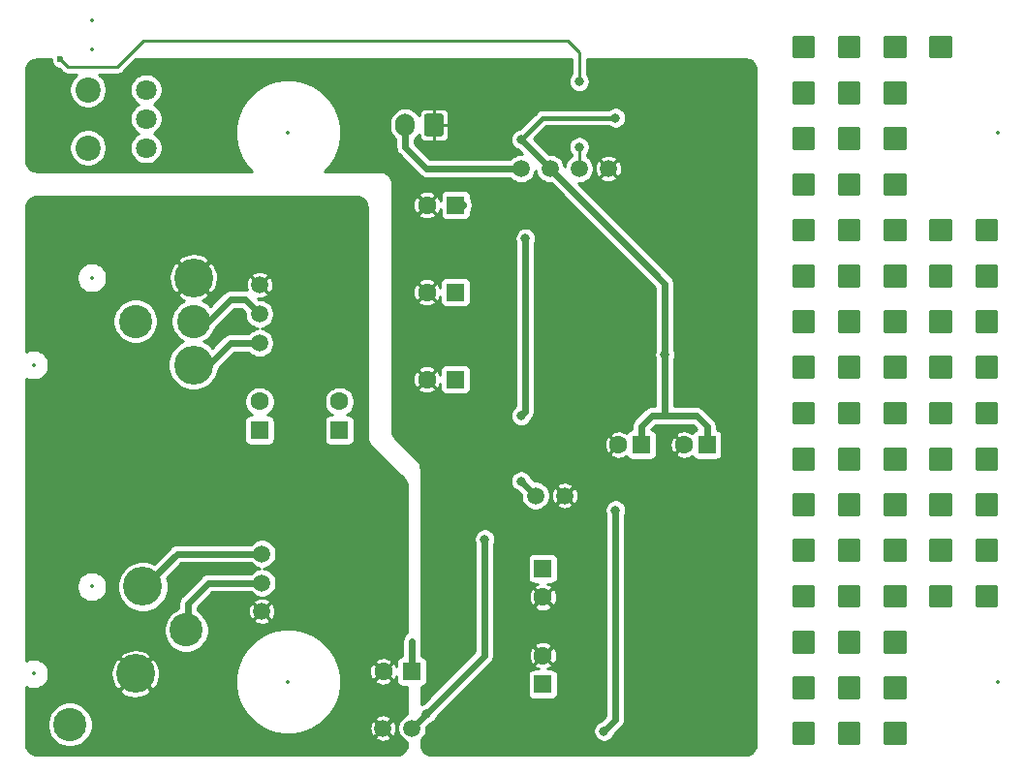
<source format=gbl>
%TF.GenerationSoftware,KiCad,Pcbnew,(5.1.7)-1*%
%TF.CreationDate,2022-07-20T13:46:15+08:00*%
%TF.ProjectId,phantom_v1,7068616e-746f-46d5-9f76-312e6b696361,rev?*%
%TF.SameCoordinates,Original*%
%TF.FileFunction,Copper,L2,Bot*%
%TF.FilePolarity,Positive*%
%FSLAX46Y46*%
G04 Gerber Fmt 4.6, Leading zero omitted, Abs format (unit mm)*
G04 Created by KiCad (PCBNEW (5.1.7)-1) date 2022-07-20 13:46:15*
%MOMM*%
%LPD*%
G01*
G04 APERTURE LIST*
%TA.AperFunction,ComponentPad*%
%ADD10C,1.600000*%
%TD*%
%TA.AperFunction,ComponentPad*%
%ADD11R,1.600000X1.600000*%
%TD*%
%TA.AperFunction,ComponentPad*%
%ADD12C,2.200000*%
%TD*%
%TA.AperFunction,ComponentPad*%
%ADD13C,1.800000*%
%TD*%
%TA.AperFunction,SMDPad,CuDef*%
%ADD14C,1.500000*%
%TD*%
%TA.AperFunction,ComponentPad*%
%ADD15C,2.900000*%
%TD*%
%TA.AperFunction,ComponentPad*%
%ADD16C,3.400000*%
%TD*%
%TA.AperFunction,ComponentPad*%
%ADD17O,1.700000X2.000000*%
%TD*%
%TA.AperFunction,ViaPad*%
%ADD18C,0.600000*%
%TD*%
%TA.AperFunction,ViaPad*%
%ADD19C,0.800000*%
%TD*%
%TA.AperFunction,Conductor*%
%ADD20C,0.609600*%
%TD*%
%TA.AperFunction,Conductor*%
%ADD21C,0.406400*%
%TD*%
%TA.AperFunction,Conductor*%
%ADD22C,0.254000*%
%TD*%
%TA.AperFunction,Conductor*%
%ADD23C,0.350000*%
%TD*%
%TA.AperFunction,NonConductor*%
%ADD24C,0.254000*%
%TD*%
%TA.AperFunction,NonConductor*%
%ADD25C,0.350000*%
%TD*%
%ADD26C,0.300000*%
%ADD27C,0.350000*%
G04 APERTURE END LIST*
D10*
%TO.P,C18,2*%
%TO.N,GND*%
X60595000Y29210000D03*
D11*
%TO.P,C18,1*%
%TO.N,+BATT*%
X62595000Y29210000D03*
%TD*%
D10*
%TO.P,C3,2*%
%TO.N,GND*%
X38140000Y50165000D03*
D11*
%TO.P,C3,1*%
%TO.N,Net-(C1-Pad1)*%
X40640000Y50165000D03*
%TD*%
D12*
%TO.P,SW1,M2*%
%TO.N,N/C*%
X8500000Y60240000D03*
%TO.P,SW1,M1*%
X8500000Y55160000D03*
D13*
%TO.P,SW1,3*%
%TO.N,Net-(SW1-Pad3)*%
X13580000Y60240000D03*
%TO.P,SW1,2*%
%TO.N,Net-(F1-Pad2)*%
X13580000Y57700000D03*
%TO.P,SW1,1*%
%TO.N,Net-(D1-Pad1)*%
X13580000Y55160000D03*
%TD*%
D14*
%TO.P,TP5,1*%
%TO.N,GND*%
X50165000Y24765000D03*
%TD*%
D10*
%TO.P,C19,2*%
%TO.N,GND*%
X54880000Y29210000D03*
D11*
%TO.P,C19,1*%
%TO.N,+BATT*%
X56880000Y29210000D03*
%TD*%
D10*
%TO.P,C25,2*%
%TO.N,Net-(C25-Pad2)*%
X23495000Y32980000D03*
D11*
%TO.P,C25,1*%
%TO.N,Net-(C25-Pad1)*%
X23495000Y30480000D03*
%TD*%
D10*
%TO.P,C26,2*%
%TO.N,Net-(C26-Pad2)*%
X30480000Y32980000D03*
D11*
%TO.P,C26,1*%
%TO.N,Net-(C26-Pad1)*%
X30480000Y30480000D03*
%TD*%
D10*
%TO.P,C23,2*%
%TO.N,GND*%
X48260000Y10775000D03*
D11*
%TO.P,C23,1*%
%TO.N,Net-(C23-Pad1)*%
X48260000Y8275000D03*
%TD*%
D10*
%TO.P,C24,2*%
%TO.N,GNDA*%
X34310000Y9398000D03*
D11*
%TO.P,C24,1*%
%TO.N,+48V*%
X36810000Y9398000D03*
%TD*%
D10*
%TO.P,C22,2*%
%TO.N,GND*%
X48260000Y15895000D03*
D11*
%TO.P,C22,1*%
%TO.N,Net-(C22-Pad1)*%
X48260000Y18395000D03*
%TD*%
D10*
%TO.P,C14,2*%
%TO.N,GND*%
X38120000Y34925000D03*
D11*
%TO.P,C14,1*%
%TO.N,Net-(C12-Pad1)*%
X40620000Y34925000D03*
%TD*%
D10*
%TO.P,C10,2*%
%TO.N,GND*%
X38120000Y42545000D03*
D11*
%TO.P,C10,1*%
%TO.N,Net-(C10-Pad1)*%
X40620000Y42545000D03*
%TD*%
D15*
%TO.P,J3,G*%
%TO.N,Net-(J2-PadG)*%
X6930000Y4750000D03*
%TO.P,J3,3*%
%TO.N,Net-(C30-Pad1)*%
X17100000Y13000000D03*
D16*
%TO.P,J3,2*%
%TO.N,Net-(C31-Pad1)*%
X13285000Y16810000D03*
%TO.P,J3,1*%
%TO.N,GNDA*%
X12650000Y9190000D03*
%TD*%
D15*
%TO.P,J2,G*%
%TO.N,Net-(J2-PadG)*%
X12650000Y40000000D03*
%TO.P,J2,3*%
%TO.N,Net-(C28-Pad1)*%
X17730000Y40000000D03*
D16*
%TO.P,J2,1*%
%TO.N,GNDA*%
X17730000Y43810000D03*
%TO.P,J2,2*%
%TO.N,Net-(C29-Pad1)*%
X17730000Y36190000D03*
%TD*%
D14*
%TO.P,TP4,1*%
%TO.N,+VSW*%
X47625000Y24765000D03*
%TD*%
%TO.P,TP7,1*%
%TO.N,GNDA*%
X34290000Y4445000D03*
%TD*%
%TO.P,TP6,1*%
%TO.N,+48V*%
X36830000Y4445000D03*
%TD*%
%TO.P,TP13,1*%
%TO.N,GNDA*%
X23695000Y14670000D03*
%TD*%
%TO.P,TP12,1*%
%TO.N,Net-(C30-Pad1)*%
X23695000Y17145000D03*
%TD*%
%TO.P,TP11,1*%
%TO.N,Net-(C31-Pad1)*%
X23695000Y19685000D03*
%TD*%
%TO.P,TP10,1*%
%TO.N,Net-(C29-Pad1)*%
X23495000Y38100000D03*
%TD*%
%TO.P,TP8,1*%
%TO.N,GNDA*%
X23495000Y43180000D03*
%TD*%
%TO.P,TP9,1*%
%TO.N,Net-(C28-Pad1)*%
X23495000Y40640000D03*
%TD*%
%TO.P,TP14,1*%
%TO.N,Net-(D11-Pad1)*%
X51435000Y53340000D03*
%TD*%
%TO.P,TP3,1*%
%TO.N,GND*%
X53975000Y53340000D03*
%TD*%
%TO.P,TP2,1*%
%TO.N,+BATT*%
X48895000Y53340000D03*
%TD*%
%TO.P,TP1,1*%
%TO.N,Net-(D1-Pad1)*%
X46355000Y53340000D03*
%TD*%
D17*
%TO.P,J1,2*%
%TO.N,Net-(D1-Pad1)*%
X36235000Y57150000D03*
%TO.P,J1,1*%
%TO.N,GND*%
%TA.AperFunction,ComponentPad*%
G36*
G01*
X39585000Y57900000D02*
X39585000Y56400000D01*
G75*
G02*
X39335000Y56150000I-250000J0D01*
G01*
X38135000Y56150000D01*
G75*
G02*
X37885000Y56400000I0J250000D01*
G01*
X37885000Y57900000D01*
G75*
G02*
X38135000Y58150000I250000J0D01*
G01*
X39335000Y58150000D01*
G75*
G02*
X39585000Y57900000I0J-250000D01*
G01*
G37*
%TD.AperFunction*%
%TD*%
D18*
%TO.N,GND*%
X55081000Y34558000D03*
X55081000Y33923000D03*
X55081000Y35193000D03*
X55081000Y33288000D03*
X55081000Y35828000D03*
D19*
X50890000Y38368000D03*
X53721000Y42418000D03*
X41910000Y38735000D03*
X49022000Y32639000D03*
X59055000Y55880000D03*
X64135000Y38100000D03*
X59055000Y46990000D03*
X52705000Y55245000D03*
X40640000Y56515000D03*
X55245000Y60960000D03*
X38735000Y15875000D03*
X38100000Y27940000D03*
X35560000Y32385000D03*
X54610000Y2540000D03*
X58801000Y15875000D03*
X64770000Y22860000D03*
X52705000Y12065000D03*
X44450000Y20320000D03*
X52705000Y32385000D03*
X48387000Y50292000D03*
D18*
X52846000Y34558000D03*
D19*
X50292000Y44323000D03*
X50292000Y47371000D03*
X42799000Y45085000D03*
X57785000Y51816000D03*
X38735000Y2540000D03*
%TO.N,+BATT*%
X46355000Y55880000D03*
X54610000Y57785000D03*
X58928000Y37084000D03*
%TO.N,GNDA*%
X26670000Y34290000D03*
X25400000Y33020000D03*
X31115000Y27940000D03*
X17145000Y29210000D03*
X8255000Y39370000D03*
X12065000Y48260000D03*
X12700000Y23495000D03*
X9525000Y12065000D03*
X15875000Y5080000D03*
X28575000Y13335000D03*
X25146000Y16129000D03*
D18*
X22733000Y44958000D03*
D19*
X32385000Y17780000D03*
X19685000Y10795000D03*
X24130000Y24765000D03*
X21336000Y40386000D03*
X27051000Y37592000D03*
X31750000Y8255000D03*
X27305000Y29718000D03*
X21082000Y48768000D03*
X31115000Y38100000D03*
X35560000Y25400000D03*
X35560000Y15240000D03*
X31750000Y48260000D03*
%TO.N,+VSW*%
X46355000Y26035000D03*
%TO.N,+48V*%
X38100000Y5715000D03*
X43180000Y20955000D03*
%TO.N,Net-(D8-Pad1)*%
X54610000Y23495000D03*
X53610000Y4175000D03*
D18*
%TO.N,Net-(C1-Pad1)*%
X46736000Y35052000D03*
D19*
X46355000Y31750000D03*
X46736000Y47244000D03*
D18*
%TO.N,Net-(D11-Pad1)*%
X6100000Y62880000D03*
D19*
X51435000Y60960000D03*
X51435000Y55245000D03*
%TD*%
D20*
%TO.N,+BATT*%
X48895000Y53340000D02*
X46355000Y55880000D01*
D21*
X48260000Y57785000D02*
X54610000Y57785000D01*
X46355000Y55880000D02*
X48260000Y57785000D01*
D20*
X48895000Y53340000D02*
X58928000Y43307000D01*
X58928000Y43307000D02*
X58928000Y37084000D01*
X56880000Y29210000D02*
X56880000Y30845000D01*
X56880000Y30845000D02*
X57785000Y31750000D01*
X61690000Y31750000D02*
X62595000Y30845000D01*
X62595000Y29210000D02*
X62595000Y30845000D01*
X58928000Y31877000D02*
X59055000Y31750000D01*
X58928000Y37084000D02*
X58928000Y31877000D01*
X59055000Y31750000D02*
X61690000Y31750000D01*
X57785000Y31750000D02*
X59055000Y31750000D01*
%TO.N,+VSW*%
X47625000Y24765000D02*
X46355000Y26035000D01*
%TO.N,+48V*%
X36810000Y9398000D02*
X36810000Y9545000D01*
X36830000Y9418000D02*
X36810000Y9398000D01*
X36830000Y12065000D02*
X36830000Y9418000D01*
X36830000Y4445000D02*
X38100000Y5715000D01*
X43180000Y10795000D02*
X43180000Y20955000D01*
X38100000Y5715000D02*
X43180000Y10795000D01*
%TO.N,Net-(D1-Pad1)*%
X46355000Y53340000D02*
X38100000Y53340000D01*
X36235000Y55205000D02*
X36235000Y57150000D01*
X38100000Y53340000D02*
X36235000Y55205000D01*
%TO.N,Net-(D8-Pad1)*%
X54610000Y5175000D02*
X53610000Y4175000D01*
X54610000Y23495000D02*
X54610000Y5175000D01*
%TO.N,Net-(C1-Pad1)*%
X41275000Y50205000D02*
X41315000Y50165000D01*
X46736000Y35052000D02*
X46736000Y32766000D01*
X46736000Y32131000D02*
X46355000Y31750000D01*
X46736000Y32766000D02*
X46736000Y32131000D01*
X46736000Y47244000D02*
X46736000Y35052000D01*
%TO.N,Net-(C28-Pad1)*%
X23495000Y40640000D02*
X22225000Y41910000D01*
X22225000Y41910000D02*
X20955000Y41910000D01*
X19045000Y40000000D02*
X17730000Y40000000D01*
X20955000Y41910000D02*
X19045000Y40000000D01*
%TO.N,Net-(C29-Pad1)*%
X23495000Y38100000D02*
X20955000Y38100000D01*
X19045000Y36190000D02*
X17730000Y36190000D01*
X20955000Y38100000D02*
X19045000Y36190000D01*
%TO.N,Net-(C30-Pad1)*%
X23695000Y17145000D02*
X19050000Y17145000D01*
X17270000Y15365000D02*
X17270000Y13000000D01*
X19050000Y17145000D02*
X17270000Y15365000D01*
%TO.N,Net-(C31-Pad1)*%
X13790000Y17145000D02*
X13455000Y16810000D01*
X16330000Y19685000D02*
X13455000Y16810000D01*
X23695000Y19685000D02*
X16330000Y19685000D01*
D22*
%TO.N,Net-(D11-Pad1)*%
X51435000Y63500000D02*
X51435000Y60960000D01*
X50419000Y64516000D02*
X51435000Y63500000D01*
X13369000Y64516000D02*
X50419000Y64516000D01*
X11083000Y62230000D02*
X13369000Y64516000D01*
X6750000Y62230000D02*
X11083000Y62230000D01*
X6100000Y62880000D02*
X6750000Y62230000D01*
X51435000Y55245000D02*
X51435000Y53340000D01*
%TD*%
%TO.N,GND*%
X5266600Y62797917D02*
X5298628Y62636906D01*
X5361451Y62485237D01*
X5452656Y62348739D01*
X5568739Y62232656D01*
X5705237Y62141451D01*
X5856906Y62078628D01*
X5994869Y62051185D01*
X6260086Y61785967D01*
X6280767Y61760767D01*
X6370044Y61687500D01*
X6381326Y61678241D01*
X6496053Y61616918D01*
X6620539Y61579156D01*
X6750000Y61566405D01*
X6782439Y61569600D01*
X7549845Y61569600D01*
X7458768Y61508744D01*
X7231256Y61281232D01*
X7052500Y61013705D01*
X6929371Y60716445D01*
X6866600Y60400876D01*
X6866600Y60079124D01*
X6929371Y59763555D01*
X7052500Y59466295D01*
X7231256Y59198768D01*
X7458768Y58971256D01*
X7726295Y58792500D01*
X8023555Y58669371D01*
X8339124Y58606600D01*
X8660876Y58606600D01*
X8976445Y58669371D01*
X9273705Y58792500D01*
X9541232Y58971256D01*
X9768744Y59198768D01*
X9947500Y59466295D01*
X10070629Y59763555D01*
X10133400Y60079124D01*
X10133400Y60381178D01*
X12146600Y60381178D01*
X12146600Y60098822D01*
X12201684Y59821893D01*
X12309737Y59561030D01*
X12466605Y59326261D01*
X12666261Y59126605D01*
X12900636Y58970000D01*
X12666261Y58813395D01*
X12466605Y58613739D01*
X12309737Y58378970D01*
X12201684Y58118107D01*
X12146600Y57841178D01*
X12146600Y57558822D01*
X12201684Y57281893D01*
X12309737Y57021030D01*
X12466605Y56786261D01*
X12666261Y56586605D01*
X12900636Y56430000D01*
X12666261Y56273395D01*
X12466605Y56073739D01*
X12309737Y55838970D01*
X12201684Y55578107D01*
X12146600Y55301178D01*
X12146600Y55018822D01*
X12201684Y54741893D01*
X12309737Y54481030D01*
X12466605Y54246261D01*
X12666261Y54046605D01*
X12901030Y53889737D01*
X13161893Y53781684D01*
X13438822Y53726600D01*
X13721178Y53726600D01*
X13998107Y53781684D01*
X14258970Y53889737D01*
X14493739Y54046605D01*
X14693395Y54246261D01*
X14850263Y54481030D01*
X14958316Y54741893D01*
X15013400Y55018822D01*
X15013400Y55301178D01*
X14958316Y55578107D01*
X14850263Y55838970D01*
X14693395Y56073739D01*
X14493739Y56273395D01*
X14259364Y56430000D01*
X14493739Y56586605D01*
X14693395Y56786261D01*
X14850263Y57021030D01*
X14958316Y57281893D01*
X15013400Y57558822D01*
X15013400Y57841178D01*
X14958316Y58118107D01*
X14850263Y58378970D01*
X14693395Y58613739D01*
X14493739Y58813395D01*
X14259364Y58970000D01*
X14493739Y59126605D01*
X14693395Y59326261D01*
X14850263Y59561030D01*
X14958316Y59821893D01*
X15013400Y60098822D01*
X15013400Y60381178D01*
X14958316Y60658107D01*
X14850263Y60918970D01*
X14693395Y61153739D01*
X14493739Y61353395D01*
X14258970Y61510263D01*
X13998107Y61618316D01*
X13721178Y61673400D01*
X13438822Y61673400D01*
X13161893Y61618316D01*
X12901030Y61510263D01*
X12666261Y61353395D01*
X12466605Y61153739D01*
X12309737Y60918970D01*
X12201684Y60658107D01*
X12146600Y60381178D01*
X10133400Y60381178D01*
X10133400Y60400876D01*
X10070629Y60716445D01*
X9947500Y61013705D01*
X9768744Y61281232D01*
X9541232Y61508744D01*
X9450155Y61569600D01*
X11050561Y61569600D01*
X11083000Y61566405D01*
X11115439Y61569600D01*
X11212461Y61579156D01*
X11336947Y61616918D01*
X11451674Y61678241D01*
X11552233Y61760767D01*
X11572918Y61785972D01*
X12659946Y62873000D01*
X50774600Y62873000D01*
X50774601Y61619628D01*
X50709981Y61555008D01*
X50607832Y61402131D01*
X50537470Y61232263D01*
X50501600Y61051932D01*
X50501600Y60868068D01*
X50537470Y60687737D01*
X50607832Y60517869D01*
X50709981Y60364992D01*
X50839992Y60234981D01*
X50992869Y60132832D01*
X51162737Y60062470D01*
X51343068Y60026600D01*
X51526932Y60026600D01*
X51707263Y60062470D01*
X51877131Y60132832D01*
X52030008Y60234981D01*
X52160019Y60364992D01*
X52262168Y60517869D01*
X52332530Y60687737D01*
X52368400Y60868068D01*
X52368400Y61051932D01*
X52332530Y61232263D01*
X52262168Y61402131D01*
X52160019Y61555008D01*
X52095400Y61619627D01*
X52095400Y62873000D01*
X65993766Y62873000D01*
X66170189Y62855624D01*
X66333850Y62805978D01*
X66484672Y62725362D01*
X66616870Y62616870D01*
X66725362Y62484672D01*
X66805978Y62333850D01*
X66855624Y62170189D01*
X66873000Y61993766D01*
X66873000Y3006234D01*
X66855624Y2829811D01*
X66805978Y2666150D01*
X66725362Y2515328D01*
X66616870Y2383130D01*
X66484672Y2274638D01*
X66333850Y2194022D01*
X66170189Y2144376D01*
X65993766Y2127000D01*
X38506234Y2127000D01*
X38329811Y2144376D01*
X38166150Y2194022D01*
X38015328Y2274638D01*
X37883130Y2383130D01*
X37774638Y2515328D01*
X37694022Y2666150D01*
X37644376Y2829811D01*
X37627000Y3006234D01*
X37627000Y3434006D01*
X37648120Y3448118D01*
X37826882Y3626880D01*
X37967334Y3837082D01*
X38064080Y4070646D01*
X38103123Y4266932D01*
X52676600Y4266932D01*
X52676600Y4083068D01*
X52712470Y3902737D01*
X52782832Y3732869D01*
X52884981Y3579992D01*
X53014992Y3449981D01*
X53167869Y3347832D01*
X53337737Y3277470D01*
X53518068Y3241600D01*
X53701932Y3241600D01*
X53882263Y3277470D01*
X54052131Y3347832D01*
X54205008Y3449981D01*
X54335019Y3579992D01*
X54437168Y3732869D01*
X54496499Y3876106D01*
X55173587Y4553193D01*
X55205564Y4579436D01*
X55310309Y4707068D01*
X55388142Y4852683D01*
X55436071Y5010684D01*
X55448200Y5133830D01*
X55448200Y5133837D01*
X55452254Y5175000D01*
X55448200Y5216163D01*
X55448200Y23079502D01*
X55507530Y23222737D01*
X55543400Y23403068D01*
X55543400Y23586932D01*
X55507530Y23767263D01*
X55437168Y23937131D01*
X55335019Y24090008D01*
X55205008Y24220019D01*
X55052131Y24322168D01*
X54882263Y24392530D01*
X54701932Y24428400D01*
X54518068Y24428400D01*
X54337737Y24392530D01*
X54167869Y24322168D01*
X54014992Y24220019D01*
X53884981Y24090008D01*
X53782832Y23937131D01*
X53712470Y23767263D01*
X53676600Y23586932D01*
X53676600Y23403068D01*
X53712470Y23222737D01*
X53771800Y23079502D01*
X53771801Y5522195D01*
X53311106Y5061499D01*
X53167869Y5002168D01*
X53014992Y4900019D01*
X52884981Y4770008D01*
X52782832Y4617131D01*
X52712470Y4447263D01*
X52676600Y4266932D01*
X38103123Y4266932D01*
X38113400Y4318596D01*
X38113400Y4543006D01*
X38398895Y4828502D01*
X38542131Y4887832D01*
X38695008Y4989981D01*
X38825019Y5119992D01*
X38927168Y5272869D01*
X38986499Y5416106D01*
X42645393Y9075000D01*
X46924020Y9075000D01*
X46924020Y7475000D01*
X46934319Y7370435D01*
X46964819Y7269889D01*
X47014349Y7177225D01*
X47081005Y7096005D01*
X47162225Y7029349D01*
X47254889Y6979819D01*
X47355435Y6949319D01*
X47460000Y6939020D01*
X49060000Y6939020D01*
X49164565Y6949319D01*
X49265111Y6979819D01*
X49357775Y7029349D01*
X49438995Y7096005D01*
X49505651Y7177225D01*
X49555181Y7269889D01*
X49585681Y7370435D01*
X49595980Y7475000D01*
X49595980Y9075000D01*
X49585681Y9179565D01*
X49555181Y9280111D01*
X49505651Y9372775D01*
X49438995Y9453995D01*
X49357775Y9520651D01*
X49265111Y9570181D01*
X49164565Y9600681D01*
X49060000Y9610980D01*
X48670452Y9610980D01*
X48712150Y9622780D01*
X48928249Y9733130D01*
X48966835Y9758912D01*
X49040734Y9958345D01*
X48260000Y10739079D01*
X47479266Y9958345D01*
X47553165Y9758912D01*
X47764976Y9640539D01*
X47856225Y9610980D01*
X47460000Y9610980D01*
X47355435Y9600681D01*
X47254889Y9570181D01*
X47162225Y9520651D01*
X47081005Y9453995D01*
X47014349Y9372775D01*
X46964819Y9280111D01*
X46934319Y9179565D01*
X46924020Y9075000D01*
X42645393Y9075000D01*
X43743589Y10173195D01*
X43775564Y10199436D01*
X43815347Y10247911D01*
X43880309Y10327068D01*
X43958142Y10472683D01*
X44006071Y10630684D01*
X44012081Y10691706D01*
X44018200Y10753830D01*
X44018200Y10753837D01*
X44022254Y10795000D01*
X44021939Y10798203D01*
X47022457Y10798203D01*
X47041709Y10556325D01*
X47107780Y10322850D01*
X47218130Y10106751D01*
X47243912Y10068165D01*
X47443345Y9994266D01*
X48224079Y10775000D01*
X48295921Y10775000D01*
X49076655Y9994266D01*
X49276088Y10068165D01*
X49394461Y10279976D01*
X49469237Y10510810D01*
X49497543Y10751797D01*
X49478291Y10993675D01*
X49412220Y11227150D01*
X49301870Y11443249D01*
X49276088Y11481835D01*
X49076655Y11555734D01*
X48295921Y10775000D01*
X48224079Y10775000D01*
X47443345Y11555734D01*
X47243912Y11481835D01*
X47125539Y11270024D01*
X47050763Y11039190D01*
X47022457Y10798203D01*
X44021939Y10798203D01*
X44018200Y10836163D01*
X44018200Y11591655D01*
X47479266Y11591655D01*
X48260000Y10810921D01*
X49040734Y11591655D01*
X48966835Y11791088D01*
X48755024Y11909461D01*
X48524190Y11984237D01*
X48283203Y12012543D01*
X48041325Y11993291D01*
X47807850Y11927220D01*
X47591751Y11816870D01*
X47553165Y11791088D01*
X47479266Y11591655D01*
X44018200Y11591655D01*
X44018200Y15078345D01*
X47479266Y15078345D01*
X47553165Y14878912D01*
X47764976Y14760539D01*
X47995810Y14685763D01*
X48236797Y14657457D01*
X48478675Y14676709D01*
X48712150Y14742780D01*
X48928249Y14853130D01*
X48966835Y14878912D01*
X49040734Y15078345D01*
X48260000Y15859079D01*
X47479266Y15078345D01*
X44018200Y15078345D01*
X44018200Y15918203D01*
X47022457Y15918203D01*
X47041709Y15676325D01*
X47107780Y15442850D01*
X47218130Y15226751D01*
X47243912Y15188165D01*
X47443345Y15114266D01*
X48224079Y15895000D01*
X48295921Y15895000D01*
X49076655Y15114266D01*
X49276088Y15188165D01*
X49394461Y15399976D01*
X49469237Y15630810D01*
X49497543Y15871797D01*
X49478291Y16113675D01*
X49412220Y16347150D01*
X49301870Y16563249D01*
X49276088Y16601835D01*
X49076655Y16675734D01*
X48295921Y15895000D01*
X48224079Y15895000D01*
X47443345Y16675734D01*
X47243912Y16601835D01*
X47125539Y16390024D01*
X47050763Y16159190D01*
X47022457Y15918203D01*
X44018200Y15918203D01*
X44018200Y19195000D01*
X46924020Y19195000D01*
X46924020Y17595000D01*
X46934319Y17490435D01*
X46964819Y17389889D01*
X47014349Y17297225D01*
X47081005Y17216005D01*
X47162225Y17149349D01*
X47254889Y17099819D01*
X47355435Y17069319D01*
X47460000Y17059020D01*
X47849548Y17059020D01*
X47807850Y17047220D01*
X47591751Y16936870D01*
X47553165Y16911088D01*
X47479266Y16711655D01*
X48260000Y15930921D01*
X49040734Y16711655D01*
X48966835Y16911088D01*
X48755024Y17029461D01*
X48663775Y17059020D01*
X49060000Y17059020D01*
X49164565Y17069319D01*
X49265111Y17099819D01*
X49357775Y17149349D01*
X49438995Y17216005D01*
X49505651Y17297225D01*
X49555181Y17389889D01*
X49585681Y17490435D01*
X49595980Y17595000D01*
X49595980Y19195000D01*
X49585681Y19299565D01*
X49555181Y19400111D01*
X49505651Y19492775D01*
X49438995Y19573995D01*
X49357775Y19640651D01*
X49265111Y19690181D01*
X49164565Y19720681D01*
X49060000Y19730980D01*
X47460000Y19730980D01*
X47355435Y19720681D01*
X47254889Y19690181D01*
X47162225Y19640651D01*
X47081005Y19573995D01*
X47014349Y19492775D01*
X46964819Y19400111D01*
X46934319Y19299565D01*
X46924020Y19195000D01*
X44018200Y19195000D01*
X44018200Y20539502D01*
X44077530Y20682737D01*
X44113400Y20863068D01*
X44113400Y21046932D01*
X44077530Y21227263D01*
X44007168Y21397131D01*
X43905019Y21550008D01*
X43775008Y21680019D01*
X43622131Y21782168D01*
X43452263Y21852530D01*
X43271932Y21888400D01*
X43088068Y21888400D01*
X42907737Y21852530D01*
X42737869Y21782168D01*
X42584992Y21680019D01*
X42454981Y21550008D01*
X42352832Y21397131D01*
X42282470Y21227263D01*
X42246600Y21046932D01*
X42246600Y20863068D01*
X42282470Y20682737D01*
X42341801Y20539500D01*
X42341800Y11142194D01*
X37801106Y6601499D01*
X37657869Y6542168D01*
X37627000Y6521542D01*
X37627000Y8063694D01*
X37714565Y8072319D01*
X37815111Y8102819D01*
X37907775Y8152349D01*
X37988995Y8219005D01*
X38055651Y8300225D01*
X38105181Y8392889D01*
X38135681Y8493435D01*
X38145980Y8598000D01*
X38145980Y10198000D01*
X38135681Y10302565D01*
X38105181Y10403111D01*
X38055651Y10495775D01*
X37988995Y10576995D01*
X37907775Y10643651D01*
X37815111Y10693181D01*
X37714565Y10723681D01*
X37668200Y10728248D01*
X37668200Y12106170D01*
X37656071Y12229316D01*
X37627000Y12325150D01*
X37627000Y26126932D01*
X45421600Y26126932D01*
X45421600Y25943068D01*
X45457470Y25762737D01*
X45527832Y25592869D01*
X45629981Y25439992D01*
X45759992Y25309981D01*
X45912869Y25207832D01*
X46056106Y25148501D01*
X46341600Y24863007D01*
X46341600Y24638596D01*
X46390920Y24390646D01*
X46487666Y24157082D01*
X46628118Y23946880D01*
X46806880Y23768118D01*
X47017082Y23627666D01*
X47250646Y23530920D01*
X47498596Y23481600D01*
X47751404Y23481600D01*
X47999354Y23530920D01*
X48232918Y23627666D01*
X48443120Y23768118D01*
X48621882Y23946880D01*
X48646605Y23983881D01*
X49419802Y23983881D01*
X49487703Y23789568D01*
X49691014Y23676176D01*
X49912540Y23604628D01*
X50143768Y23577672D01*
X50375813Y23596343D01*
X50599755Y23659926D01*
X50806991Y23765976D01*
X50842297Y23789568D01*
X50910198Y23983881D01*
X50165000Y24729079D01*
X49419802Y23983881D01*
X48646605Y23983881D01*
X48762334Y24157082D01*
X48859080Y24390646D01*
X48908400Y24638596D01*
X48908400Y24786232D01*
X48977672Y24786232D01*
X48996343Y24554187D01*
X49059926Y24330245D01*
X49165976Y24123009D01*
X49189568Y24087703D01*
X49383881Y24019802D01*
X50129079Y24765000D01*
X50200921Y24765000D01*
X50946119Y24019802D01*
X51140432Y24087703D01*
X51253824Y24291014D01*
X51325372Y24512540D01*
X51352328Y24743768D01*
X51333657Y24975813D01*
X51270074Y25199755D01*
X51164024Y25406991D01*
X51140432Y25442297D01*
X50946119Y25510198D01*
X50200921Y24765000D01*
X50129079Y24765000D01*
X49383881Y25510198D01*
X49189568Y25442297D01*
X49076176Y25238986D01*
X49004628Y25017460D01*
X48977672Y24786232D01*
X48908400Y24786232D01*
X48908400Y24891404D01*
X48859080Y25139354D01*
X48762334Y25372918D01*
X48646606Y25546119D01*
X49419802Y25546119D01*
X50165000Y24800921D01*
X50910198Y25546119D01*
X50842297Y25740432D01*
X50638986Y25853824D01*
X50417460Y25925372D01*
X50186232Y25952328D01*
X49954187Y25933657D01*
X49730245Y25870074D01*
X49523009Y25764024D01*
X49487703Y25740432D01*
X49419802Y25546119D01*
X48646606Y25546119D01*
X48621882Y25583120D01*
X48443120Y25761882D01*
X48232918Y25902334D01*
X47999354Y25999080D01*
X47751404Y26048400D01*
X47526993Y26048400D01*
X47241499Y26333894D01*
X47182168Y26477131D01*
X47080019Y26630008D01*
X46950008Y26760019D01*
X46797131Y26862168D01*
X46627263Y26932530D01*
X46446932Y26968400D01*
X46263068Y26968400D01*
X46082737Y26932530D01*
X45912869Y26862168D01*
X45759992Y26760019D01*
X45629981Y26630008D01*
X45527832Y26477131D01*
X45457470Y26307263D01*
X45421600Y26126932D01*
X37627000Y26126932D01*
X37627000Y27085786D01*
X37626388Y27098234D01*
X37607173Y27293325D01*
X37602317Y27317743D01*
X37545412Y27505336D01*
X37535884Y27528337D01*
X37443474Y27701224D01*
X37429642Y27721925D01*
X37305279Y27873461D01*
X37296910Y27882696D01*
X35946403Y29233203D01*
X53642457Y29233203D01*
X53661709Y28991325D01*
X53727780Y28757850D01*
X53838130Y28541751D01*
X53863912Y28503165D01*
X54063345Y28429266D01*
X54844079Y29210000D01*
X54063345Y29990734D01*
X53863912Y29916835D01*
X53745539Y29705024D01*
X53670763Y29474190D01*
X53642457Y29233203D01*
X35946403Y29233203D01*
X35387102Y29792504D01*
X35274637Y29929542D01*
X35194022Y30080363D01*
X35144376Y30244024D01*
X35127000Y30420448D01*
X35127000Y31841932D01*
X45421600Y31841932D01*
X45421600Y31658068D01*
X45457470Y31477737D01*
X45527832Y31307869D01*
X45629981Y31154992D01*
X45759992Y31024981D01*
X45912869Y30922832D01*
X46082737Y30852470D01*
X46263068Y30816600D01*
X46446932Y30816600D01*
X46627263Y30852470D01*
X46797131Y30922832D01*
X46950008Y31024981D01*
X47080019Y31154992D01*
X47182168Y31307869D01*
X47241499Y31451106D01*
X47299582Y31509189D01*
X47331564Y31535436D01*
X47436309Y31663068D01*
X47514142Y31808683D01*
X47562071Y31966684D01*
X47574200Y32089830D01*
X47574200Y32089839D01*
X47578254Y32130999D01*
X47574200Y32172159D01*
X47574200Y46828502D01*
X47633530Y46971737D01*
X47669400Y47152068D01*
X47669400Y47335932D01*
X47633530Y47516263D01*
X47563168Y47686131D01*
X47461019Y47839008D01*
X47331008Y47969019D01*
X47178131Y48071168D01*
X47008263Y48141530D01*
X46827932Y48177400D01*
X46644068Y48177400D01*
X46463737Y48141530D01*
X46293869Y48071168D01*
X46140992Y47969019D01*
X46010981Y47839008D01*
X45908832Y47686131D01*
X45838470Y47516263D01*
X45802600Y47335932D01*
X45802600Y47152068D01*
X45838470Y46971737D01*
X45897800Y46828502D01*
X45897801Y35093179D01*
X45897800Y35093169D01*
X45897801Y32807179D01*
X45897800Y32807169D01*
X45897800Y32567099D01*
X45759992Y32475019D01*
X45629981Y32345008D01*
X45527832Y32192131D01*
X45457470Y32022263D01*
X45421600Y31841932D01*
X35127000Y31841932D01*
X35127000Y34108345D01*
X37339266Y34108345D01*
X37413165Y33908912D01*
X37624976Y33790539D01*
X37855810Y33715763D01*
X38096797Y33687457D01*
X38338675Y33706709D01*
X38572150Y33772780D01*
X38788249Y33883130D01*
X38826835Y33908912D01*
X38900734Y34108345D01*
X38120000Y34889079D01*
X37339266Y34108345D01*
X35127000Y34108345D01*
X35127000Y34948203D01*
X36882457Y34948203D01*
X36901709Y34706325D01*
X36967780Y34472850D01*
X37078130Y34256751D01*
X37103912Y34218165D01*
X37303345Y34144266D01*
X38084079Y34925000D01*
X38155921Y34925000D01*
X38936655Y34144266D01*
X39136088Y34218165D01*
X39254461Y34429976D01*
X39284020Y34521225D01*
X39284020Y34125000D01*
X39294319Y34020435D01*
X39324819Y33919889D01*
X39374349Y33827225D01*
X39441005Y33746005D01*
X39522225Y33679349D01*
X39614889Y33629819D01*
X39715435Y33599319D01*
X39820000Y33589020D01*
X41420000Y33589020D01*
X41524565Y33599319D01*
X41625111Y33629819D01*
X41717775Y33679349D01*
X41798995Y33746005D01*
X41865651Y33827225D01*
X41915181Y33919889D01*
X41945681Y34020435D01*
X41955980Y34125000D01*
X41955980Y35725000D01*
X41945681Y35829565D01*
X41915181Y35930111D01*
X41865651Y36022775D01*
X41798995Y36103995D01*
X41717775Y36170651D01*
X41625111Y36220181D01*
X41524565Y36250681D01*
X41420000Y36260980D01*
X39820000Y36260980D01*
X39715435Y36250681D01*
X39614889Y36220181D01*
X39522225Y36170651D01*
X39441005Y36103995D01*
X39374349Y36022775D01*
X39324819Y35930111D01*
X39294319Y35829565D01*
X39284020Y35725000D01*
X39284020Y35335452D01*
X39272220Y35377150D01*
X39161870Y35593249D01*
X39136088Y35631835D01*
X38936655Y35705734D01*
X38155921Y34925000D01*
X38084079Y34925000D01*
X37303345Y35705734D01*
X37103912Y35631835D01*
X36985539Y35420024D01*
X36910763Y35189190D01*
X36882457Y34948203D01*
X35127000Y34948203D01*
X35127000Y35741655D01*
X37339266Y35741655D01*
X38120000Y34960921D01*
X38900734Y35741655D01*
X38826835Y35941088D01*
X38615024Y36059461D01*
X38384190Y36134237D01*
X38143203Y36162543D01*
X37901325Y36143291D01*
X37667850Y36077220D01*
X37451751Y35966870D01*
X37413165Y35941088D01*
X37339266Y35741655D01*
X35127000Y35741655D01*
X35127000Y41728345D01*
X37339266Y41728345D01*
X37413165Y41528912D01*
X37624976Y41410539D01*
X37855810Y41335763D01*
X38096797Y41307457D01*
X38338675Y41326709D01*
X38572150Y41392780D01*
X38788249Y41503130D01*
X38826835Y41528912D01*
X38900734Y41728345D01*
X38120000Y42509079D01*
X37339266Y41728345D01*
X35127000Y41728345D01*
X35127000Y42568203D01*
X36882457Y42568203D01*
X36901709Y42326325D01*
X36967780Y42092850D01*
X37078130Y41876751D01*
X37103912Y41838165D01*
X37303345Y41764266D01*
X38084079Y42545000D01*
X38155921Y42545000D01*
X38936655Y41764266D01*
X39136088Y41838165D01*
X39254461Y42049976D01*
X39284020Y42141225D01*
X39284020Y41745000D01*
X39294319Y41640435D01*
X39324819Y41539889D01*
X39374349Y41447225D01*
X39441005Y41366005D01*
X39522225Y41299349D01*
X39614889Y41249819D01*
X39715435Y41219319D01*
X39820000Y41209020D01*
X41420000Y41209020D01*
X41524565Y41219319D01*
X41625111Y41249819D01*
X41717775Y41299349D01*
X41798995Y41366005D01*
X41865651Y41447225D01*
X41915181Y41539889D01*
X41945681Y41640435D01*
X41955980Y41745000D01*
X41955980Y43345000D01*
X41945681Y43449565D01*
X41915181Y43550111D01*
X41865651Y43642775D01*
X41798995Y43723995D01*
X41717775Y43790651D01*
X41625111Y43840181D01*
X41524565Y43870681D01*
X41420000Y43880980D01*
X39820000Y43880980D01*
X39715435Y43870681D01*
X39614889Y43840181D01*
X39522225Y43790651D01*
X39441005Y43723995D01*
X39374349Y43642775D01*
X39324819Y43550111D01*
X39294319Y43449565D01*
X39284020Y43345000D01*
X39284020Y42955452D01*
X39272220Y42997150D01*
X39161870Y43213249D01*
X39136088Y43251835D01*
X38936655Y43325734D01*
X38155921Y42545000D01*
X38084079Y42545000D01*
X37303345Y43325734D01*
X37103912Y43251835D01*
X36985539Y43040024D01*
X36910763Y42809190D01*
X36882457Y42568203D01*
X35127000Y42568203D01*
X35127000Y43361655D01*
X37339266Y43361655D01*
X38120000Y42580921D01*
X38900734Y43361655D01*
X38826835Y43561088D01*
X38615024Y43679461D01*
X38384190Y43754237D01*
X38143203Y43782543D01*
X37901325Y43763291D01*
X37667850Y43697220D01*
X37451751Y43586870D01*
X37413165Y43561088D01*
X37339266Y43361655D01*
X35127000Y43361655D01*
X35127000Y49348345D01*
X37359266Y49348345D01*
X37433165Y49148912D01*
X37644976Y49030539D01*
X37875810Y48955763D01*
X38116797Y48927457D01*
X38358675Y48946709D01*
X38592150Y49012780D01*
X38808249Y49123130D01*
X38846835Y49148912D01*
X38920734Y49348345D01*
X38140000Y50129079D01*
X37359266Y49348345D01*
X35127000Y49348345D01*
X35127000Y50188203D01*
X36902457Y50188203D01*
X36921709Y49946325D01*
X36987780Y49712850D01*
X37098130Y49496751D01*
X37123912Y49458165D01*
X37323345Y49384266D01*
X38104079Y50165000D01*
X38175921Y50165000D01*
X38956655Y49384266D01*
X39156088Y49458165D01*
X39274461Y49669976D01*
X39304020Y49761225D01*
X39304020Y49365000D01*
X39314319Y49260435D01*
X39344819Y49159889D01*
X39394349Y49067225D01*
X39461005Y48986005D01*
X39542225Y48919349D01*
X39634889Y48869819D01*
X39735435Y48839319D01*
X39840000Y48829020D01*
X41440000Y48829020D01*
X41544565Y48839319D01*
X41645111Y48869819D01*
X41737775Y48919349D01*
X41818995Y48986005D01*
X41885651Y49067225D01*
X41935181Y49159889D01*
X41965681Y49260435D01*
X41975980Y49365000D01*
X41975980Y49649146D01*
X42015309Y49697069D01*
X42093142Y49842683D01*
X42141071Y50000685D01*
X42157255Y50165000D01*
X42141071Y50329315D01*
X42093142Y50487316D01*
X42015309Y50632931D01*
X41975980Y50680853D01*
X41975980Y50965000D01*
X41965681Y51069565D01*
X41935181Y51170111D01*
X41885651Y51262775D01*
X41818995Y51343995D01*
X41737775Y51410651D01*
X41645111Y51460181D01*
X41544565Y51490681D01*
X41440000Y51500980D01*
X39840000Y51500980D01*
X39735435Y51490681D01*
X39634889Y51460181D01*
X39542225Y51410651D01*
X39461005Y51343995D01*
X39394349Y51262775D01*
X39344819Y51170111D01*
X39314319Y51069565D01*
X39304020Y50965000D01*
X39304020Y50575452D01*
X39292220Y50617150D01*
X39181870Y50833249D01*
X39156088Y50871835D01*
X38956655Y50945734D01*
X38175921Y50165000D01*
X38104079Y50165000D01*
X37323345Y50945734D01*
X37123912Y50871835D01*
X37005539Y50660024D01*
X36930763Y50429190D01*
X36902457Y50188203D01*
X35127000Y50188203D01*
X35127000Y50981655D01*
X37359266Y50981655D01*
X38140000Y50200921D01*
X38920734Y50981655D01*
X38846835Y51181088D01*
X38635024Y51299461D01*
X38404190Y51374237D01*
X38163203Y51402543D01*
X37921325Y51383291D01*
X37687850Y51317220D01*
X37471751Y51206870D01*
X37433165Y51181088D01*
X37359266Y50981655D01*
X35127000Y50981655D01*
X35127000Y52000000D01*
X35126388Y52012448D01*
X35107173Y52207538D01*
X35102317Y52231956D01*
X35045412Y52419549D01*
X35035884Y52442550D01*
X34943474Y52615437D01*
X34929642Y52636138D01*
X34805279Y52787675D01*
X34787675Y52805279D01*
X34636138Y52929642D01*
X34615437Y52943474D01*
X34442550Y53035884D01*
X34419549Y53045412D01*
X34231956Y53102317D01*
X34207538Y53107173D01*
X34012448Y53126388D01*
X34000000Y53127000D01*
X29170567Y53127000D01*
X29594026Y53550459D01*
X30100394Y54308294D01*
X30449187Y55150354D01*
X30627000Y56044280D01*
X30627000Y56955720D01*
X30545002Y57367956D01*
X34851600Y57367956D01*
X34851600Y56932045D01*
X34871617Y56728807D01*
X34950722Y56468035D01*
X35079180Y56227707D01*
X35252056Y56017057D01*
X35396800Y55898268D01*
X35396800Y55246163D01*
X35392746Y55205000D01*
X35396800Y55163837D01*
X35396800Y55163831D01*
X35408929Y55040685D01*
X35456858Y54882684D01*
X35534691Y54737069D01*
X35639436Y54609436D01*
X35671418Y54583189D01*
X37478191Y52776415D01*
X37504436Y52744436D01*
X37632068Y52639691D01*
X37777683Y52561858D01*
X37935684Y52513929D01*
X38058830Y52501800D01*
X38058839Y52501800D01*
X38099999Y52497746D01*
X38141159Y52501800D01*
X45378198Y52501800D01*
X45536880Y52343118D01*
X45747082Y52202666D01*
X45980646Y52105920D01*
X46228596Y52056600D01*
X46481404Y52056600D01*
X46729354Y52105920D01*
X46962918Y52202666D01*
X47173120Y52343118D01*
X47351882Y52521880D01*
X47492334Y52732082D01*
X47589080Y52965646D01*
X47625000Y53146229D01*
X47660920Y52965646D01*
X47757666Y52732082D01*
X47898118Y52521880D01*
X48076880Y52343118D01*
X48287082Y52202666D01*
X48520646Y52105920D01*
X48768596Y52056600D01*
X48993007Y52056600D01*
X58089800Y42959806D01*
X58089801Y37499500D01*
X58030470Y37356263D01*
X57994600Y37175932D01*
X57994600Y36992068D01*
X58030470Y36811737D01*
X58089800Y36668502D01*
X58089801Y32588200D01*
X57826159Y32588200D01*
X57784999Y32592254D01*
X57743839Y32588200D01*
X57743830Y32588200D01*
X57620684Y32576071D01*
X57462683Y32528142D01*
X57317068Y32450309D01*
X57189436Y32345564D01*
X57163193Y32313587D01*
X56316413Y31466806D01*
X56284437Y31440564D01*
X56258195Y31408588D01*
X56258192Y31408585D01*
X56179691Y31312931D01*
X56101858Y31167316D01*
X56053929Y31009315D01*
X56037746Y30845000D01*
X56041801Y30803828D01*
X56041801Y30542218D01*
X55975435Y30535681D01*
X55874889Y30505181D01*
X55782225Y30455651D01*
X55701005Y30388995D01*
X55634349Y30307775D01*
X55588412Y30221833D01*
X55586835Y30226088D01*
X55375024Y30344461D01*
X55144190Y30419237D01*
X54903203Y30447543D01*
X54661325Y30428291D01*
X54427850Y30362220D01*
X54211751Y30251870D01*
X54173165Y30226088D01*
X54099266Y30026655D01*
X54880000Y29245921D01*
X54894143Y29260064D01*
X54930064Y29224143D01*
X54915921Y29210000D01*
X54930064Y29195858D01*
X54894143Y29159937D01*
X54880000Y29174079D01*
X54099266Y28393345D01*
X54173165Y28193912D01*
X54384976Y28075539D01*
X54615810Y28000763D01*
X54856797Y27972457D01*
X55098675Y27991709D01*
X55332150Y28057780D01*
X55548249Y28168130D01*
X55586835Y28193912D01*
X55588412Y28198167D01*
X55634349Y28112225D01*
X55701005Y28031005D01*
X55782225Y27964349D01*
X55874889Y27914819D01*
X55975435Y27884319D01*
X56080000Y27874020D01*
X57680000Y27874020D01*
X57784565Y27884319D01*
X57885111Y27914819D01*
X57977775Y27964349D01*
X58058995Y28031005D01*
X58125651Y28112225D01*
X58175181Y28204889D01*
X58205681Y28305435D01*
X58215980Y28410000D01*
X58215980Y29233203D01*
X59357457Y29233203D01*
X59376709Y28991325D01*
X59442780Y28757850D01*
X59553130Y28541751D01*
X59578912Y28503165D01*
X59778345Y28429266D01*
X60559079Y29210000D01*
X59778345Y29990734D01*
X59578912Y29916835D01*
X59460539Y29705024D01*
X59385763Y29474190D01*
X59357457Y29233203D01*
X58215980Y29233203D01*
X58215980Y30010000D01*
X58205681Y30114565D01*
X58175181Y30215111D01*
X58125651Y30307775D01*
X58058995Y30388995D01*
X57977775Y30455651D01*
X57885111Y30505181D01*
X57784565Y30535681D01*
X57758629Y30538236D01*
X58132194Y30911800D01*
X59013837Y30911800D01*
X59054999Y30907746D01*
X59096162Y30911800D01*
X61342807Y30911800D01*
X61716371Y30538236D01*
X61690435Y30535681D01*
X61589889Y30505181D01*
X61497225Y30455651D01*
X61416005Y30388995D01*
X61349349Y30307775D01*
X61303412Y30221833D01*
X61301835Y30226088D01*
X61090024Y30344461D01*
X60859190Y30419237D01*
X60618203Y30447543D01*
X60376325Y30428291D01*
X60142850Y30362220D01*
X59926751Y30251870D01*
X59888165Y30226088D01*
X59814266Y30026655D01*
X60595000Y29245921D01*
X60609143Y29260064D01*
X60645064Y29224143D01*
X60630921Y29210000D01*
X60645064Y29195858D01*
X60609143Y29159937D01*
X60595000Y29174079D01*
X59814266Y28393345D01*
X59888165Y28193912D01*
X60099976Y28075539D01*
X60330810Y28000763D01*
X60571797Y27972457D01*
X60813675Y27991709D01*
X61047150Y28057780D01*
X61263249Y28168130D01*
X61301835Y28193912D01*
X61303412Y28198167D01*
X61349349Y28112225D01*
X61416005Y28031005D01*
X61497225Y27964349D01*
X61589889Y27914819D01*
X61690435Y27884319D01*
X61795000Y27874020D01*
X63395000Y27874020D01*
X63499565Y27884319D01*
X63600111Y27914819D01*
X63692775Y27964349D01*
X63773995Y28031005D01*
X63840651Y28112225D01*
X63890181Y28204889D01*
X63920681Y28305435D01*
X63930980Y28410000D01*
X63930980Y30010000D01*
X63920681Y30114565D01*
X63890181Y30215111D01*
X63840651Y30307775D01*
X63773995Y30388995D01*
X63692775Y30455651D01*
X63600111Y30505181D01*
X63499565Y30535681D01*
X63433200Y30542218D01*
X63433200Y30803841D01*
X63437254Y30845001D01*
X63433200Y30886161D01*
X63433200Y30886170D01*
X63421071Y31009316D01*
X63373142Y31167317D01*
X63295309Y31312932D01*
X63190564Y31440564D01*
X63158587Y31466807D01*
X62311811Y32313582D01*
X62285564Y32345564D01*
X62157932Y32450309D01*
X62012317Y32528142D01*
X61854316Y32576071D01*
X61731170Y32588200D01*
X61731163Y32588200D01*
X61690000Y32592254D01*
X61648837Y32588200D01*
X59766200Y32588200D01*
X59766200Y36668502D01*
X59825530Y36811737D01*
X59861400Y36992068D01*
X59861400Y37175932D01*
X59825530Y37356263D01*
X59766200Y37499498D01*
X59766200Y43265837D01*
X59770254Y43307000D01*
X59766200Y43348163D01*
X59766200Y43348170D01*
X59754071Y43471316D01*
X59706142Y43629317D01*
X59628309Y43774932D01*
X59615409Y43790651D01*
X59549808Y43870586D01*
X59549806Y43870588D01*
X59523564Y43902564D01*
X59491589Y43928805D01*
X51363793Y52056600D01*
X51561404Y52056600D01*
X51809354Y52105920D01*
X52042918Y52202666D01*
X52253120Y52343118D01*
X52431882Y52521880D01*
X52456605Y52558881D01*
X53229802Y52558881D01*
X53297703Y52364568D01*
X53501014Y52251176D01*
X53722540Y52179628D01*
X53953768Y52152672D01*
X54185813Y52171343D01*
X54409755Y52234926D01*
X54616991Y52340976D01*
X54652297Y52364568D01*
X54720198Y52558881D01*
X53975000Y53304079D01*
X53229802Y52558881D01*
X52456605Y52558881D01*
X52572334Y52732082D01*
X52669080Y52965646D01*
X52718400Y53213596D01*
X52718400Y53361232D01*
X52787672Y53361232D01*
X52806343Y53129187D01*
X52869926Y52905245D01*
X52975976Y52698009D01*
X52999568Y52662703D01*
X53193881Y52594802D01*
X53939079Y53340000D01*
X54010921Y53340000D01*
X54756119Y52594802D01*
X54950432Y52662703D01*
X55063824Y52866014D01*
X55135372Y53087540D01*
X55162328Y53318768D01*
X55143657Y53550813D01*
X55080074Y53774755D01*
X54974024Y53981991D01*
X54950432Y54017297D01*
X54756119Y54085198D01*
X54010921Y53340000D01*
X53939079Y53340000D01*
X53193881Y54085198D01*
X52999568Y54017297D01*
X52886176Y53813986D01*
X52814628Y53592460D01*
X52787672Y53361232D01*
X52718400Y53361232D01*
X52718400Y53466404D01*
X52669080Y53714354D01*
X52572334Y53947918D01*
X52456606Y54121119D01*
X53229802Y54121119D01*
X53975000Y53375921D01*
X54720198Y54121119D01*
X54652297Y54315432D01*
X54448986Y54428824D01*
X54227460Y54500372D01*
X53996232Y54527328D01*
X53764187Y54508657D01*
X53540245Y54445074D01*
X53333009Y54339024D01*
X53297703Y54315432D01*
X53229802Y54121119D01*
X52456606Y54121119D01*
X52431882Y54158120D01*
X52253120Y54336882D01*
X52095400Y54442267D01*
X52095400Y54585373D01*
X52160019Y54649992D01*
X52262168Y54802869D01*
X52332530Y54972737D01*
X52368400Y55153068D01*
X52368400Y55336932D01*
X52332530Y55517263D01*
X52262168Y55687131D01*
X52160019Y55840008D01*
X52030008Y55970019D01*
X51877131Y56072168D01*
X51707263Y56142530D01*
X51526932Y56178400D01*
X51343068Y56178400D01*
X51162737Y56142530D01*
X50992869Y56072168D01*
X50839992Y55970019D01*
X50709981Y55840008D01*
X50607832Y55687131D01*
X50537470Y55517263D01*
X50501600Y55336932D01*
X50501600Y55153068D01*
X50537470Y54972737D01*
X50607832Y54802869D01*
X50709981Y54649992D01*
X50774600Y54585373D01*
X50774600Y54442267D01*
X50616880Y54336882D01*
X50438118Y54158120D01*
X50297666Y53947918D01*
X50200920Y53714354D01*
X50165000Y53533771D01*
X50129080Y53714354D01*
X50032334Y53947918D01*
X49891882Y54158120D01*
X49713120Y54336882D01*
X49502918Y54477334D01*
X49269354Y54574080D01*
X49021404Y54623400D01*
X48796994Y54623400D01*
X47468551Y55951842D01*
X48565110Y57048400D01*
X54032324Y57048400D01*
X54167869Y56957832D01*
X54337737Y56887470D01*
X54518068Y56851600D01*
X54701932Y56851600D01*
X54882263Y56887470D01*
X55052131Y56957832D01*
X55205008Y57059981D01*
X55335019Y57189992D01*
X55437168Y57342869D01*
X55507530Y57512737D01*
X55543400Y57693068D01*
X55543400Y57876932D01*
X55507530Y58057263D01*
X55437168Y58227131D01*
X55335019Y58380008D01*
X55205008Y58510019D01*
X55052131Y58612168D01*
X54882263Y58682530D01*
X54701932Y58718400D01*
X54518068Y58718400D01*
X54337737Y58682530D01*
X54167869Y58612168D01*
X54032324Y58521600D01*
X48296186Y58521600D01*
X48260000Y58525164D01*
X48223814Y58521600D01*
X48115601Y58510942D01*
X47976751Y58468822D01*
X47848787Y58400424D01*
X47736625Y58308375D01*
X47713559Y58280269D01*
X46242624Y56809333D01*
X46082737Y56777530D01*
X45912869Y56707168D01*
X45759992Y56605019D01*
X45629981Y56475008D01*
X45527832Y56322131D01*
X45457470Y56152263D01*
X45421600Y55971932D01*
X45421600Y55788068D01*
X45457470Y55607737D01*
X45527832Y55437869D01*
X45629981Y55284992D01*
X45759992Y55154981D01*
X45912869Y55052832D01*
X46056106Y54993501D01*
X46426207Y54623400D01*
X46228596Y54623400D01*
X45980646Y54574080D01*
X45747082Y54477334D01*
X45536880Y54336882D01*
X45378198Y54178200D01*
X38447194Y54178200D01*
X37073200Y55552193D01*
X37073200Y55898268D01*
X37217943Y56017056D01*
X37390820Y56227706D01*
X37451572Y56341366D01*
X37451111Y56150000D01*
X37459448Y56065352D01*
X37484139Y55983958D01*
X37524234Y55908944D01*
X37578194Y55843194D01*
X37643944Y55789234D01*
X37718958Y55749139D01*
X37800352Y55724448D01*
X37885000Y55716111D01*
X38601650Y55718200D01*
X38709600Y55826150D01*
X38709600Y57124600D01*
X38760400Y57124600D01*
X38760400Y55826150D01*
X38868350Y55718200D01*
X39585000Y55716111D01*
X39669648Y55724448D01*
X39751042Y55749139D01*
X39826056Y55789234D01*
X39891806Y55843194D01*
X39945766Y55908944D01*
X39985861Y55983958D01*
X40010552Y56065352D01*
X40018889Y56150000D01*
X40016800Y57016650D01*
X39908850Y57124600D01*
X38760400Y57124600D01*
X38709600Y57124600D01*
X38689600Y57124600D01*
X38689600Y57175400D01*
X38709600Y57175400D01*
X38709600Y58473850D01*
X38760400Y58473850D01*
X38760400Y57175400D01*
X39908850Y57175400D01*
X40016800Y57283350D01*
X40018889Y58150000D01*
X40010552Y58234648D01*
X39985861Y58316042D01*
X39945766Y58391056D01*
X39891806Y58456806D01*
X39826056Y58510766D01*
X39751042Y58550861D01*
X39669648Y58575552D01*
X39585000Y58583889D01*
X38868350Y58581800D01*
X38760400Y58473850D01*
X38709600Y58473850D01*
X38601650Y58581800D01*
X37885000Y58583889D01*
X37800352Y58575552D01*
X37718958Y58550861D01*
X37643944Y58510766D01*
X37578194Y58456806D01*
X37524234Y58391056D01*
X37484139Y58316042D01*
X37459448Y58234648D01*
X37451111Y58150000D01*
X37451572Y57958634D01*
X37390820Y58072294D01*
X37217944Y58282944D01*
X37007294Y58455820D01*
X36766966Y58584278D01*
X36506194Y58663383D01*
X36235000Y58690093D01*
X35963807Y58663383D01*
X35703035Y58584278D01*
X35462707Y58455820D01*
X35252057Y58282944D01*
X35079180Y58072294D01*
X34950722Y57831966D01*
X34871617Y57571194D01*
X34851600Y57367956D01*
X30545002Y57367956D01*
X30449187Y57849646D01*
X30100394Y58691706D01*
X29594026Y59449541D01*
X28949541Y60094026D01*
X28191706Y60600394D01*
X27349646Y60949187D01*
X26455720Y61127000D01*
X25544280Y61127000D01*
X24650354Y60949187D01*
X23808294Y60600394D01*
X23050459Y60094026D01*
X22405974Y59449541D01*
X21899606Y58691706D01*
X21550813Y57849646D01*
X21373000Y56955720D01*
X21373000Y56044280D01*
X21550813Y55150354D01*
X21899606Y54308294D01*
X22405974Y53550459D01*
X22829433Y53127000D01*
X4006234Y53127000D01*
X3829811Y53144376D01*
X3666150Y53194022D01*
X3515328Y53274638D01*
X3383130Y53383130D01*
X3274638Y53515328D01*
X3194022Y53666150D01*
X3144376Y53829811D01*
X3127000Y54006234D01*
X3127000Y55320876D01*
X6866600Y55320876D01*
X6866600Y54999124D01*
X6929371Y54683555D01*
X7052500Y54386295D01*
X7231256Y54118768D01*
X7458768Y53891256D01*
X7726295Y53712500D01*
X8023555Y53589371D01*
X8339124Y53526600D01*
X8660876Y53526600D01*
X8976445Y53589371D01*
X9273705Y53712500D01*
X9541232Y53891256D01*
X9768744Y54118768D01*
X9947500Y54386295D01*
X10070629Y54683555D01*
X10133400Y54999124D01*
X10133400Y55320876D01*
X10070629Y55636445D01*
X9947500Y55933705D01*
X9768744Y56201232D01*
X9541232Y56428744D01*
X9273705Y56607500D01*
X8976445Y56730629D01*
X8660876Y56793400D01*
X8339124Y56793400D01*
X8023555Y56730629D01*
X7726295Y56607500D01*
X7458768Y56428744D01*
X7231256Y56201232D01*
X7052500Y55933705D01*
X6929371Y55636445D01*
X6866600Y55320876D01*
X3127000Y55320876D01*
X3127000Y61993766D01*
X3144376Y62170189D01*
X3194022Y62333850D01*
X3274638Y62484672D01*
X3383130Y62616870D01*
X3515328Y62725362D01*
X3666150Y62805978D01*
X3829811Y62855624D01*
X4006234Y62873000D01*
X5266600Y62873000D01*
X5266600Y62797917D01*
%TA.AperFunction,Conductor*%
D23*
G36*
X5266600Y62797917D02*
G01*
X5298628Y62636906D01*
X5361451Y62485237D01*
X5452656Y62348739D01*
X5568739Y62232656D01*
X5705237Y62141451D01*
X5856906Y62078628D01*
X5994869Y62051185D01*
X6260086Y61785967D01*
X6280767Y61760767D01*
X6370044Y61687500D01*
X6381326Y61678241D01*
X6496053Y61616918D01*
X6620539Y61579156D01*
X6750000Y61566405D01*
X6782439Y61569600D01*
X7549845Y61569600D01*
X7458768Y61508744D01*
X7231256Y61281232D01*
X7052500Y61013705D01*
X6929371Y60716445D01*
X6866600Y60400876D01*
X6866600Y60079124D01*
X6929371Y59763555D01*
X7052500Y59466295D01*
X7231256Y59198768D01*
X7458768Y58971256D01*
X7726295Y58792500D01*
X8023555Y58669371D01*
X8339124Y58606600D01*
X8660876Y58606600D01*
X8976445Y58669371D01*
X9273705Y58792500D01*
X9541232Y58971256D01*
X9768744Y59198768D01*
X9947500Y59466295D01*
X10070629Y59763555D01*
X10133400Y60079124D01*
X10133400Y60381178D01*
X12146600Y60381178D01*
X12146600Y60098822D01*
X12201684Y59821893D01*
X12309737Y59561030D01*
X12466605Y59326261D01*
X12666261Y59126605D01*
X12900636Y58970000D01*
X12666261Y58813395D01*
X12466605Y58613739D01*
X12309737Y58378970D01*
X12201684Y58118107D01*
X12146600Y57841178D01*
X12146600Y57558822D01*
X12201684Y57281893D01*
X12309737Y57021030D01*
X12466605Y56786261D01*
X12666261Y56586605D01*
X12900636Y56430000D01*
X12666261Y56273395D01*
X12466605Y56073739D01*
X12309737Y55838970D01*
X12201684Y55578107D01*
X12146600Y55301178D01*
X12146600Y55018822D01*
X12201684Y54741893D01*
X12309737Y54481030D01*
X12466605Y54246261D01*
X12666261Y54046605D01*
X12901030Y53889737D01*
X13161893Y53781684D01*
X13438822Y53726600D01*
X13721178Y53726600D01*
X13998107Y53781684D01*
X14258970Y53889737D01*
X14493739Y54046605D01*
X14693395Y54246261D01*
X14850263Y54481030D01*
X14958316Y54741893D01*
X15013400Y55018822D01*
X15013400Y55301178D01*
X14958316Y55578107D01*
X14850263Y55838970D01*
X14693395Y56073739D01*
X14493739Y56273395D01*
X14259364Y56430000D01*
X14493739Y56586605D01*
X14693395Y56786261D01*
X14850263Y57021030D01*
X14958316Y57281893D01*
X15013400Y57558822D01*
X15013400Y57841178D01*
X14958316Y58118107D01*
X14850263Y58378970D01*
X14693395Y58613739D01*
X14493739Y58813395D01*
X14259364Y58970000D01*
X14493739Y59126605D01*
X14693395Y59326261D01*
X14850263Y59561030D01*
X14958316Y59821893D01*
X15013400Y60098822D01*
X15013400Y60381178D01*
X14958316Y60658107D01*
X14850263Y60918970D01*
X14693395Y61153739D01*
X14493739Y61353395D01*
X14258970Y61510263D01*
X13998107Y61618316D01*
X13721178Y61673400D01*
X13438822Y61673400D01*
X13161893Y61618316D01*
X12901030Y61510263D01*
X12666261Y61353395D01*
X12466605Y61153739D01*
X12309737Y60918970D01*
X12201684Y60658107D01*
X12146600Y60381178D01*
X10133400Y60381178D01*
X10133400Y60400876D01*
X10070629Y60716445D01*
X9947500Y61013705D01*
X9768744Y61281232D01*
X9541232Y61508744D01*
X9450155Y61569600D01*
X11050561Y61569600D01*
X11083000Y61566405D01*
X11115439Y61569600D01*
X11212461Y61579156D01*
X11336947Y61616918D01*
X11451674Y61678241D01*
X11552233Y61760767D01*
X11572918Y61785972D01*
X12659946Y62873000D01*
X50774600Y62873000D01*
X50774601Y61619628D01*
X50709981Y61555008D01*
X50607832Y61402131D01*
X50537470Y61232263D01*
X50501600Y61051932D01*
X50501600Y60868068D01*
X50537470Y60687737D01*
X50607832Y60517869D01*
X50709981Y60364992D01*
X50839992Y60234981D01*
X50992869Y60132832D01*
X51162737Y60062470D01*
X51343068Y60026600D01*
X51526932Y60026600D01*
X51707263Y60062470D01*
X51877131Y60132832D01*
X52030008Y60234981D01*
X52160019Y60364992D01*
X52262168Y60517869D01*
X52332530Y60687737D01*
X52368400Y60868068D01*
X52368400Y61051932D01*
X52332530Y61232263D01*
X52262168Y61402131D01*
X52160019Y61555008D01*
X52095400Y61619627D01*
X52095400Y62873000D01*
X65993766Y62873000D01*
X66170189Y62855624D01*
X66333850Y62805978D01*
X66484672Y62725362D01*
X66616870Y62616870D01*
X66725362Y62484672D01*
X66805978Y62333850D01*
X66855624Y62170189D01*
X66873000Y61993766D01*
X66873000Y3006234D01*
X66855624Y2829811D01*
X66805978Y2666150D01*
X66725362Y2515328D01*
X66616870Y2383130D01*
X66484672Y2274638D01*
X66333850Y2194022D01*
X66170189Y2144376D01*
X65993766Y2127000D01*
X38506234Y2127000D01*
X38329811Y2144376D01*
X38166150Y2194022D01*
X38015328Y2274638D01*
X37883130Y2383130D01*
X37774638Y2515328D01*
X37694022Y2666150D01*
X37644376Y2829811D01*
X37627000Y3006234D01*
X37627000Y3434006D01*
X37648120Y3448118D01*
X37826882Y3626880D01*
X37967334Y3837082D01*
X38064080Y4070646D01*
X38103123Y4266932D01*
X52676600Y4266932D01*
X52676600Y4083068D01*
X52712470Y3902737D01*
X52782832Y3732869D01*
X52884981Y3579992D01*
X53014992Y3449981D01*
X53167869Y3347832D01*
X53337737Y3277470D01*
X53518068Y3241600D01*
X53701932Y3241600D01*
X53882263Y3277470D01*
X54052131Y3347832D01*
X54205008Y3449981D01*
X54335019Y3579992D01*
X54437168Y3732869D01*
X54496499Y3876106D01*
X55173587Y4553193D01*
X55205564Y4579436D01*
X55310309Y4707068D01*
X55388142Y4852683D01*
X55436071Y5010684D01*
X55448200Y5133830D01*
X55448200Y5133837D01*
X55452254Y5175000D01*
X55448200Y5216163D01*
X55448200Y23079502D01*
X55507530Y23222737D01*
X55543400Y23403068D01*
X55543400Y23586932D01*
X55507530Y23767263D01*
X55437168Y23937131D01*
X55335019Y24090008D01*
X55205008Y24220019D01*
X55052131Y24322168D01*
X54882263Y24392530D01*
X54701932Y24428400D01*
X54518068Y24428400D01*
X54337737Y24392530D01*
X54167869Y24322168D01*
X54014992Y24220019D01*
X53884981Y24090008D01*
X53782832Y23937131D01*
X53712470Y23767263D01*
X53676600Y23586932D01*
X53676600Y23403068D01*
X53712470Y23222737D01*
X53771800Y23079502D01*
X53771801Y5522195D01*
X53311106Y5061499D01*
X53167869Y5002168D01*
X53014992Y4900019D01*
X52884981Y4770008D01*
X52782832Y4617131D01*
X52712470Y4447263D01*
X52676600Y4266932D01*
X38103123Y4266932D01*
X38113400Y4318596D01*
X38113400Y4543006D01*
X38398895Y4828502D01*
X38542131Y4887832D01*
X38695008Y4989981D01*
X38825019Y5119992D01*
X38927168Y5272869D01*
X38986499Y5416106D01*
X42645393Y9075000D01*
X46924020Y9075000D01*
X46924020Y7475000D01*
X46934319Y7370435D01*
X46964819Y7269889D01*
X47014349Y7177225D01*
X47081005Y7096005D01*
X47162225Y7029349D01*
X47254889Y6979819D01*
X47355435Y6949319D01*
X47460000Y6939020D01*
X49060000Y6939020D01*
X49164565Y6949319D01*
X49265111Y6979819D01*
X49357775Y7029349D01*
X49438995Y7096005D01*
X49505651Y7177225D01*
X49555181Y7269889D01*
X49585681Y7370435D01*
X49595980Y7475000D01*
X49595980Y9075000D01*
X49585681Y9179565D01*
X49555181Y9280111D01*
X49505651Y9372775D01*
X49438995Y9453995D01*
X49357775Y9520651D01*
X49265111Y9570181D01*
X49164565Y9600681D01*
X49060000Y9610980D01*
X48670452Y9610980D01*
X48712150Y9622780D01*
X48928249Y9733130D01*
X48966835Y9758912D01*
X49040734Y9958345D01*
X48260000Y10739079D01*
X47479266Y9958345D01*
X47553165Y9758912D01*
X47764976Y9640539D01*
X47856225Y9610980D01*
X47460000Y9610980D01*
X47355435Y9600681D01*
X47254889Y9570181D01*
X47162225Y9520651D01*
X47081005Y9453995D01*
X47014349Y9372775D01*
X46964819Y9280111D01*
X46934319Y9179565D01*
X46924020Y9075000D01*
X42645393Y9075000D01*
X43743589Y10173195D01*
X43775564Y10199436D01*
X43815347Y10247911D01*
X43880309Y10327068D01*
X43958142Y10472683D01*
X44006071Y10630684D01*
X44012081Y10691706D01*
X44018200Y10753830D01*
X44018200Y10753837D01*
X44022254Y10795000D01*
X44021939Y10798203D01*
X47022457Y10798203D01*
X47041709Y10556325D01*
X47107780Y10322850D01*
X47218130Y10106751D01*
X47243912Y10068165D01*
X47443345Y9994266D01*
X48224079Y10775000D01*
X48295921Y10775000D01*
X49076655Y9994266D01*
X49276088Y10068165D01*
X49394461Y10279976D01*
X49469237Y10510810D01*
X49497543Y10751797D01*
X49478291Y10993675D01*
X49412220Y11227150D01*
X49301870Y11443249D01*
X49276088Y11481835D01*
X49076655Y11555734D01*
X48295921Y10775000D01*
X48224079Y10775000D01*
X47443345Y11555734D01*
X47243912Y11481835D01*
X47125539Y11270024D01*
X47050763Y11039190D01*
X47022457Y10798203D01*
X44021939Y10798203D01*
X44018200Y10836163D01*
X44018200Y11591655D01*
X47479266Y11591655D01*
X48260000Y10810921D01*
X49040734Y11591655D01*
X48966835Y11791088D01*
X48755024Y11909461D01*
X48524190Y11984237D01*
X48283203Y12012543D01*
X48041325Y11993291D01*
X47807850Y11927220D01*
X47591751Y11816870D01*
X47553165Y11791088D01*
X47479266Y11591655D01*
X44018200Y11591655D01*
X44018200Y15078345D01*
X47479266Y15078345D01*
X47553165Y14878912D01*
X47764976Y14760539D01*
X47995810Y14685763D01*
X48236797Y14657457D01*
X48478675Y14676709D01*
X48712150Y14742780D01*
X48928249Y14853130D01*
X48966835Y14878912D01*
X49040734Y15078345D01*
X48260000Y15859079D01*
X47479266Y15078345D01*
X44018200Y15078345D01*
X44018200Y15918203D01*
X47022457Y15918203D01*
X47041709Y15676325D01*
X47107780Y15442850D01*
X47218130Y15226751D01*
X47243912Y15188165D01*
X47443345Y15114266D01*
X48224079Y15895000D01*
X48295921Y15895000D01*
X49076655Y15114266D01*
X49276088Y15188165D01*
X49394461Y15399976D01*
X49469237Y15630810D01*
X49497543Y15871797D01*
X49478291Y16113675D01*
X49412220Y16347150D01*
X49301870Y16563249D01*
X49276088Y16601835D01*
X49076655Y16675734D01*
X48295921Y15895000D01*
X48224079Y15895000D01*
X47443345Y16675734D01*
X47243912Y16601835D01*
X47125539Y16390024D01*
X47050763Y16159190D01*
X47022457Y15918203D01*
X44018200Y15918203D01*
X44018200Y19195000D01*
X46924020Y19195000D01*
X46924020Y17595000D01*
X46934319Y17490435D01*
X46964819Y17389889D01*
X47014349Y17297225D01*
X47081005Y17216005D01*
X47162225Y17149349D01*
X47254889Y17099819D01*
X47355435Y17069319D01*
X47460000Y17059020D01*
X47849548Y17059020D01*
X47807850Y17047220D01*
X47591751Y16936870D01*
X47553165Y16911088D01*
X47479266Y16711655D01*
X48260000Y15930921D01*
X49040734Y16711655D01*
X48966835Y16911088D01*
X48755024Y17029461D01*
X48663775Y17059020D01*
X49060000Y17059020D01*
X49164565Y17069319D01*
X49265111Y17099819D01*
X49357775Y17149349D01*
X49438995Y17216005D01*
X49505651Y17297225D01*
X49555181Y17389889D01*
X49585681Y17490435D01*
X49595980Y17595000D01*
X49595980Y19195000D01*
X49585681Y19299565D01*
X49555181Y19400111D01*
X49505651Y19492775D01*
X49438995Y19573995D01*
X49357775Y19640651D01*
X49265111Y19690181D01*
X49164565Y19720681D01*
X49060000Y19730980D01*
X47460000Y19730980D01*
X47355435Y19720681D01*
X47254889Y19690181D01*
X47162225Y19640651D01*
X47081005Y19573995D01*
X47014349Y19492775D01*
X46964819Y19400111D01*
X46934319Y19299565D01*
X46924020Y19195000D01*
X44018200Y19195000D01*
X44018200Y20539502D01*
X44077530Y20682737D01*
X44113400Y20863068D01*
X44113400Y21046932D01*
X44077530Y21227263D01*
X44007168Y21397131D01*
X43905019Y21550008D01*
X43775008Y21680019D01*
X43622131Y21782168D01*
X43452263Y21852530D01*
X43271932Y21888400D01*
X43088068Y21888400D01*
X42907737Y21852530D01*
X42737869Y21782168D01*
X42584992Y21680019D01*
X42454981Y21550008D01*
X42352832Y21397131D01*
X42282470Y21227263D01*
X42246600Y21046932D01*
X42246600Y20863068D01*
X42282470Y20682737D01*
X42341801Y20539500D01*
X42341800Y11142194D01*
X37801106Y6601499D01*
X37657869Y6542168D01*
X37627000Y6521542D01*
X37627000Y8063694D01*
X37714565Y8072319D01*
X37815111Y8102819D01*
X37907775Y8152349D01*
X37988995Y8219005D01*
X38055651Y8300225D01*
X38105181Y8392889D01*
X38135681Y8493435D01*
X38145980Y8598000D01*
X38145980Y10198000D01*
X38135681Y10302565D01*
X38105181Y10403111D01*
X38055651Y10495775D01*
X37988995Y10576995D01*
X37907775Y10643651D01*
X37815111Y10693181D01*
X37714565Y10723681D01*
X37668200Y10728248D01*
X37668200Y12106170D01*
X37656071Y12229316D01*
X37627000Y12325150D01*
X37627000Y26126932D01*
X45421600Y26126932D01*
X45421600Y25943068D01*
X45457470Y25762737D01*
X45527832Y25592869D01*
X45629981Y25439992D01*
X45759992Y25309981D01*
X45912869Y25207832D01*
X46056106Y25148501D01*
X46341600Y24863007D01*
X46341600Y24638596D01*
X46390920Y24390646D01*
X46487666Y24157082D01*
X46628118Y23946880D01*
X46806880Y23768118D01*
X47017082Y23627666D01*
X47250646Y23530920D01*
X47498596Y23481600D01*
X47751404Y23481600D01*
X47999354Y23530920D01*
X48232918Y23627666D01*
X48443120Y23768118D01*
X48621882Y23946880D01*
X48646605Y23983881D01*
X49419802Y23983881D01*
X49487703Y23789568D01*
X49691014Y23676176D01*
X49912540Y23604628D01*
X50143768Y23577672D01*
X50375813Y23596343D01*
X50599755Y23659926D01*
X50806991Y23765976D01*
X50842297Y23789568D01*
X50910198Y23983881D01*
X50165000Y24729079D01*
X49419802Y23983881D01*
X48646605Y23983881D01*
X48762334Y24157082D01*
X48859080Y24390646D01*
X48908400Y24638596D01*
X48908400Y24786232D01*
X48977672Y24786232D01*
X48996343Y24554187D01*
X49059926Y24330245D01*
X49165976Y24123009D01*
X49189568Y24087703D01*
X49383881Y24019802D01*
X50129079Y24765000D01*
X50200921Y24765000D01*
X50946119Y24019802D01*
X51140432Y24087703D01*
X51253824Y24291014D01*
X51325372Y24512540D01*
X51352328Y24743768D01*
X51333657Y24975813D01*
X51270074Y25199755D01*
X51164024Y25406991D01*
X51140432Y25442297D01*
X50946119Y25510198D01*
X50200921Y24765000D01*
X50129079Y24765000D01*
X49383881Y25510198D01*
X49189568Y25442297D01*
X49076176Y25238986D01*
X49004628Y25017460D01*
X48977672Y24786232D01*
X48908400Y24786232D01*
X48908400Y24891404D01*
X48859080Y25139354D01*
X48762334Y25372918D01*
X48646606Y25546119D01*
X49419802Y25546119D01*
X50165000Y24800921D01*
X50910198Y25546119D01*
X50842297Y25740432D01*
X50638986Y25853824D01*
X50417460Y25925372D01*
X50186232Y25952328D01*
X49954187Y25933657D01*
X49730245Y25870074D01*
X49523009Y25764024D01*
X49487703Y25740432D01*
X49419802Y25546119D01*
X48646606Y25546119D01*
X48621882Y25583120D01*
X48443120Y25761882D01*
X48232918Y25902334D01*
X47999354Y25999080D01*
X47751404Y26048400D01*
X47526993Y26048400D01*
X47241499Y26333894D01*
X47182168Y26477131D01*
X47080019Y26630008D01*
X46950008Y26760019D01*
X46797131Y26862168D01*
X46627263Y26932530D01*
X46446932Y26968400D01*
X46263068Y26968400D01*
X46082737Y26932530D01*
X45912869Y26862168D01*
X45759992Y26760019D01*
X45629981Y26630008D01*
X45527832Y26477131D01*
X45457470Y26307263D01*
X45421600Y26126932D01*
X37627000Y26126932D01*
X37627000Y27085786D01*
X37626388Y27098234D01*
X37607173Y27293325D01*
X37602317Y27317743D01*
X37545412Y27505336D01*
X37535884Y27528337D01*
X37443474Y27701224D01*
X37429642Y27721925D01*
X37305279Y27873461D01*
X37296910Y27882696D01*
X35946403Y29233203D01*
X53642457Y29233203D01*
X53661709Y28991325D01*
X53727780Y28757850D01*
X53838130Y28541751D01*
X53863912Y28503165D01*
X54063345Y28429266D01*
X54844079Y29210000D01*
X54063345Y29990734D01*
X53863912Y29916835D01*
X53745539Y29705024D01*
X53670763Y29474190D01*
X53642457Y29233203D01*
X35946403Y29233203D01*
X35387102Y29792504D01*
X35274637Y29929542D01*
X35194022Y30080363D01*
X35144376Y30244024D01*
X35127000Y30420448D01*
X35127000Y31841932D01*
X45421600Y31841932D01*
X45421600Y31658068D01*
X45457470Y31477737D01*
X45527832Y31307869D01*
X45629981Y31154992D01*
X45759992Y31024981D01*
X45912869Y30922832D01*
X46082737Y30852470D01*
X46263068Y30816600D01*
X46446932Y30816600D01*
X46627263Y30852470D01*
X46797131Y30922832D01*
X46950008Y31024981D01*
X47080019Y31154992D01*
X47182168Y31307869D01*
X47241499Y31451106D01*
X47299582Y31509189D01*
X47331564Y31535436D01*
X47436309Y31663068D01*
X47514142Y31808683D01*
X47562071Y31966684D01*
X47574200Y32089830D01*
X47574200Y32089839D01*
X47578254Y32130999D01*
X47574200Y32172159D01*
X47574200Y46828502D01*
X47633530Y46971737D01*
X47669400Y47152068D01*
X47669400Y47335932D01*
X47633530Y47516263D01*
X47563168Y47686131D01*
X47461019Y47839008D01*
X47331008Y47969019D01*
X47178131Y48071168D01*
X47008263Y48141530D01*
X46827932Y48177400D01*
X46644068Y48177400D01*
X46463737Y48141530D01*
X46293869Y48071168D01*
X46140992Y47969019D01*
X46010981Y47839008D01*
X45908832Y47686131D01*
X45838470Y47516263D01*
X45802600Y47335932D01*
X45802600Y47152068D01*
X45838470Y46971737D01*
X45897800Y46828502D01*
X45897801Y35093179D01*
X45897800Y35093169D01*
X45897801Y32807179D01*
X45897800Y32807169D01*
X45897800Y32567099D01*
X45759992Y32475019D01*
X45629981Y32345008D01*
X45527832Y32192131D01*
X45457470Y32022263D01*
X45421600Y31841932D01*
X35127000Y31841932D01*
X35127000Y34108345D01*
X37339266Y34108345D01*
X37413165Y33908912D01*
X37624976Y33790539D01*
X37855810Y33715763D01*
X38096797Y33687457D01*
X38338675Y33706709D01*
X38572150Y33772780D01*
X38788249Y33883130D01*
X38826835Y33908912D01*
X38900734Y34108345D01*
X38120000Y34889079D01*
X37339266Y34108345D01*
X35127000Y34108345D01*
X35127000Y34948203D01*
X36882457Y34948203D01*
X36901709Y34706325D01*
X36967780Y34472850D01*
X37078130Y34256751D01*
X37103912Y34218165D01*
X37303345Y34144266D01*
X38084079Y34925000D01*
X38155921Y34925000D01*
X38936655Y34144266D01*
X39136088Y34218165D01*
X39254461Y34429976D01*
X39284020Y34521225D01*
X39284020Y34125000D01*
X39294319Y34020435D01*
X39324819Y33919889D01*
X39374349Y33827225D01*
X39441005Y33746005D01*
X39522225Y33679349D01*
X39614889Y33629819D01*
X39715435Y33599319D01*
X39820000Y33589020D01*
X41420000Y33589020D01*
X41524565Y33599319D01*
X41625111Y33629819D01*
X41717775Y33679349D01*
X41798995Y33746005D01*
X41865651Y33827225D01*
X41915181Y33919889D01*
X41945681Y34020435D01*
X41955980Y34125000D01*
X41955980Y35725000D01*
X41945681Y35829565D01*
X41915181Y35930111D01*
X41865651Y36022775D01*
X41798995Y36103995D01*
X41717775Y36170651D01*
X41625111Y36220181D01*
X41524565Y36250681D01*
X41420000Y36260980D01*
X39820000Y36260980D01*
X39715435Y36250681D01*
X39614889Y36220181D01*
X39522225Y36170651D01*
X39441005Y36103995D01*
X39374349Y36022775D01*
X39324819Y35930111D01*
X39294319Y35829565D01*
X39284020Y35725000D01*
X39284020Y35335452D01*
X39272220Y35377150D01*
X39161870Y35593249D01*
X39136088Y35631835D01*
X38936655Y35705734D01*
X38155921Y34925000D01*
X38084079Y34925000D01*
X37303345Y35705734D01*
X37103912Y35631835D01*
X36985539Y35420024D01*
X36910763Y35189190D01*
X36882457Y34948203D01*
X35127000Y34948203D01*
X35127000Y35741655D01*
X37339266Y35741655D01*
X38120000Y34960921D01*
X38900734Y35741655D01*
X38826835Y35941088D01*
X38615024Y36059461D01*
X38384190Y36134237D01*
X38143203Y36162543D01*
X37901325Y36143291D01*
X37667850Y36077220D01*
X37451751Y35966870D01*
X37413165Y35941088D01*
X37339266Y35741655D01*
X35127000Y35741655D01*
X35127000Y41728345D01*
X37339266Y41728345D01*
X37413165Y41528912D01*
X37624976Y41410539D01*
X37855810Y41335763D01*
X38096797Y41307457D01*
X38338675Y41326709D01*
X38572150Y41392780D01*
X38788249Y41503130D01*
X38826835Y41528912D01*
X38900734Y41728345D01*
X38120000Y42509079D01*
X37339266Y41728345D01*
X35127000Y41728345D01*
X35127000Y42568203D01*
X36882457Y42568203D01*
X36901709Y42326325D01*
X36967780Y42092850D01*
X37078130Y41876751D01*
X37103912Y41838165D01*
X37303345Y41764266D01*
X38084079Y42545000D01*
X38155921Y42545000D01*
X38936655Y41764266D01*
X39136088Y41838165D01*
X39254461Y42049976D01*
X39284020Y42141225D01*
X39284020Y41745000D01*
X39294319Y41640435D01*
X39324819Y41539889D01*
X39374349Y41447225D01*
X39441005Y41366005D01*
X39522225Y41299349D01*
X39614889Y41249819D01*
X39715435Y41219319D01*
X39820000Y41209020D01*
X41420000Y41209020D01*
X41524565Y41219319D01*
X41625111Y41249819D01*
X41717775Y41299349D01*
X41798995Y41366005D01*
X41865651Y41447225D01*
X41915181Y41539889D01*
X41945681Y41640435D01*
X41955980Y41745000D01*
X41955980Y43345000D01*
X41945681Y43449565D01*
X41915181Y43550111D01*
X41865651Y43642775D01*
X41798995Y43723995D01*
X41717775Y43790651D01*
X41625111Y43840181D01*
X41524565Y43870681D01*
X41420000Y43880980D01*
X39820000Y43880980D01*
X39715435Y43870681D01*
X39614889Y43840181D01*
X39522225Y43790651D01*
X39441005Y43723995D01*
X39374349Y43642775D01*
X39324819Y43550111D01*
X39294319Y43449565D01*
X39284020Y43345000D01*
X39284020Y42955452D01*
X39272220Y42997150D01*
X39161870Y43213249D01*
X39136088Y43251835D01*
X38936655Y43325734D01*
X38155921Y42545000D01*
X38084079Y42545000D01*
X37303345Y43325734D01*
X37103912Y43251835D01*
X36985539Y43040024D01*
X36910763Y42809190D01*
X36882457Y42568203D01*
X35127000Y42568203D01*
X35127000Y43361655D01*
X37339266Y43361655D01*
X38120000Y42580921D01*
X38900734Y43361655D01*
X38826835Y43561088D01*
X38615024Y43679461D01*
X38384190Y43754237D01*
X38143203Y43782543D01*
X37901325Y43763291D01*
X37667850Y43697220D01*
X37451751Y43586870D01*
X37413165Y43561088D01*
X37339266Y43361655D01*
X35127000Y43361655D01*
X35127000Y49348345D01*
X37359266Y49348345D01*
X37433165Y49148912D01*
X37644976Y49030539D01*
X37875810Y48955763D01*
X38116797Y48927457D01*
X38358675Y48946709D01*
X38592150Y49012780D01*
X38808249Y49123130D01*
X38846835Y49148912D01*
X38920734Y49348345D01*
X38140000Y50129079D01*
X37359266Y49348345D01*
X35127000Y49348345D01*
X35127000Y50188203D01*
X36902457Y50188203D01*
X36921709Y49946325D01*
X36987780Y49712850D01*
X37098130Y49496751D01*
X37123912Y49458165D01*
X37323345Y49384266D01*
X38104079Y50165000D01*
X38175921Y50165000D01*
X38956655Y49384266D01*
X39156088Y49458165D01*
X39274461Y49669976D01*
X39304020Y49761225D01*
X39304020Y49365000D01*
X39314319Y49260435D01*
X39344819Y49159889D01*
X39394349Y49067225D01*
X39461005Y48986005D01*
X39542225Y48919349D01*
X39634889Y48869819D01*
X39735435Y48839319D01*
X39840000Y48829020D01*
X41440000Y48829020D01*
X41544565Y48839319D01*
X41645111Y48869819D01*
X41737775Y48919349D01*
X41818995Y48986005D01*
X41885651Y49067225D01*
X41935181Y49159889D01*
X41965681Y49260435D01*
X41975980Y49365000D01*
X41975980Y49649146D01*
X42015309Y49697069D01*
X42093142Y49842683D01*
X42141071Y50000685D01*
X42157255Y50165000D01*
X42141071Y50329315D01*
X42093142Y50487316D01*
X42015309Y50632931D01*
X41975980Y50680853D01*
X41975980Y50965000D01*
X41965681Y51069565D01*
X41935181Y51170111D01*
X41885651Y51262775D01*
X41818995Y51343995D01*
X41737775Y51410651D01*
X41645111Y51460181D01*
X41544565Y51490681D01*
X41440000Y51500980D01*
X39840000Y51500980D01*
X39735435Y51490681D01*
X39634889Y51460181D01*
X39542225Y51410651D01*
X39461005Y51343995D01*
X39394349Y51262775D01*
X39344819Y51170111D01*
X39314319Y51069565D01*
X39304020Y50965000D01*
X39304020Y50575452D01*
X39292220Y50617150D01*
X39181870Y50833249D01*
X39156088Y50871835D01*
X38956655Y50945734D01*
X38175921Y50165000D01*
X38104079Y50165000D01*
X37323345Y50945734D01*
X37123912Y50871835D01*
X37005539Y50660024D01*
X36930763Y50429190D01*
X36902457Y50188203D01*
X35127000Y50188203D01*
X35127000Y50981655D01*
X37359266Y50981655D01*
X38140000Y50200921D01*
X38920734Y50981655D01*
X38846835Y51181088D01*
X38635024Y51299461D01*
X38404190Y51374237D01*
X38163203Y51402543D01*
X37921325Y51383291D01*
X37687850Y51317220D01*
X37471751Y51206870D01*
X37433165Y51181088D01*
X37359266Y50981655D01*
X35127000Y50981655D01*
X35127000Y52000000D01*
X35126388Y52012448D01*
X35107173Y52207538D01*
X35102317Y52231956D01*
X35045412Y52419549D01*
X35035884Y52442550D01*
X34943474Y52615437D01*
X34929642Y52636138D01*
X34805279Y52787675D01*
X34787675Y52805279D01*
X34636138Y52929642D01*
X34615437Y52943474D01*
X34442550Y53035884D01*
X34419549Y53045412D01*
X34231956Y53102317D01*
X34207538Y53107173D01*
X34012448Y53126388D01*
X34000000Y53127000D01*
X29170567Y53127000D01*
X29594026Y53550459D01*
X30100394Y54308294D01*
X30449187Y55150354D01*
X30627000Y56044280D01*
X30627000Y56955720D01*
X30545002Y57367956D01*
X34851600Y57367956D01*
X34851600Y56932045D01*
X34871617Y56728807D01*
X34950722Y56468035D01*
X35079180Y56227707D01*
X35252056Y56017057D01*
X35396800Y55898268D01*
X35396800Y55246163D01*
X35392746Y55205000D01*
X35396800Y55163837D01*
X35396800Y55163831D01*
X35408929Y55040685D01*
X35456858Y54882684D01*
X35534691Y54737069D01*
X35639436Y54609436D01*
X35671418Y54583189D01*
X37478191Y52776415D01*
X37504436Y52744436D01*
X37632068Y52639691D01*
X37777683Y52561858D01*
X37935684Y52513929D01*
X38058830Y52501800D01*
X38058839Y52501800D01*
X38099999Y52497746D01*
X38141159Y52501800D01*
X45378198Y52501800D01*
X45536880Y52343118D01*
X45747082Y52202666D01*
X45980646Y52105920D01*
X46228596Y52056600D01*
X46481404Y52056600D01*
X46729354Y52105920D01*
X46962918Y52202666D01*
X47173120Y52343118D01*
X47351882Y52521880D01*
X47492334Y52732082D01*
X47589080Y52965646D01*
X47625000Y53146229D01*
X47660920Y52965646D01*
X47757666Y52732082D01*
X47898118Y52521880D01*
X48076880Y52343118D01*
X48287082Y52202666D01*
X48520646Y52105920D01*
X48768596Y52056600D01*
X48993007Y52056600D01*
X58089800Y42959806D01*
X58089801Y37499500D01*
X58030470Y37356263D01*
X57994600Y37175932D01*
X57994600Y36992068D01*
X58030470Y36811737D01*
X58089800Y36668502D01*
X58089801Y32588200D01*
X57826159Y32588200D01*
X57784999Y32592254D01*
X57743839Y32588200D01*
X57743830Y32588200D01*
X57620684Y32576071D01*
X57462683Y32528142D01*
X57317068Y32450309D01*
X57189436Y32345564D01*
X57163193Y32313587D01*
X56316413Y31466806D01*
X56284437Y31440564D01*
X56258195Y31408588D01*
X56258192Y31408585D01*
X56179691Y31312931D01*
X56101858Y31167316D01*
X56053929Y31009315D01*
X56037746Y30845000D01*
X56041801Y30803828D01*
X56041801Y30542218D01*
X55975435Y30535681D01*
X55874889Y30505181D01*
X55782225Y30455651D01*
X55701005Y30388995D01*
X55634349Y30307775D01*
X55588412Y30221833D01*
X55586835Y30226088D01*
X55375024Y30344461D01*
X55144190Y30419237D01*
X54903203Y30447543D01*
X54661325Y30428291D01*
X54427850Y30362220D01*
X54211751Y30251870D01*
X54173165Y30226088D01*
X54099266Y30026655D01*
X54880000Y29245921D01*
X54894143Y29260064D01*
X54930064Y29224143D01*
X54915921Y29210000D01*
X54930064Y29195858D01*
X54894143Y29159937D01*
X54880000Y29174079D01*
X54099266Y28393345D01*
X54173165Y28193912D01*
X54384976Y28075539D01*
X54615810Y28000763D01*
X54856797Y27972457D01*
X55098675Y27991709D01*
X55332150Y28057780D01*
X55548249Y28168130D01*
X55586835Y28193912D01*
X55588412Y28198167D01*
X55634349Y28112225D01*
X55701005Y28031005D01*
X55782225Y27964349D01*
X55874889Y27914819D01*
X55975435Y27884319D01*
X56080000Y27874020D01*
X57680000Y27874020D01*
X57784565Y27884319D01*
X57885111Y27914819D01*
X57977775Y27964349D01*
X58058995Y28031005D01*
X58125651Y28112225D01*
X58175181Y28204889D01*
X58205681Y28305435D01*
X58215980Y28410000D01*
X58215980Y29233203D01*
X59357457Y29233203D01*
X59376709Y28991325D01*
X59442780Y28757850D01*
X59553130Y28541751D01*
X59578912Y28503165D01*
X59778345Y28429266D01*
X60559079Y29210000D01*
X59778345Y29990734D01*
X59578912Y29916835D01*
X59460539Y29705024D01*
X59385763Y29474190D01*
X59357457Y29233203D01*
X58215980Y29233203D01*
X58215980Y30010000D01*
X58205681Y30114565D01*
X58175181Y30215111D01*
X58125651Y30307775D01*
X58058995Y30388995D01*
X57977775Y30455651D01*
X57885111Y30505181D01*
X57784565Y30535681D01*
X57758629Y30538236D01*
X58132194Y30911800D01*
X59013837Y30911800D01*
X59054999Y30907746D01*
X59096162Y30911800D01*
X61342807Y30911800D01*
X61716371Y30538236D01*
X61690435Y30535681D01*
X61589889Y30505181D01*
X61497225Y30455651D01*
X61416005Y30388995D01*
X61349349Y30307775D01*
X61303412Y30221833D01*
X61301835Y30226088D01*
X61090024Y30344461D01*
X60859190Y30419237D01*
X60618203Y30447543D01*
X60376325Y30428291D01*
X60142850Y30362220D01*
X59926751Y30251870D01*
X59888165Y30226088D01*
X59814266Y30026655D01*
X60595000Y29245921D01*
X60609143Y29260064D01*
X60645064Y29224143D01*
X60630921Y29210000D01*
X60645064Y29195858D01*
X60609143Y29159937D01*
X60595000Y29174079D01*
X59814266Y28393345D01*
X59888165Y28193912D01*
X60099976Y28075539D01*
X60330810Y28000763D01*
X60571797Y27972457D01*
X60813675Y27991709D01*
X61047150Y28057780D01*
X61263249Y28168130D01*
X61301835Y28193912D01*
X61303412Y28198167D01*
X61349349Y28112225D01*
X61416005Y28031005D01*
X61497225Y27964349D01*
X61589889Y27914819D01*
X61690435Y27884319D01*
X61795000Y27874020D01*
X63395000Y27874020D01*
X63499565Y27884319D01*
X63600111Y27914819D01*
X63692775Y27964349D01*
X63773995Y28031005D01*
X63840651Y28112225D01*
X63890181Y28204889D01*
X63920681Y28305435D01*
X63930980Y28410000D01*
X63930980Y30010000D01*
X63920681Y30114565D01*
X63890181Y30215111D01*
X63840651Y30307775D01*
X63773995Y30388995D01*
X63692775Y30455651D01*
X63600111Y30505181D01*
X63499565Y30535681D01*
X63433200Y30542218D01*
X63433200Y30803841D01*
X63437254Y30845001D01*
X63433200Y30886161D01*
X63433200Y30886170D01*
X63421071Y31009316D01*
X63373142Y31167317D01*
X63295309Y31312932D01*
X63190564Y31440564D01*
X63158587Y31466807D01*
X62311811Y32313582D01*
X62285564Y32345564D01*
X62157932Y32450309D01*
X62012317Y32528142D01*
X61854316Y32576071D01*
X61731170Y32588200D01*
X61731163Y32588200D01*
X61690000Y32592254D01*
X61648837Y32588200D01*
X59766200Y32588200D01*
X59766200Y36668502D01*
X59825530Y36811737D01*
X59861400Y36992068D01*
X59861400Y37175932D01*
X59825530Y37356263D01*
X59766200Y37499498D01*
X59766200Y43265837D01*
X59770254Y43307000D01*
X59766200Y43348163D01*
X59766200Y43348170D01*
X59754071Y43471316D01*
X59706142Y43629317D01*
X59628309Y43774932D01*
X59615409Y43790651D01*
X59549808Y43870586D01*
X59549806Y43870588D01*
X59523564Y43902564D01*
X59491589Y43928805D01*
X51363793Y52056600D01*
X51561404Y52056600D01*
X51809354Y52105920D01*
X52042918Y52202666D01*
X52253120Y52343118D01*
X52431882Y52521880D01*
X52456605Y52558881D01*
X53229802Y52558881D01*
X53297703Y52364568D01*
X53501014Y52251176D01*
X53722540Y52179628D01*
X53953768Y52152672D01*
X54185813Y52171343D01*
X54409755Y52234926D01*
X54616991Y52340976D01*
X54652297Y52364568D01*
X54720198Y52558881D01*
X53975000Y53304079D01*
X53229802Y52558881D01*
X52456605Y52558881D01*
X52572334Y52732082D01*
X52669080Y52965646D01*
X52718400Y53213596D01*
X52718400Y53361232D01*
X52787672Y53361232D01*
X52806343Y53129187D01*
X52869926Y52905245D01*
X52975976Y52698009D01*
X52999568Y52662703D01*
X53193881Y52594802D01*
X53939079Y53340000D01*
X54010921Y53340000D01*
X54756119Y52594802D01*
X54950432Y52662703D01*
X55063824Y52866014D01*
X55135372Y53087540D01*
X55162328Y53318768D01*
X55143657Y53550813D01*
X55080074Y53774755D01*
X54974024Y53981991D01*
X54950432Y54017297D01*
X54756119Y54085198D01*
X54010921Y53340000D01*
X53939079Y53340000D01*
X53193881Y54085198D01*
X52999568Y54017297D01*
X52886176Y53813986D01*
X52814628Y53592460D01*
X52787672Y53361232D01*
X52718400Y53361232D01*
X52718400Y53466404D01*
X52669080Y53714354D01*
X52572334Y53947918D01*
X52456606Y54121119D01*
X53229802Y54121119D01*
X53975000Y53375921D01*
X54720198Y54121119D01*
X54652297Y54315432D01*
X54448986Y54428824D01*
X54227460Y54500372D01*
X53996232Y54527328D01*
X53764187Y54508657D01*
X53540245Y54445074D01*
X53333009Y54339024D01*
X53297703Y54315432D01*
X53229802Y54121119D01*
X52456606Y54121119D01*
X52431882Y54158120D01*
X52253120Y54336882D01*
X52095400Y54442267D01*
X52095400Y54585373D01*
X52160019Y54649992D01*
X52262168Y54802869D01*
X52332530Y54972737D01*
X52368400Y55153068D01*
X52368400Y55336932D01*
X52332530Y55517263D01*
X52262168Y55687131D01*
X52160019Y55840008D01*
X52030008Y55970019D01*
X51877131Y56072168D01*
X51707263Y56142530D01*
X51526932Y56178400D01*
X51343068Y56178400D01*
X51162737Y56142530D01*
X50992869Y56072168D01*
X50839992Y55970019D01*
X50709981Y55840008D01*
X50607832Y55687131D01*
X50537470Y55517263D01*
X50501600Y55336932D01*
X50501600Y55153068D01*
X50537470Y54972737D01*
X50607832Y54802869D01*
X50709981Y54649992D01*
X50774600Y54585373D01*
X50774600Y54442267D01*
X50616880Y54336882D01*
X50438118Y54158120D01*
X50297666Y53947918D01*
X50200920Y53714354D01*
X50165000Y53533771D01*
X50129080Y53714354D01*
X50032334Y53947918D01*
X49891882Y54158120D01*
X49713120Y54336882D01*
X49502918Y54477334D01*
X49269354Y54574080D01*
X49021404Y54623400D01*
X48796994Y54623400D01*
X47468551Y55951842D01*
X48565110Y57048400D01*
X54032324Y57048400D01*
X54167869Y56957832D01*
X54337737Y56887470D01*
X54518068Y56851600D01*
X54701932Y56851600D01*
X54882263Y56887470D01*
X55052131Y56957832D01*
X55205008Y57059981D01*
X55335019Y57189992D01*
X55437168Y57342869D01*
X55507530Y57512737D01*
X55543400Y57693068D01*
X55543400Y57876932D01*
X55507530Y58057263D01*
X55437168Y58227131D01*
X55335019Y58380008D01*
X55205008Y58510019D01*
X55052131Y58612168D01*
X54882263Y58682530D01*
X54701932Y58718400D01*
X54518068Y58718400D01*
X54337737Y58682530D01*
X54167869Y58612168D01*
X54032324Y58521600D01*
X48296186Y58521600D01*
X48260000Y58525164D01*
X48223814Y58521600D01*
X48115601Y58510942D01*
X47976751Y58468822D01*
X47848787Y58400424D01*
X47736625Y58308375D01*
X47713559Y58280269D01*
X46242624Y56809333D01*
X46082737Y56777530D01*
X45912869Y56707168D01*
X45759992Y56605019D01*
X45629981Y56475008D01*
X45527832Y56322131D01*
X45457470Y56152263D01*
X45421600Y55971932D01*
X45421600Y55788068D01*
X45457470Y55607737D01*
X45527832Y55437869D01*
X45629981Y55284992D01*
X45759992Y55154981D01*
X45912869Y55052832D01*
X46056106Y54993501D01*
X46426207Y54623400D01*
X46228596Y54623400D01*
X45980646Y54574080D01*
X45747082Y54477334D01*
X45536880Y54336882D01*
X45378198Y54178200D01*
X38447194Y54178200D01*
X37073200Y55552193D01*
X37073200Y55898268D01*
X37217943Y56017056D01*
X37390820Y56227706D01*
X37451572Y56341366D01*
X37451111Y56150000D01*
X37459448Y56065352D01*
X37484139Y55983958D01*
X37524234Y55908944D01*
X37578194Y55843194D01*
X37643944Y55789234D01*
X37718958Y55749139D01*
X37800352Y55724448D01*
X37885000Y55716111D01*
X38601650Y55718200D01*
X38709600Y55826150D01*
X38709600Y57124600D01*
X38760400Y57124600D01*
X38760400Y55826150D01*
X38868350Y55718200D01*
X39585000Y55716111D01*
X39669648Y55724448D01*
X39751042Y55749139D01*
X39826056Y55789234D01*
X39891806Y55843194D01*
X39945766Y55908944D01*
X39985861Y55983958D01*
X40010552Y56065352D01*
X40018889Y56150000D01*
X40016800Y57016650D01*
X39908850Y57124600D01*
X38760400Y57124600D01*
X38709600Y57124600D01*
X38689600Y57124600D01*
X38689600Y57175400D01*
X38709600Y57175400D01*
X38709600Y58473850D01*
X38760400Y58473850D01*
X38760400Y57175400D01*
X39908850Y57175400D01*
X40016800Y57283350D01*
X40018889Y58150000D01*
X40010552Y58234648D01*
X39985861Y58316042D01*
X39945766Y58391056D01*
X39891806Y58456806D01*
X39826056Y58510766D01*
X39751042Y58550861D01*
X39669648Y58575552D01*
X39585000Y58583889D01*
X38868350Y58581800D01*
X38760400Y58473850D01*
X38709600Y58473850D01*
X38601650Y58581800D01*
X37885000Y58583889D01*
X37800352Y58575552D01*
X37718958Y58550861D01*
X37643944Y58510766D01*
X37578194Y58456806D01*
X37524234Y58391056D01*
X37484139Y58316042D01*
X37459448Y58234648D01*
X37451111Y58150000D01*
X37451572Y57958634D01*
X37390820Y58072294D01*
X37217944Y58282944D01*
X37007294Y58455820D01*
X36766966Y58584278D01*
X36506194Y58663383D01*
X36235000Y58690093D01*
X35963807Y58663383D01*
X35703035Y58584278D01*
X35462707Y58455820D01*
X35252057Y58282944D01*
X35079180Y58072294D01*
X34950722Y57831966D01*
X34871617Y57571194D01*
X34851600Y57367956D01*
X30545002Y57367956D01*
X30449187Y57849646D01*
X30100394Y58691706D01*
X29594026Y59449541D01*
X28949541Y60094026D01*
X28191706Y60600394D01*
X27349646Y60949187D01*
X26455720Y61127000D01*
X25544280Y61127000D01*
X24650354Y60949187D01*
X23808294Y60600394D01*
X23050459Y60094026D01*
X22405974Y59449541D01*
X21899606Y58691706D01*
X21550813Y57849646D01*
X21373000Y56955720D01*
X21373000Y56044280D01*
X21550813Y55150354D01*
X21899606Y54308294D01*
X22405974Y53550459D01*
X22829433Y53127000D01*
X4006234Y53127000D01*
X3829811Y53144376D01*
X3666150Y53194022D01*
X3515328Y53274638D01*
X3383130Y53383130D01*
X3274638Y53515328D01*
X3194022Y53666150D01*
X3144376Y53829811D01*
X3127000Y54006234D01*
X3127000Y55320876D01*
X6866600Y55320876D01*
X6866600Y54999124D01*
X6929371Y54683555D01*
X7052500Y54386295D01*
X7231256Y54118768D01*
X7458768Y53891256D01*
X7726295Y53712500D01*
X8023555Y53589371D01*
X8339124Y53526600D01*
X8660876Y53526600D01*
X8976445Y53589371D01*
X9273705Y53712500D01*
X9541232Y53891256D01*
X9768744Y54118768D01*
X9947500Y54386295D01*
X10070629Y54683555D01*
X10133400Y54999124D01*
X10133400Y55320876D01*
X10070629Y55636445D01*
X9947500Y55933705D01*
X9768744Y56201232D01*
X9541232Y56428744D01*
X9273705Y56607500D01*
X8976445Y56730629D01*
X8660876Y56793400D01*
X8339124Y56793400D01*
X8023555Y56730629D01*
X7726295Y56607500D01*
X7458768Y56428744D01*
X7231256Y56201232D01*
X7052500Y55933705D01*
X6929371Y55636445D01*
X6866600Y55320876D01*
X3127000Y55320876D01*
X3127000Y61993766D01*
X3144376Y62170189D01*
X3194022Y62333850D01*
X3274638Y62484672D01*
X3383130Y62616870D01*
X3515328Y62725362D01*
X3666150Y62805978D01*
X3829811Y62855624D01*
X4006234Y62873000D01*
X5266600Y62873000D01*
X5266600Y62797917D01*
G37*
%TD.AperFunction*%
%TD*%
D22*
%TO.N,GNDA*%
X32170189Y50855624D02*
X32333850Y50805978D01*
X32484672Y50725362D01*
X32616870Y50616870D01*
X32725362Y50484672D01*
X32805978Y50333850D01*
X32855624Y50170189D01*
X32873000Y49993766D01*
X32873000Y29914214D01*
X32873612Y29901766D01*
X32892827Y29706675D01*
X32897683Y29682257D01*
X32954588Y29494664D01*
X32964116Y29471663D01*
X33056526Y29298776D01*
X33070358Y29278075D01*
X33194721Y29126539D01*
X33203090Y29117304D01*
X36112898Y26207496D01*
X36225363Y26070458D01*
X36305978Y25919637D01*
X36355624Y25755976D01*
X36373000Y25579552D01*
X36373000Y12771152D01*
X36362068Y12765309D01*
X36234436Y12660564D01*
X36129691Y12532931D01*
X36051858Y12387316D01*
X36003929Y12229315D01*
X35991800Y12106169D01*
X35991801Y10732187D01*
X35905435Y10723681D01*
X35804889Y10693181D01*
X35712225Y10643651D01*
X35631005Y10576995D01*
X35564349Y10495775D01*
X35514819Y10403111D01*
X35484319Y10302565D01*
X35474020Y10198000D01*
X35474020Y9808452D01*
X35462220Y9850150D01*
X35351870Y10066249D01*
X35326088Y10104835D01*
X35126655Y10178734D01*
X34345921Y9398000D01*
X35126655Y8617266D01*
X35326088Y8691165D01*
X35444461Y8902976D01*
X35474020Y8994225D01*
X35474020Y8598000D01*
X35484319Y8493435D01*
X35514819Y8392889D01*
X35564349Y8300225D01*
X35631005Y8219005D01*
X35712225Y8152349D01*
X35804889Y8102819D01*
X35905435Y8072319D01*
X36010000Y8062020D01*
X36373000Y8062020D01*
X36373000Y5644847D01*
X36222082Y5582334D01*
X36011880Y5441882D01*
X35833118Y5263120D01*
X35692666Y5052918D01*
X35595920Y4819354D01*
X35546600Y4571404D01*
X35546600Y4318596D01*
X35595920Y4070646D01*
X35692666Y3837082D01*
X35833118Y3626880D01*
X36011880Y3448118D01*
X36222082Y3307666D01*
X36373000Y3245153D01*
X36373000Y3006234D01*
X36355624Y2829811D01*
X36305978Y2666150D01*
X36225362Y2515328D01*
X36116870Y2383130D01*
X35984672Y2274638D01*
X35833850Y2194022D01*
X35670189Y2144376D01*
X35493766Y2127000D01*
X4006234Y2127000D01*
X3829811Y2144376D01*
X3666150Y2194022D01*
X3515328Y2274638D01*
X3383130Y2383130D01*
X3274638Y2515328D01*
X3194022Y2666150D01*
X3144376Y2829811D01*
X3127000Y3006234D01*
X3127000Y4945348D01*
X4946600Y4945348D01*
X4946600Y4554652D01*
X5022821Y4171464D01*
X5172334Y3810508D01*
X5389392Y3485656D01*
X5665656Y3209392D01*
X5990508Y2992334D01*
X6351464Y2842821D01*
X6734652Y2766600D01*
X7125348Y2766600D01*
X7508536Y2842821D01*
X7869492Y2992334D01*
X8194344Y3209392D01*
X8470608Y3485656D01*
X8589693Y3663881D01*
X33544802Y3663881D01*
X33612703Y3469568D01*
X33816014Y3356176D01*
X34037540Y3284628D01*
X34268768Y3257672D01*
X34500813Y3276343D01*
X34724755Y3339926D01*
X34931991Y3445976D01*
X34967297Y3469568D01*
X35035198Y3663881D01*
X34290000Y4409079D01*
X33544802Y3663881D01*
X8589693Y3663881D01*
X8687666Y3810508D01*
X8837179Y4171464D01*
X8913400Y4554652D01*
X8913400Y4945348D01*
X8837179Y5328536D01*
X8687666Y5689492D01*
X8470608Y6014344D01*
X8194344Y6290608D01*
X7869492Y6507666D01*
X7508536Y6657179D01*
X7125348Y6733400D01*
X6734652Y6733400D01*
X6351464Y6657179D01*
X5990508Y6507666D01*
X5665656Y6290608D01*
X5389392Y6014344D01*
X5172334Y5689492D01*
X5022821Y5328536D01*
X4946600Y4945348D01*
X3127000Y4945348D01*
X3127000Y7733780D01*
X11229701Y7733780D01*
X11411534Y7442185D01*
X11776313Y7234157D01*
X12174667Y7101290D01*
X12591288Y7048691D01*
X13010164Y7078382D01*
X13415200Y7189220D01*
X13790830Y7376948D01*
X13888466Y7442185D01*
X14070299Y7733780D01*
X12650000Y9154079D01*
X11229701Y7733780D01*
X3127000Y7733780D01*
X3127000Y8009290D01*
X3128398Y8008356D01*
X3371061Y7907842D01*
X3628672Y7856600D01*
X3891328Y7856600D01*
X4148939Y7907842D01*
X4391602Y8008356D01*
X4609993Y8154280D01*
X4795720Y8340007D01*
X4941644Y8558398D01*
X5042158Y8801061D01*
X5093400Y9058672D01*
X5093400Y9248712D01*
X10508691Y9248712D01*
X10538382Y8829836D01*
X10649220Y8424800D01*
X10836948Y8049170D01*
X10902185Y7951534D01*
X11193780Y7769701D01*
X12614079Y9190000D01*
X12685921Y9190000D01*
X14106220Y7769701D01*
X14397815Y7951534D01*
X14605843Y8316313D01*
X14738710Y8714667D01*
X14769143Y8955720D01*
X21373000Y8955720D01*
X21373000Y8044280D01*
X21550813Y7150354D01*
X21899606Y6308294D01*
X22405974Y5550459D01*
X23050459Y4905974D01*
X23808294Y4399606D01*
X24650354Y4050813D01*
X25544280Y3873000D01*
X26455720Y3873000D01*
X27349646Y4050813D01*
X28191706Y4399606D01*
X28291419Y4466232D01*
X33102672Y4466232D01*
X33121343Y4234187D01*
X33184926Y4010245D01*
X33290976Y3803009D01*
X33314568Y3767703D01*
X33508881Y3699802D01*
X34254079Y4445000D01*
X34325921Y4445000D01*
X35071119Y3699802D01*
X35265432Y3767703D01*
X35378824Y3971014D01*
X35450372Y4192540D01*
X35477328Y4423768D01*
X35458657Y4655813D01*
X35395074Y4879755D01*
X35289024Y5086991D01*
X35265432Y5122297D01*
X35071119Y5190198D01*
X34325921Y4445000D01*
X34254079Y4445000D01*
X33508881Y5190198D01*
X33314568Y5122297D01*
X33201176Y4918986D01*
X33129628Y4697460D01*
X33102672Y4466232D01*
X28291419Y4466232D01*
X28949541Y4905974D01*
X29269686Y5226119D01*
X33544802Y5226119D01*
X34290000Y4480921D01*
X35035198Y5226119D01*
X34967297Y5420432D01*
X34763986Y5533824D01*
X34542460Y5605372D01*
X34311232Y5632328D01*
X34079187Y5613657D01*
X33855245Y5550074D01*
X33648009Y5444024D01*
X33612703Y5420432D01*
X33544802Y5226119D01*
X29269686Y5226119D01*
X29594026Y5550459D01*
X30100394Y6308294D01*
X30449187Y7150354D01*
X30627000Y8044280D01*
X30627000Y8581345D01*
X33529266Y8581345D01*
X33603165Y8381912D01*
X33814976Y8263539D01*
X34045810Y8188763D01*
X34286797Y8160457D01*
X34528675Y8179709D01*
X34762150Y8245780D01*
X34978249Y8356130D01*
X35016835Y8381912D01*
X35090734Y8581345D01*
X34310000Y9362079D01*
X33529266Y8581345D01*
X30627000Y8581345D01*
X30627000Y8955720D01*
X30534410Y9421203D01*
X33072457Y9421203D01*
X33091709Y9179325D01*
X33157780Y8945850D01*
X33268130Y8729751D01*
X33293912Y8691165D01*
X33493345Y8617266D01*
X34274079Y9398000D01*
X33493345Y10178734D01*
X33293912Y10104835D01*
X33175539Y9893024D01*
X33100763Y9662190D01*
X33072457Y9421203D01*
X30534410Y9421203D01*
X30449187Y9849646D01*
X30297996Y10214655D01*
X33529266Y10214655D01*
X34310000Y9433921D01*
X35090734Y10214655D01*
X35016835Y10414088D01*
X34805024Y10532461D01*
X34574190Y10607237D01*
X34333203Y10635543D01*
X34091325Y10616291D01*
X33857850Y10550220D01*
X33641751Y10439870D01*
X33603165Y10414088D01*
X33529266Y10214655D01*
X30297996Y10214655D01*
X30100394Y10691706D01*
X29594026Y11449541D01*
X28949541Y12094026D01*
X28191706Y12600394D01*
X27349646Y12949187D01*
X26455720Y13127000D01*
X25544280Y13127000D01*
X24650354Y12949187D01*
X23808294Y12600394D01*
X23050459Y12094026D01*
X22405974Y11449541D01*
X21899606Y10691706D01*
X21550813Y9849646D01*
X21373000Y8955720D01*
X14769143Y8955720D01*
X14791309Y9131288D01*
X14761618Y9550164D01*
X14650780Y9955200D01*
X14463052Y10330830D01*
X14397815Y10428466D01*
X14106220Y10610299D01*
X12685921Y9190000D01*
X12614079Y9190000D01*
X11193780Y10610299D01*
X10902185Y10428466D01*
X10694157Y10063687D01*
X10561290Y9665333D01*
X10508691Y9248712D01*
X5093400Y9248712D01*
X5093400Y9321328D01*
X5042158Y9578939D01*
X4941644Y9821602D01*
X4795720Y10039993D01*
X4609993Y10225720D01*
X4391602Y10371644D01*
X4148939Y10472158D01*
X3891328Y10523400D01*
X3628672Y10523400D01*
X3371061Y10472158D01*
X3128398Y10371644D01*
X3127000Y10370710D01*
X3127000Y10646220D01*
X11229701Y10646220D01*
X12650000Y9225921D01*
X14070299Y10646220D01*
X13888466Y10937815D01*
X13523687Y11145843D01*
X13125333Y11278710D01*
X12708712Y11331309D01*
X12289836Y11301618D01*
X11884800Y11190780D01*
X11509170Y11003052D01*
X11411534Y10937815D01*
X11229701Y10646220D01*
X3127000Y10646220D01*
X3127000Y16941328D01*
X7506600Y16941328D01*
X7506600Y16678672D01*
X7557842Y16421061D01*
X7658356Y16178398D01*
X7804280Y15960007D01*
X7990007Y15774280D01*
X8208398Y15628356D01*
X8451061Y15527842D01*
X8708672Y15476600D01*
X8971328Y15476600D01*
X9228939Y15527842D01*
X9471602Y15628356D01*
X9689993Y15774280D01*
X9875720Y15960007D01*
X10021644Y16178398D01*
X10122158Y16421061D01*
X10173400Y16678672D01*
X10173400Y16941328D01*
X10155768Y17029971D01*
X11051600Y17029971D01*
X11051600Y16590029D01*
X11137429Y16158541D01*
X11305787Y15752089D01*
X11550205Y15386291D01*
X11861291Y15075205D01*
X12227089Y14830787D01*
X12633541Y14662429D01*
X13065029Y14576600D01*
X13504971Y14576600D01*
X13936459Y14662429D01*
X14342911Y14830787D01*
X14708709Y15075205D01*
X15019795Y15386291D01*
X15264213Y15752089D01*
X15432571Y16158541D01*
X15518400Y16590029D01*
X15518400Y17029971D01*
X15432571Y17461459D01*
X15391355Y17560962D01*
X16677194Y18846800D01*
X22718198Y18846800D01*
X22876880Y18688118D01*
X23087082Y18547666D01*
X23320646Y18450920D01*
X23501229Y18415000D01*
X23320646Y18379080D01*
X23087082Y18282334D01*
X22876880Y18141882D01*
X22718198Y17983200D01*
X19091162Y17983200D01*
X19049999Y17987254D01*
X19008836Y17983200D01*
X19008830Y17983200D01*
X18885684Y17971071D01*
X18727683Y17923142D01*
X18582068Y17845309D01*
X18454436Y17740564D01*
X18428194Y17708588D01*
X16706418Y15986811D01*
X16674436Y15960564D01*
X16569691Y15832931D01*
X16491858Y15687316D01*
X16443929Y15529315D01*
X16431800Y15406169D01*
X16431800Y15406163D01*
X16427746Y15365000D01*
X16431800Y15323837D01*
X16431800Y14870039D01*
X16160508Y14757666D01*
X15835656Y14540608D01*
X15559392Y14264344D01*
X15342334Y13939492D01*
X15192821Y13578536D01*
X15116600Y13195348D01*
X15116600Y12804652D01*
X15192821Y12421464D01*
X15342334Y12060508D01*
X15559392Y11735656D01*
X15835656Y11459392D01*
X16160508Y11242334D01*
X16521464Y11092821D01*
X16904652Y11016600D01*
X17295348Y11016600D01*
X17678536Y11092821D01*
X18039492Y11242334D01*
X18364344Y11459392D01*
X18640608Y11735656D01*
X18857666Y12060508D01*
X19007179Y12421464D01*
X19083400Y12804652D01*
X19083400Y13195348D01*
X19007179Y13578536D01*
X18878630Y13888881D01*
X22949802Y13888881D01*
X23017703Y13694568D01*
X23221014Y13581176D01*
X23442540Y13509628D01*
X23673768Y13482672D01*
X23905813Y13501343D01*
X24129755Y13564926D01*
X24336991Y13670976D01*
X24372297Y13694568D01*
X24440198Y13888881D01*
X23695000Y14634079D01*
X22949802Y13888881D01*
X18878630Y13888881D01*
X18857666Y13939492D01*
X18640608Y14264344D01*
X18364344Y14540608D01*
X18138919Y14691232D01*
X22507672Y14691232D01*
X22526343Y14459187D01*
X22589926Y14235245D01*
X22695976Y14028009D01*
X22719568Y13992703D01*
X22913881Y13924802D01*
X23659079Y14670000D01*
X23730921Y14670000D01*
X24476119Y13924802D01*
X24670432Y13992703D01*
X24783824Y14196014D01*
X24855372Y14417540D01*
X24882328Y14648768D01*
X24863657Y14880813D01*
X24800074Y15104755D01*
X24694024Y15311991D01*
X24670432Y15347297D01*
X24476119Y15415198D01*
X23730921Y14670000D01*
X23659079Y14670000D01*
X22913881Y15415198D01*
X22719568Y15347297D01*
X22606176Y15143986D01*
X22534628Y14922460D01*
X22507672Y14691232D01*
X18138919Y14691232D01*
X18108200Y14711757D01*
X18108200Y15017807D01*
X18541512Y15451119D01*
X22949802Y15451119D01*
X23695000Y14705921D01*
X24440198Y15451119D01*
X24372297Y15645432D01*
X24168986Y15758824D01*
X23947460Y15830372D01*
X23716232Y15857328D01*
X23484187Y15838657D01*
X23260245Y15775074D01*
X23053009Y15669024D01*
X23017703Y15645432D01*
X22949802Y15451119D01*
X18541512Y15451119D01*
X19397194Y16306800D01*
X22718198Y16306800D01*
X22876880Y16148118D01*
X23087082Y16007666D01*
X23320646Y15910920D01*
X23568596Y15861600D01*
X23821404Y15861600D01*
X24069354Y15910920D01*
X24302918Y16007666D01*
X24513120Y16148118D01*
X24691882Y16326880D01*
X24832334Y16537082D01*
X24929080Y16770646D01*
X24978400Y17018596D01*
X24978400Y17271404D01*
X24929080Y17519354D01*
X24832334Y17752918D01*
X24691882Y17963120D01*
X24513120Y18141882D01*
X24302918Y18282334D01*
X24069354Y18379080D01*
X23888771Y18415000D01*
X24069354Y18450920D01*
X24302918Y18547666D01*
X24513120Y18688118D01*
X24691882Y18866880D01*
X24832334Y19077082D01*
X24929080Y19310646D01*
X24978400Y19558596D01*
X24978400Y19811404D01*
X24929080Y20059354D01*
X24832334Y20292918D01*
X24691882Y20503120D01*
X24513120Y20681882D01*
X24302918Y20822334D01*
X24069354Y20919080D01*
X23821404Y20968400D01*
X23568596Y20968400D01*
X23320646Y20919080D01*
X23087082Y20822334D01*
X22876880Y20681882D01*
X22718198Y20523200D01*
X16371163Y20523200D01*
X16330000Y20527254D01*
X16288837Y20523200D01*
X16288830Y20523200D01*
X16165684Y20511071D01*
X16007683Y20463142D01*
X15862068Y20385309D01*
X15734436Y20280564D01*
X15708194Y20248588D01*
X14276378Y18816772D01*
X13936459Y18957571D01*
X13504971Y19043400D01*
X13065029Y19043400D01*
X12633541Y18957571D01*
X12227089Y18789213D01*
X11861291Y18544795D01*
X11550205Y18233709D01*
X11305787Y17867911D01*
X11137429Y17461459D01*
X11051600Y17029971D01*
X10155768Y17029971D01*
X10122158Y17198939D01*
X10021644Y17441602D01*
X9875720Y17659993D01*
X9689993Y17845720D01*
X9471602Y17991644D01*
X9228939Y18092158D01*
X8971328Y18143400D01*
X8708672Y18143400D01*
X8451061Y18092158D01*
X8208398Y17991644D01*
X7990007Y17845720D01*
X7804280Y17659993D01*
X7658356Y17441602D01*
X7557842Y17198939D01*
X7506600Y16941328D01*
X3127000Y16941328D01*
X3127000Y31280000D01*
X22159020Y31280000D01*
X22159020Y29680000D01*
X22169319Y29575435D01*
X22199819Y29474889D01*
X22249349Y29382225D01*
X22316005Y29301005D01*
X22397225Y29234349D01*
X22489889Y29184819D01*
X22590435Y29154319D01*
X22695000Y29144020D01*
X24295000Y29144020D01*
X24399565Y29154319D01*
X24500111Y29184819D01*
X24592775Y29234349D01*
X24673995Y29301005D01*
X24740651Y29382225D01*
X24790181Y29474889D01*
X24820681Y29575435D01*
X24830980Y29680000D01*
X24830980Y31280000D01*
X29144020Y31280000D01*
X29144020Y29680000D01*
X29154319Y29575435D01*
X29184819Y29474889D01*
X29234349Y29382225D01*
X29301005Y29301005D01*
X29382225Y29234349D01*
X29474889Y29184819D01*
X29575435Y29154319D01*
X29680000Y29144020D01*
X31280000Y29144020D01*
X31384565Y29154319D01*
X31485111Y29184819D01*
X31577775Y29234349D01*
X31658995Y29301005D01*
X31725651Y29382225D01*
X31775181Y29474889D01*
X31805681Y29575435D01*
X31815980Y29680000D01*
X31815980Y31280000D01*
X31805681Y31384565D01*
X31775181Y31485111D01*
X31725651Y31577775D01*
X31658995Y31658995D01*
X31577775Y31725651D01*
X31485111Y31775181D01*
X31384565Y31805681D01*
X31280000Y31815980D01*
X31137978Y31815980D01*
X31329993Y31944280D01*
X31515720Y32130007D01*
X31661644Y32348398D01*
X31762158Y32591061D01*
X31813400Y32848672D01*
X31813400Y33111328D01*
X31762158Y33368939D01*
X31661644Y33611602D01*
X31515720Y33829993D01*
X31329993Y34015720D01*
X31111602Y34161644D01*
X30868939Y34262158D01*
X30611328Y34313400D01*
X30348672Y34313400D01*
X30091061Y34262158D01*
X29848398Y34161644D01*
X29630007Y34015720D01*
X29444280Y33829993D01*
X29298356Y33611602D01*
X29197842Y33368939D01*
X29146600Y33111328D01*
X29146600Y32848672D01*
X29197842Y32591061D01*
X29298356Y32348398D01*
X29444280Y32130007D01*
X29630007Y31944280D01*
X29822022Y31815980D01*
X29680000Y31815980D01*
X29575435Y31805681D01*
X29474889Y31775181D01*
X29382225Y31725651D01*
X29301005Y31658995D01*
X29234349Y31577775D01*
X29184819Y31485111D01*
X29154319Y31384565D01*
X29144020Y31280000D01*
X24830980Y31280000D01*
X24820681Y31384565D01*
X24790181Y31485111D01*
X24740651Y31577775D01*
X24673995Y31658995D01*
X24592775Y31725651D01*
X24500111Y31775181D01*
X24399565Y31805681D01*
X24295000Y31815980D01*
X24152978Y31815980D01*
X24344993Y31944280D01*
X24530720Y32130007D01*
X24676644Y32348398D01*
X24777158Y32591061D01*
X24828400Y32848672D01*
X24828400Y33111328D01*
X24777158Y33368939D01*
X24676644Y33611602D01*
X24530720Y33829993D01*
X24344993Y34015720D01*
X24126602Y34161644D01*
X23883939Y34262158D01*
X23626328Y34313400D01*
X23363672Y34313400D01*
X23106061Y34262158D01*
X22863398Y34161644D01*
X22645007Y34015720D01*
X22459280Y33829993D01*
X22313356Y33611602D01*
X22212842Y33368939D01*
X22161600Y33111328D01*
X22161600Y32848672D01*
X22212842Y32591061D01*
X22313356Y32348398D01*
X22459280Y32130007D01*
X22645007Y31944280D01*
X22837022Y31815980D01*
X22695000Y31815980D01*
X22590435Y31805681D01*
X22489889Y31775181D01*
X22397225Y31725651D01*
X22316005Y31658995D01*
X22249349Y31577775D01*
X22199819Y31485111D01*
X22169319Y31384565D01*
X22159020Y31280000D01*
X3127000Y31280000D01*
X3127000Y35009290D01*
X3128398Y35008356D01*
X3371061Y34907842D01*
X3628672Y34856600D01*
X3891328Y34856600D01*
X4148939Y34907842D01*
X4391602Y35008356D01*
X4609993Y35154280D01*
X4795720Y35340007D01*
X4941644Y35558398D01*
X5042158Y35801061D01*
X5093400Y36058672D01*
X5093400Y36321328D01*
X5075768Y36409971D01*
X15496600Y36409971D01*
X15496600Y35970029D01*
X15582429Y35538541D01*
X15750787Y35132089D01*
X15995205Y34766291D01*
X16306291Y34455205D01*
X16672089Y34210787D01*
X17078541Y34042429D01*
X17510029Y33956600D01*
X17949971Y33956600D01*
X18381459Y34042429D01*
X18787911Y34210787D01*
X19153709Y34455205D01*
X19464795Y34766291D01*
X19709213Y35132089D01*
X19877571Y35538541D01*
X19951724Y35911331D01*
X21302194Y37261800D01*
X22518198Y37261800D01*
X22676880Y37103118D01*
X22887082Y36962666D01*
X23120646Y36865920D01*
X23368596Y36816600D01*
X23621404Y36816600D01*
X23869354Y36865920D01*
X24102918Y36962666D01*
X24313120Y37103118D01*
X24491882Y37281880D01*
X24632334Y37492082D01*
X24729080Y37725646D01*
X24778400Y37973596D01*
X24778400Y38226404D01*
X24729080Y38474354D01*
X24632334Y38707918D01*
X24491882Y38918120D01*
X24313120Y39096882D01*
X24102918Y39237334D01*
X23869354Y39334080D01*
X23688771Y39370000D01*
X23869354Y39405920D01*
X24102918Y39502666D01*
X24313120Y39643118D01*
X24491882Y39821880D01*
X24632334Y40032082D01*
X24729080Y40265646D01*
X24778400Y40513596D01*
X24778400Y40766404D01*
X24729080Y41014354D01*
X24632334Y41247918D01*
X24491882Y41458120D01*
X24313120Y41636882D01*
X24102918Y41777334D01*
X23869354Y41874080D01*
X23621404Y41923400D01*
X23396993Y41923400D01*
X23308449Y42011945D01*
X23473768Y41992672D01*
X23705813Y42011343D01*
X23929755Y42074926D01*
X24136991Y42180976D01*
X24172297Y42204568D01*
X24240198Y42398881D01*
X23495000Y43144079D01*
X23480858Y43129937D01*
X23444937Y43165858D01*
X23459079Y43180000D01*
X23530921Y43180000D01*
X24276119Y42434802D01*
X24470432Y42502703D01*
X24583824Y42706014D01*
X24655372Y42927540D01*
X24682328Y43158768D01*
X24663657Y43390813D01*
X24600074Y43614755D01*
X24494024Y43821991D01*
X24470432Y43857297D01*
X24276119Y43925198D01*
X23530921Y43180000D01*
X23459079Y43180000D01*
X22713881Y43925198D01*
X22519568Y43857297D01*
X22406176Y43653986D01*
X22334628Y43432460D01*
X22307672Y43201232D01*
X22326343Y42969187D01*
X22389926Y42745245D01*
X22395595Y42734166D01*
X22389316Y42736071D01*
X22266170Y42748200D01*
X22266163Y42748200D01*
X22225000Y42752254D01*
X22183837Y42748200D01*
X20996163Y42748200D01*
X20955000Y42752254D01*
X20913837Y42748200D01*
X20913830Y42748200D01*
X20790684Y42736071D01*
X20632683Y42688142D01*
X20487068Y42610309D01*
X20439821Y42571534D01*
X20359436Y42505564D01*
X20333194Y42473588D01*
X19197279Y41337673D01*
X18994344Y41540608D01*
X18669492Y41757666D01*
X18517783Y41820506D01*
X18870830Y41996948D01*
X18968466Y42062185D01*
X19150299Y42353780D01*
X17730000Y43774079D01*
X16309701Y42353780D01*
X16491534Y42062185D01*
X16856313Y41854157D01*
X16948902Y41823275D01*
X16790508Y41757666D01*
X16465656Y41540608D01*
X16189392Y41264344D01*
X15972334Y40939492D01*
X15822821Y40578536D01*
X15746600Y40195348D01*
X15746600Y39804652D01*
X15822821Y39421464D01*
X15972334Y39060508D01*
X16189392Y38735656D01*
X16465656Y38459392D01*
X16790508Y38242334D01*
X16819563Y38230299D01*
X16672089Y38169213D01*
X16306291Y37924795D01*
X15995205Y37613709D01*
X15750787Y37247911D01*
X15582429Y36841459D01*
X15496600Y36409971D01*
X5075768Y36409971D01*
X5042158Y36578939D01*
X4941644Y36821602D01*
X4795720Y37039993D01*
X4609993Y37225720D01*
X4391602Y37371644D01*
X4148939Y37472158D01*
X3891328Y37523400D01*
X3628672Y37523400D01*
X3371061Y37472158D01*
X3128398Y37371644D01*
X3127000Y37370710D01*
X3127000Y40195348D01*
X10666600Y40195348D01*
X10666600Y39804652D01*
X10742821Y39421464D01*
X10892334Y39060508D01*
X11109392Y38735656D01*
X11385656Y38459392D01*
X11710508Y38242334D01*
X12071464Y38092821D01*
X12454652Y38016600D01*
X12845348Y38016600D01*
X13228536Y38092821D01*
X13589492Y38242334D01*
X13914344Y38459392D01*
X14190608Y38735656D01*
X14407666Y39060508D01*
X14557179Y39421464D01*
X14633400Y39804652D01*
X14633400Y40195348D01*
X14557179Y40578536D01*
X14407666Y40939492D01*
X14190608Y41264344D01*
X13914344Y41540608D01*
X13589492Y41757666D01*
X13228536Y41907179D01*
X12845348Y41983400D01*
X12454652Y41983400D01*
X12071464Y41907179D01*
X11710508Y41757666D01*
X11385656Y41540608D01*
X11109392Y41264344D01*
X10892334Y40939492D01*
X10742821Y40578536D01*
X10666600Y40195348D01*
X3127000Y40195348D01*
X3127000Y43941328D01*
X7506600Y43941328D01*
X7506600Y43678672D01*
X7557842Y43421061D01*
X7658356Y43178398D01*
X7804280Y42960007D01*
X7990007Y42774280D01*
X8208398Y42628356D01*
X8451061Y42527842D01*
X8708672Y42476600D01*
X8971328Y42476600D01*
X9228939Y42527842D01*
X9471602Y42628356D01*
X9689993Y42774280D01*
X9875720Y42960007D01*
X10021644Y43178398D01*
X10122158Y43421061D01*
X10173400Y43678672D01*
X10173400Y43868712D01*
X15588691Y43868712D01*
X15618382Y43449836D01*
X15729220Y43044800D01*
X15916948Y42669170D01*
X15982185Y42571534D01*
X16273780Y42389701D01*
X17694079Y43810000D01*
X17765921Y43810000D01*
X19186220Y42389701D01*
X19477815Y42571534D01*
X19685843Y42936313D01*
X19818710Y43334667D01*
X19871309Y43751288D01*
X19856436Y43961119D01*
X22749802Y43961119D01*
X23495000Y43215921D01*
X24240198Y43961119D01*
X24172297Y44155432D01*
X23968986Y44268824D01*
X23747460Y44340372D01*
X23516232Y44367328D01*
X23284187Y44348657D01*
X23060245Y44285074D01*
X22853009Y44179024D01*
X22817703Y44155432D01*
X22749802Y43961119D01*
X19856436Y43961119D01*
X19841618Y44170164D01*
X19730780Y44575200D01*
X19543052Y44950830D01*
X19477815Y45048466D01*
X19186220Y45230299D01*
X17765921Y43810000D01*
X17694079Y43810000D01*
X16273780Y45230299D01*
X15982185Y45048466D01*
X15774157Y44683687D01*
X15641290Y44285333D01*
X15588691Y43868712D01*
X10173400Y43868712D01*
X10173400Y43941328D01*
X10122158Y44198939D01*
X10021644Y44441602D01*
X9875720Y44659993D01*
X9689993Y44845720D01*
X9471602Y44991644D01*
X9228939Y45092158D01*
X8971328Y45143400D01*
X8708672Y45143400D01*
X8451061Y45092158D01*
X8208398Y44991644D01*
X7990007Y44845720D01*
X7804280Y44659993D01*
X7658356Y44441602D01*
X7557842Y44198939D01*
X7506600Y43941328D01*
X3127000Y43941328D01*
X3127000Y45266220D01*
X16309701Y45266220D01*
X17730000Y43845921D01*
X19150299Y45266220D01*
X18968466Y45557815D01*
X18603687Y45765843D01*
X18205333Y45898710D01*
X17788712Y45951309D01*
X17369836Y45921618D01*
X16964800Y45810780D01*
X16589170Y45623052D01*
X16491534Y45557815D01*
X16309701Y45266220D01*
X3127000Y45266220D01*
X3127000Y49993766D01*
X3144376Y50170189D01*
X3194022Y50333850D01*
X3274638Y50484672D01*
X3383130Y50616870D01*
X3515328Y50725362D01*
X3666150Y50805978D01*
X3829811Y50855624D01*
X4006234Y50873000D01*
X31993766Y50873000D01*
X32170189Y50855624D01*
%TA.AperFunction,Conductor*%
D23*
G36*
X32170189Y50855624D02*
G01*
X32333850Y50805978D01*
X32484672Y50725362D01*
X32616870Y50616870D01*
X32725362Y50484672D01*
X32805978Y50333850D01*
X32855624Y50170189D01*
X32873000Y49993766D01*
X32873000Y29914214D01*
X32873612Y29901766D01*
X32892827Y29706675D01*
X32897683Y29682257D01*
X32954588Y29494664D01*
X32964116Y29471663D01*
X33056526Y29298776D01*
X33070358Y29278075D01*
X33194721Y29126539D01*
X33203090Y29117304D01*
X36112898Y26207496D01*
X36225363Y26070458D01*
X36305978Y25919637D01*
X36355624Y25755976D01*
X36373000Y25579552D01*
X36373000Y12771152D01*
X36362068Y12765309D01*
X36234436Y12660564D01*
X36129691Y12532931D01*
X36051858Y12387316D01*
X36003929Y12229315D01*
X35991800Y12106169D01*
X35991801Y10732187D01*
X35905435Y10723681D01*
X35804889Y10693181D01*
X35712225Y10643651D01*
X35631005Y10576995D01*
X35564349Y10495775D01*
X35514819Y10403111D01*
X35484319Y10302565D01*
X35474020Y10198000D01*
X35474020Y9808452D01*
X35462220Y9850150D01*
X35351870Y10066249D01*
X35326088Y10104835D01*
X35126655Y10178734D01*
X34345921Y9398000D01*
X35126655Y8617266D01*
X35326088Y8691165D01*
X35444461Y8902976D01*
X35474020Y8994225D01*
X35474020Y8598000D01*
X35484319Y8493435D01*
X35514819Y8392889D01*
X35564349Y8300225D01*
X35631005Y8219005D01*
X35712225Y8152349D01*
X35804889Y8102819D01*
X35905435Y8072319D01*
X36010000Y8062020D01*
X36373000Y8062020D01*
X36373000Y5644847D01*
X36222082Y5582334D01*
X36011880Y5441882D01*
X35833118Y5263120D01*
X35692666Y5052918D01*
X35595920Y4819354D01*
X35546600Y4571404D01*
X35546600Y4318596D01*
X35595920Y4070646D01*
X35692666Y3837082D01*
X35833118Y3626880D01*
X36011880Y3448118D01*
X36222082Y3307666D01*
X36373000Y3245153D01*
X36373000Y3006234D01*
X36355624Y2829811D01*
X36305978Y2666150D01*
X36225362Y2515328D01*
X36116870Y2383130D01*
X35984672Y2274638D01*
X35833850Y2194022D01*
X35670189Y2144376D01*
X35493766Y2127000D01*
X4006234Y2127000D01*
X3829811Y2144376D01*
X3666150Y2194022D01*
X3515328Y2274638D01*
X3383130Y2383130D01*
X3274638Y2515328D01*
X3194022Y2666150D01*
X3144376Y2829811D01*
X3127000Y3006234D01*
X3127000Y4945348D01*
X4946600Y4945348D01*
X4946600Y4554652D01*
X5022821Y4171464D01*
X5172334Y3810508D01*
X5389392Y3485656D01*
X5665656Y3209392D01*
X5990508Y2992334D01*
X6351464Y2842821D01*
X6734652Y2766600D01*
X7125348Y2766600D01*
X7508536Y2842821D01*
X7869492Y2992334D01*
X8194344Y3209392D01*
X8470608Y3485656D01*
X8589693Y3663881D01*
X33544802Y3663881D01*
X33612703Y3469568D01*
X33816014Y3356176D01*
X34037540Y3284628D01*
X34268768Y3257672D01*
X34500813Y3276343D01*
X34724755Y3339926D01*
X34931991Y3445976D01*
X34967297Y3469568D01*
X35035198Y3663881D01*
X34290000Y4409079D01*
X33544802Y3663881D01*
X8589693Y3663881D01*
X8687666Y3810508D01*
X8837179Y4171464D01*
X8913400Y4554652D01*
X8913400Y4945348D01*
X8837179Y5328536D01*
X8687666Y5689492D01*
X8470608Y6014344D01*
X8194344Y6290608D01*
X7869492Y6507666D01*
X7508536Y6657179D01*
X7125348Y6733400D01*
X6734652Y6733400D01*
X6351464Y6657179D01*
X5990508Y6507666D01*
X5665656Y6290608D01*
X5389392Y6014344D01*
X5172334Y5689492D01*
X5022821Y5328536D01*
X4946600Y4945348D01*
X3127000Y4945348D01*
X3127000Y7733780D01*
X11229701Y7733780D01*
X11411534Y7442185D01*
X11776313Y7234157D01*
X12174667Y7101290D01*
X12591288Y7048691D01*
X13010164Y7078382D01*
X13415200Y7189220D01*
X13790830Y7376948D01*
X13888466Y7442185D01*
X14070299Y7733780D01*
X12650000Y9154079D01*
X11229701Y7733780D01*
X3127000Y7733780D01*
X3127000Y8009290D01*
X3128398Y8008356D01*
X3371061Y7907842D01*
X3628672Y7856600D01*
X3891328Y7856600D01*
X4148939Y7907842D01*
X4391602Y8008356D01*
X4609993Y8154280D01*
X4795720Y8340007D01*
X4941644Y8558398D01*
X5042158Y8801061D01*
X5093400Y9058672D01*
X5093400Y9248712D01*
X10508691Y9248712D01*
X10538382Y8829836D01*
X10649220Y8424800D01*
X10836948Y8049170D01*
X10902185Y7951534D01*
X11193780Y7769701D01*
X12614079Y9190000D01*
X12685921Y9190000D01*
X14106220Y7769701D01*
X14397815Y7951534D01*
X14605843Y8316313D01*
X14738710Y8714667D01*
X14769143Y8955720D01*
X21373000Y8955720D01*
X21373000Y8044280D01*
X21550813Y7150354D01*
X21899606Y6308294D01*
X22405974Y5550459D01*
X23050459Y4905974D01*
X23808294Y4399606D01*
X24650354Y4050813D01*
X25544280Y3873000D01*
X26455720Y3873000D01*
X27349646Y4050813D01*
X28191706Y4399606D01*
X28291419Y4466232D01*
X33102672Y4466232D01*
X33121343Y4234187D01*
X33184926Y4010245D01*
X33290976Y3803009D01*
X33314568Y3767703D01*
X33508881Y3699802D01*
X34254079Y4445000D01*
X34325921Y4445000D01*
X35071119Y3699802D01*
X35265432Y3767703D01*
X35378824Y3971014D01*
X35450372Y4192540D01*
X35477328Y4423768D01*
X35458657Y4655813D01*
X35395074Y4879755D01*
X35289024Y5086991D01*
X35265432Y5122297D01*
X35071119Y5190198D01*
X34325921Y4445000D01*
X34254079Y4445000D01*
X33508881Y5190198D01*
X33314568Y5122297D01*
X33201176Y4918986D01*
X33129628Y4697460D01*
X33102672Y4466232D01*
X28291419Y4466232D01*
X28949541Y4905974D01*
X29269686Y5226119D01*
X33544802Y5226119D01*
X34290000Y4480921D01*
X35035198Y5226119D01*
X34967297Y5420432D01*
X34763986Y5533824D01*
X34542460Y5605372D01*
X34311232Y5632328D01*
X34079187Y5613657D01*
X33855245Y5550074D01*
X33648009Y5444024D01*
X33612703Y5420432D01*
X33544802Y5226119D01*
X29269686Y5226119D01*
X29594026Y5550459D01*
X30100394Y6308294D01*
X30449187Y7150354D01*
X30627000Y8044280D01*
X30627000Y8581345D01*
X33529266Y8581345D01*
X33603165Y8381912D01*
X33814976Y8263539D01*
X34045810Y8188763D01*
X34286797Y8160457D01*
X34528675Y8179709D01*
X34762150Y8245780D01*
X34978249Y8356130D01*
X35016835Y8381912D01*
X35090734Y8581345D01*
X34310000Y9362079D01*
X33529266Y8581345D01*
X30627000Y8581345D01*
X30627000Y8955720D01*
X30534410Y9421203D01*
X33072457Y9421203D01*
X33091709Y9179325D01*
X33157780Y8945850D01*
X33268130Y8729751D01*
X33293912Y8691165D01*
X33493345Y8617266D01*
X34274079Y9398000D01*
X33493345Y10178734D01*
X33293912Y10104835D01*
X33175539Y9893024D01*
X33100763Y9662190D01*
X33072457Y9421203D01*
X30534410Y9421203D01*
X30449187Y9849646D01*
X30297996Y10214655D01*
X33529266Y10214655D01*
X34310000Y9433921D01*
X35090734Y10214655D01*
X35016835Y10414088D01*
X34805024Y10532461D01*
X34574190Y10607237D01*
X34333203Y10635543D01*
X34091325Y10616291D01*
X33857850Y10550220D01*
X33641751Y10439870D01*
X33603165Y10414088D01*
X33529266Y10214655D01*
X30297996Y10214655D01*
X30100394Y10691706D01*
X29594026Y11449541D01*
X28949541Y12094026D01*
X28191706Y12600394D01*
X27349646Y12949187D01*
X26455720Y13127000D01*
X25544280Y13127000D01*
X24650354Y12949187D01*
X23808294Y12600394D01*
X23050459Y12094026D01*
X22405974Y11449541D01*
X21899606Y10691706D01*
X21550813Y9849646D01*
X21373000Y8955720D01*
X14769143Y8955720D01*
X14791309Y9131288D01*
X14761618Y9550164D01*
X14650780Y9955200D01*
X14463052Y10330830D01*
X14397815Y10428466D01*
X14106220Y10610299D01*
X12685921Y9190000D01*
X12614079Y9190000D01*
X11193780Y10610299D01*
X10902185Y10428466D01*
X10694157Y10063687D01*
X10561290Y9665333D01*
X10508691Y9248712D01*
X5093400Y9248712D01*
X5093400Y9321328D01*
X5042158Y9578939D01*
X4941644Y9821602D01*
X4795720Y10039993D01*
X4609993Y10225720D01*
X4391602Y10371644D01*
X4148939Y10472158D01*
X3891328Y10523400D01*
X3628672Y10523400D01*
X3371061Y10472158D01*
X3128398Y10371644D01*
X3127000Y10370710D01*
X3127000Y10646220D01*
X11229701Y10646220D01*
X12650000Y9225921D01*
X14070299Y10646220D01*
X13888466Y10937815D01*
X13523687Y11145843D01*
X13125333Y11278710D01*
X12708712Y11331309D01*
X12289836Y11301618D01*
X11884800Y11190780D01*
X11509170Y11003052D01*
X11411534Y10937815D01*
X11229701Y10646220D01*
X3127000Y10646220D01*
X3127000Y16941328D01*
X7506600Y16941328D01*
X7506600Y16678672D01*
X7557842Y16421061D01*
X7658356Y16178398D01*
X7804280Y15960007D01*
X7990007Y15774280D01*
X8208398Y15628356D01*
X8451061Y15527842D01*
X8708672Y15476600D01*
X8971328Y15476600D01*
X9228939Y15527842D01*
X9471602Y15628356D01*
X9689993Y15774280D01*
X9875720Y15960007D01*
X10021644Y16178398D01*
X10122158Y16421061D01*
X10173400Y16678672D01*
X10173400Y16941328D01*
X10155768Y17029971D01*
X11051600Y17029971D01*
X11051600Y16590029D01*
X11137429Y16158541D01*
X11305787Y15752089D01*
X11550205Y15386291D01*
X11861291Y15075205D01*
X12227089Y14830787D01*
X12633541Y14662429D01*
X13065029Y14576600D01*
X13504971Y14576600D01*
X13936459Y14662429D01*
X14342911Y14830787D01*
X14708709Y15075205D01*
X15019795Y15386291D01*
X15264213Y15752089D01*
X15432571Y16158541D01*
X15518400Y16590029D01*
X15518400Y17029971D01*
X15432571Y17461459D01*
X15391355Y17560962D01*
X16677194Y18846800D01*
X22718198Y18846800D01*
X22876880Y18688118D01*
X23087082Y18547666D01*
X23320646Y18450920D01*
X23501229Y18415000D01*
X23320646Y18379080D01*
X23087082Y18282334D01*
X22876880Y18141882D01*
X22718198Y17983200D01*
X19091162Y17983200D01*
X19049999Y17987254D01*
X19008836Y17983200D01*
X19008830Y17983200D01*
X18885684Y17971071D01*
X18727683Y17923142D01*
X18582068Y17845309D01*
X18454436Y17740564D01*
X18428194Y17708588D01*
X16706418Y15986811D01*
X16674436Y15960564D01*
X16569691Y15832931D01*
X16491858Y15687316D01*
X16443929Y15529315D01*
X16431800Y15406169D01*
X16431800Y15406163D01*
X16427746Y15365000D01*
X16431800Y15323837D01*
X16431800Y14870039D01*
X16160508Y14757666D01*
X15835656Y14540608D01*
X15559392Y14264344D01*
X15342334Y13939492D01*
X15192821Y13578536D01*
X15116600Y13195348D01*
X15116600Y12804652D01*
X15192821Y12421464D01*
X15342334Y12060508D01*
X15559392Y11735656D01*
X15835656Y11459392D01*
X16160508Y11242334D01*
X16521464Y11092821D01*
X16904652Y11016600D01*
X17295348Y11016600D01*
X17678536Y11092821D01*
X18039492Y11242334D01*
X18364344Y11459392D01*
X18640608Y11735656D01*
X18857666Y12060508D01*
X19007179Y12421464D01*
X19083400Y12804652D01*
X19083400Y13195348D01*
X19007179Y13578536D01*
X18878630Y13888881D01*
X22949802Y13888881D01*
X23017703Y13694568D01*
X23221014Y13581176D01*
X23442540Y13509628D01*
X23673768Y13482672D01*
X23905813Y13501343D01*
X24129755Y13564926D01*
X24336991Y13670976D01*
X24372297Y13694568D01*
X24440198Y13888881D01*
X23695000Y14634079D01*
X22949802Y13888881D01*
X18878630Y13888881D01*
X18857666Y13939492D01*
X18640608Y14264344D01*
X18364344Y14540608D01*
X18138919Y14691232D01*
X22507672Y14691232D01*
X22526343Y14459187D01*
X22589926Y14235245D01*
X22695976Y14028009D01*
X22719568Y13992703D01*
X22913881Y13924802D01*
X23659079Y14670000D01*
X23730921Y14670000D01*
X24476119Y13924802D01*
X24670432Y13992703D01*
X24783824Y14196014D01*
X24855372Y14417540D01*
X24882328Y14648768D01*
X24863657Y14880813D01*
X24800074Y15104755D01*
X24694024Y15311991D01*
X24670432Y15347297D01*
X24476119Y15415198D01*
X23730921Y14670000D01*
X23659079Y14670000D01*
X22913881Y15415198D01*
X22719568Y15347297D01*
X22606176Y15143986D01*
X22534628Y14922460D01*
X22507672Y14691232D01*
X18138919Y14691232D01*
X18108200Y14711757D01*
X18108200Y15017807D01*
X18541512Y15451119D01*
X22949802Y15451119D01*
X23695000Y14705921D01*
X24440198Y15451119D01*
X24372297Y15645432D01*
X24168986Y15758824D01*
X23947460Y15830372D01*
X23716232Y15857328D01*
X23484187Y15838657D01*
X23260245Y15775074D01*
X23053009Y15669024D01*
X23017703Y15645432D01*
X22949802Y15451119D01*
X18541512Y15451119D01*
X19397194Y16306800D01*
X22718198Y16306800D01*
X22876880Y16148118D01*
X23087082Y16007666D01*
X23320646Y15910920D01*
X23568596Y15861600D01*
X23821404Y15861600D01*
X24069354Y15910920D01*
X24302918Y16007666D01*
X24513120Y16148118D01*
X24691882Y16326880D01*
X24832334Y16537082D01*
X24929080Y16770646D01*
X24978400Y17018596D01*
X24978400Y17271404D01*
X24929080Y17519354D01*
X24832334Y17752918D01*
X24691882Y17963120D01*
X24513120Y18141882D01*
X24302918Y18282334D01*
X24069354Y18379080D01*
X23888771Y18415000D01*
X24069354Y18450920D01*
X24302918Y18547666D01*
X24513120Y18688118D01*
X24691882Y18866880D01*
X24832334Y19077082D01*
X24929080Y19310646D01*
X24978400Y19558596D01*
X24978400Y19811404D01*
X24929080Y20059354D01*
X24832334Y20292918D01*
X24691882Y20503120D01*
X24513120Y20681882D01*
X24302918Y20822334D01*
X24069354Y20919080D01*
X23821404Y20968400D01*
X23568596Y20968400D01*
X23320646Y20919080D01*
X23087082Y20822334D01*
X22876880Y20681882D01*
X22718198Y20523200D01*
X16371163Y20523200D01*
X16330000Y20527254D01*
X16288837Y20523200D01*
X16288830Y20523200D01*
X16165684Y20511071D01*
X16007683Y20463142D01*
X15862068Y20385309D01*
X15734436Y20280564D01*
X15708194Y20248588D01*
X14276378Y18816772D01*
X13936459Y18957571D01*
X13504971Y19043400D01*
X13065029Y19043400D01*
X12633541Y18957571D01*
X12227089Y18789213D01*
X11861291Y18544795D01*
X11550205Y18233709D01*
X11305787Y17867911D01*
X11137429Y17461459D01*
X11051600Y17029971D01*
X10155768Y17029971D01*
X10122158Y17198939D01*
X10021644Y17441602D01*
X9875720Y17659993D01*
X9689993Y17845720D01*
X9471602Y17991644D01*
X9228939Y18092158D01*
X8971328Y18143400D01*
X8708672Y18143400D01*
X8451061Y18092158D01*
X8208398Y17991644D01*
X7990007Y17845720D01*
X7804280Y17659993D01*
X7658356Y17441602D01*
X7557842Y17198939D01*
X7506600Y16941328D01*
X3127000Y16941328D01*
X3127000Y31280000D01*
X22159020Y31280000D01*
X22159020Y29680000D01*
X22169319Y29575435D01*
X22199819Y29474889D01*
X22249349Y29382225D01*
X22316005Y29301005D01*
X22397225Y29234349D01*
X22489889Y29184819D01*
X22590435Y29154319D01*
X22695000Y29144020D01*
X24295000Y29144020D01*
X24399565Y29154319D01*
X24500111Y29184819D01*
X24592775Y29234349D01*
X24673995Y29301005D01*
X24740651Y29382225D01*
X24790181Y29474889D01*
X24820681Y29575435D01*
X24830980Y29680000D01*
X24830980Y31280000D01*
X29144020Y31280000D01*
X29144020Y29680000D01*
X29154319Y29575435D01*
X29184819Y29474889D01*
X29234349Y29382225D01*
X29301005Y29301005D01*
X29382225Y29234349D01*
X29474889Y29184819D01*
X29575435Y29154319D01*
X29680000Y29144020D01*
X31280000Y29144020D01*
X31384565Y29154319D01*
X31485111Y29184819D01*
X31577775Y29234349D01*
X31658995Y29301005D01*
X31725651Y29382225D01*
X31775181Y29474889D01*
X31805681Y29575435D01*
X31815980Y29680000D01*
X31815980Y31280000D01*
X31805681Y31384565D01*
X31775181Y31485111D01*
X31725651Y31577775D01*
X31658995Y31658995D01*
X31577775Y31725651D01*
X31485111Y31775181D01*
X31384565Y31805681D01*
X31280000Y31815980D01*
X31137978Y31815980D01*
X31329993Y31944280D01*
X31515720Y32130007D01*
X31661644Y32348398D01*
X31762158Y32591061D01*
X31813400Y32848672D01*
X31813400Y33111328D01*
X31762158Y33368939D01*
X31661644Y33611602D01*
X31515720Y33829993D01*
X31329993Y34015720D01*
X31111602Y34161644D01*
X30868939Y34262158D01*
X30611328Y34313400D01*
X30348672Y34313400D01*
X30091061Y34262158D01*
X29848398Y34161644D01*
X29630007Y34015720D01*
X29444280Y33829993D01*
X29298356Y33611602D01*
X29197842Y33368939D01*
X29146600Y33111328D01*
X29146600Y32848672D01*
X29197842Y32591061D01*
X29298356Y32348398D01*
X29444280Y32130007D01*
X29630007Y31944280D01*
X29822022Y31815980D01*
X29680000Y31815980D01*
X29575435Y31805681D01*
X29474889Y31775181D01*
X29382225Y31725651D01*
X29301005Y31658995D01*
X29234349Y31577775D01*
X29184819Y31485111D01*
X29154319Y31384565D01*
X29144020Y31280000D01*
X24830980Y31280000D01*
X24820681Y31384565D01*
X24790181Y31485111D01*
X24740651Y31577775D01*
X24673995Y31658995D01*
X24592775Y31725651D01*
X24500111Y31775181D01*
X24399565Y31805681D01*
X24295000Y31815980D01*
X24152978Y31815980D01*
X24344993Y31944280D01*
X24530720Y32130007D01*
X24676644Y32348398D01*
X24777158Y32591061D01*
X24828400Y32848672D01*
X24828400Y33111328D01*
X24777158Y33368939D01*
X24676644Y33611602D01*
X24530720Y33829993D01*
X24344993Y34015720D01*
X24126602Y34161644D01*
X23883939Y34262158D01*
X23626328Y34313400D01*
X23363672Y34313400D01*
X23106061Y34262158D01*
X22863398Y34161644D01*
X22645007Y34015720D01*
X22459280Y33829993D01*
X22313356Y33611602D01*
X22212842Y33368939D01*
X22161600Y33111328D01*
X22161600Y32848672D01*
X22212842Y32591061D01*
X22313356Y32348398D01*
X22459280Y32130007D01*
X22645007Y31944280D01*
X22837022Y31815980D01*
X22695000Y31815980D01*
X22590435Y31805681D01*
X22489889Y31775181D01*
X22397225Y31725651D01*
X22316005Y31658995D01*
X22249349Y31577775D01*
X22199819Y31485111D01*
X22169319Y31384565D01*
X22159020Y31280000D01*
X3127000Y31280000D01*
X3127000Y35009290D01*
X3128398Y35008356D01*
X3371061Y34907842D01*
X3628672Y34856600D01*
X3891328Y34856600D01*
X4148939Y34907842D01*
X4391602Y35008356D01*
X4609993Y35154280D01*
X4795720Y35340007D01*
X4941644Y35558398D01*
X5042158Y35801061D01*
X5093400Y36058672D01*
X5093400Y36321328D01*
X5075768Y36409971D01*
X15496600Y36409971D01*
X15496600Y35970029D01*
X15582429Y35538541D01*
X15750787Y35132089D01*
X15995205Y34766291D01*
X16306291Y34455205D01*
X16672089Y34210787D01*
X17078541Y34042429D01*
X17510029Y33956600D01*
X17949971Y33956600D01*
X18381459Y34042429D01*
X18787911Y34210787D01*
X19153709Y34455205D01*
X19464795Y34766291D01*
X19709213Y35132089D01*
X19877571Y35538541D01*
X19951724Y35911331D01*
X21302194Y37261800D01*
X22518198Y37261800D01*
X22676880Y37103118D01*
X22887082Y36962666D01*
X23120646Y36865920D01*
X23368596Y36816600D01*
X23621404Y36816600D01*
X23869354Y36865920D01*
X24102918Y36962666D01*
X24313120Y37103118D01*
X24491882Y37281880D01*
X24632334Y37492082D01*
X24729080Y37725646D01*
X24778400Y37973596D01*
X24778400Y38226404D01*
X24729080Y38474354D01*
X24632334Y38707918D01*
X24491882Y38918120D01*
X24313120Y39096882D01*
X24102918Y39237334D01*
X23869354Y39334080D01*
X23688771Y39370000D01*
X23869354Y39405920D01*
X24102918Y39502666D01*
X24313120Y39643118D01*
X24491882Y39821880D01*
X24632334Y40032082D01*
X24729080Y40265646D01*
X24778400Y40513596D01*
X24778400Y40766404D01*
X24729080Y41014354D01*
X24632334Y41247918D01*
X24491882Y41458120D01*
X24313120Y41636882D01*
X24102918Y41777334D01*
X23869354Y41874080D01*
X23621404Y41923400D01*
X23396993Y41923400D01*
X23308449Y42011945D01*
X23473768Y41992672D01*
X23705813Y42011343D01*
X23929755Y42074926D01*
X24136991Y42180976D01*
X24172297Y42204568D01*
X24240198Y42398881D01*
X23495000Y43144079D01*
X23480858Y43129937D01*
X23444937Y43165858D01*
X23459079Y43180000D01*
X23530921Y43180000D01*
X24276119Y42434802D01*
X24470432Y42502703D01*
X24583824Y42706014D01*
X24655372Y42927540D01*
X24682328Y43158768D01*
X24663657Y43390813D01*
X24600074Y43614755D01*
X24494024Y43821991D01*
X24470432Y43857297D01*
X24276119Y43925198D01*
X23530921Y43180000D01*
X23459079Y43180000D01*
X22713881Y43925198D01*
X22519568Y43857297D01*
X22406176Y43653986D01*
X22334628Y43432460D01*
X22307672Y43201232D01*
X22326343Y42969187D01*
X22389926Y42745245D01*
X22395595Y42734166D01*
X22389316Y42736071D01*
X22266170Y42748200D01*
X22266163Y42748200D01*
X22225000Y42752254D01*
X22183837Y42748200D01*
X20996163Y42748200D01*
X20955000Y42752254D01*
X20913837Y42748200D01*
X20913830Y42748200D01*
X20790684Y42736071D01*
X20632683Y42688142D01*
X20487068Y42610309D01*
X20439821Y42571534D01*
X20359436Y42505564D01*
X20333194Y42473588D01*
X19197279Y41337673D01*
X18994344Y41540608D01*
X18669492Y41757666D01*
X18517783Y41820506D01*
X18870830Y41996948D01*
X18968466Y42062185D01*
X19150299Y42353780D01*
X17730000Y43774079D01*
X16309701Y42353780D01*
X16491534Y42062185D01*
X16856313Y41854157D01*
X16948902Y41823275D01*
X16790508Y41757666D01*
X16465656Y41540608D01*
X16189392Y41264344D01*
X15972334Y40939492D01*
X15822821Y40578536D01*
X15746600Y40195348D01*
X15746600Y39804652D01*
X15822821Y39421464D01*
X15972334Y39060508D01*
X16189392Y38735656D01*
X16465656Y38459392D01*
X16790508Y38242334D01*
X16819563Y38230299D01*
X16672089Y38169213D01*
X16306291Y37924795D01*
X15995205Y37613709D01*
X15750787Y37247911D01*
X15582429Y36841459D01*
X15496600Y36409971D01*
X5075768Y36409971D01*
X5042158Y36578939D01*
X4941644Y36821602D01*
X4795720Y37039993D01*
X4609993Y37225720D01*
X4391602Y37371644D01*
X4148939Y37472158D01*
X3891328Y37523400D01*
X3628672Y37523400D01*
X3371061Y37472158D01*
X3128398Y37371644D01*
X3127000Y37370710D01*
X3127000Y40195348D01*
X10666600Y40195348D01*
X10666600Y39804652D01*
X10742821Y39421464D01*
X10892334Y39060508D01*
X11109392Y38735656D01*
X11385656Y38459392D01*
X11710508Y38242334D01*
X12071464Y38092821D01*
X12454652Y38016600D01*
X12845348Y38016600D01*
X13228536Y38092821D01*
X13589492Y38242334D01*
X13914344Y38459392D01*
X14190608Y38735656D01*
X14407666Y39060508D01*
X14557179Y39421464D01*
X14633400Y39804652D01*
X14633400Y40195348D01*
X14557179Y40578536D01*
X14407666Y40939492D01*
X14190608Y41264344D01*
X13914344Y41540608D01*
X13589492Y41757666D01*
X13228536Y41907179D01*
X12845348Y41983400D01*
X12454652Y41983400D01*
X12071464Y41907179D01*
X11710508Y41757666D01*
X11385656Y41540608D01*
X11109392Y41264344D01*
X10892334Y40939492D01*
X10742821Y40578536D01*
X10666600Y40195348D01*
X3127000Y40195348D01*
X3127000Y43941328D01*
X7506600Y43941328D01*
X7506600Y43678672D01*
X7557842Y43421061D01*
X7658356Y43178398D01*
X7804280Y42960007D01*
X7990007Y42774280D01*
X8208398Y42628356D01*
X8451061Y42527842D01*
X8708672Y42476600D01*
X8971328Y42476600D01*
X9228939Y42527842D01*
X9471602Y42628356D01*
X9689993Y42774280D01*
X9875720Y42960007D01*
X10021644Y43178398D01*
X10122158Y43421061D01*
X10173400Y43678672D01*
X10173400Y43868712D01*
X15588691Y43868712D01*
X15618382Y43449836D01*
X15729220Y43044800D01*
X15916948Y42669170D01*
X15982185Y42571534D01*
X16273780Y42389701D01*
X17694079Y43810000D01*
X17765921Y43810000D01*
X19186220Y42389701D01*
X19477815Y42571534D01*
X19685843Y42936313D01*
X19818710Y43334667D01*
X19871309Y43751288D01*
X19856436Y43961119D01*
X22749802Y43961119D01*
X23495000Y43215921D01*
X24240198Y43961119D01*
X24172297Y44155432D01*
X23968986Y44268824D01*
X23747460Y44340372D01*
X23516232Y44367328D01*
X23284187Y44348657D01*
X23060245Y44285074D01*
X22853009Y44179024D01*
X22817703Y44155432D01*
X22749802Y43961119D01*
X19856436Y43961119D01*
X19841618Y44170164D01*
X19730780Y44575200D01*
X19543052Y44950830D01*
X19477815Y45048466D01*
X19186220Y45230299D01*
X17765921Y43810000D01*
X17694079Y43810000D01*
X16273780Y45230299D01*
X15982185Y45048466D01*
X15774157Y44683687D01*
X15641290Y44285333D01*
X15588691Y43868712D01*
X10173400Y43868712D01*
X10173400Y43941328D01*
X10122158Y44198939D01*
X10021644Y44441602D01*
X9875720Y44659993D01*
X9689993Y44845720D01*
X9471602Y44991644D01*
X9228939Y45092158D01*
X8971328Y45143400D01*
X8708672Y45143400D01*
X8451061Y45092158D01*
X8208398Y44991644D01*
X7990007Y44845720D01*
X7804280Y44659993D01*
X7658356Y44441602D01*
X7557842Y44198939D01*
X7506600Y43941328D01*
X3127000Y43941328D01*
X3127000Y45266220D01*
X16309701Y45266220D01*
X17730000Y43845921D01*
X19150299Y45266220D01*
X18968466Y45557815D01*
X18603687Y45765843D01*
X18205333Y45898710D01*
X17788712Y45951309D01*
X17369836Y45921618D01*
X16964800Y45810780D01*
X16589170Y45623052D01*
X16491534Y45557815D01*
X16309701Y45266220D01*
X3127000Y45266220D01*
X3127000Y49993766D01*
X3144376Y50170189D01*
X3194022Y50333850D01*
X3274638Y50484672D01*
X3383130Y50616870D01*
X3515328Y50725362D01*
X3666150Y50805978D01*
X3829811Y50855624D01*
X4006234Y50873000D01*
X31993766Y50873000D01*
X32170189Y50855624D01*
G37*
%TD.AperFunction*%
D22*
X22211600Y40738007D02*
X22211600Y40513596D01*
X22260920Y40265646D01*
X22357666Y40032082D01*
X22498118Y39821880D01*
X22676880Y39643118D01*
X22887082Y39502666D01*
X23120646Y39405920D01*
X23301229Y39370000D01*
X23120646Y39334080D01*
X22887082Y39237334D01*
X22676880Y39096882D01*
X22518198Y38938200D01*
X20996163Y38938200D01*
X20955000Y38942254D01*
X20913837Y38938200D01*
X20913830Y38938200D01*
X20790684Y38926071D01*
X20632683Y38878142D01*
X20487068Y38800309D01*
X20359436Y38695564D01*
X20333194Y38663588D01*
X19374055Y37704449D01*
X19153709Y37924795D01*
X18787911Y38169213D01*
X18640437Y38230299D01*
X18669492Y38242334D01*
X18994344Y38459392D01*
X19270608Y38735656D01*
X19487666Y39060508D01*
X19624750Y39391458D01*
X19640564Y39404436D01*
X19666811Y39436418D01*
X21302194Y41071800D01*
X21877807Y41071800D01*
X22211600Y40738007D01*
%TA.AperFunction,Conductor*%
D23*
G36*
X22211600Y40738007D02*
G01*
X22211600Y40513596D01*
X22260920Y40265646D01*
X22357666Y40032082D01*
X22498118Y39821880D01*
X22676880Y39643118D01*
X22887082Y39502666D01*
X23120646Y39405920D01*
X23301229Y39370000D01*
X23120646Y39334080D01*
X22887082Y39237334D01*
X22676880Y39096882D01*
X22518198Y38938200D01*
X20996163Y38938200D01*
X20955000Y38942254D01*
X20913837Y38938200D01*
X20913830Y38938200D01*
X20790684Y38926071D01*
X20632683Y38878142D01*
X20487068Y38800309D01*
X20359436Y38695564D01*
X20333194Y38663588D01*
X19374055Y37704449D01*
X19153709Y37924795D01*
X18787911Y38169213D01*
X18640437Y38230299D01*
X18669492Y38242334D01*
X18994344Y38459392D01*
X19270608Y38735656D01*
X19487666Y39060508D01*
X19624750Y39391458D01*
X19640564Y39404436D01*
X19666811Y39436418D01*
X21302194Y41071800D01*
X21877807Y41071800D01*
X22211600Y40738007D01*
G37*
%TD.AperFunction*%
%TD*%
D24*
X71873000Y3127000D02*
X70127000Y3127000D01*
X70127000Y4873000D01*
X71873000Y4873000D01*
X71873000Y3127000D01*
%TA.AperFunction,NonConductor*%
D25*
G36*
X71873000Y3127000D02*
G01*
X70127000Y3127000D01*
X70127000Y4873000D01*
X71873000Y4873000D01*
X71873000Y3127000D01*
G37*
%TD.AperFunction*%
D24*
X75873000Y3127000D02*
X74127000Y3127000D01*
X74127000Y4873000D01*
X75873000Y4873000D01*
X75873000Y3127000D01*
%TA.AperFunction,NonConductor*%
D25*
G36*
X75873000Y3127000D02*
G01*
X74127000Y3127000D01*
X74127000Y4873000D01*
X75873000Y4873000D01*
X75873000Y3127000D01*
G37*
%TD.AperFunction*%
D24*
X79873000Y3127000D02*
X78127000Y3127000D01*
X78127000Y4873000D01*
X79873000Y4873000D01*
X79873000Y3127000D01*
%TA.AperFunction,NonConductor*%
D25*
G36*
X79873000Y3127000D02*
G01*
X78127000Y3127000D01*
X78127000Y4873000D01*
X79873000Y4873000D01*
X79873000Y3127000D01*
G37*
%TD.AperFunction*%
D24*
X71873000Y7127000D02*
X70127000Y7127000D01*
X70127000Y8873000D01*
X71873000Y8873000D01*
X71873000Y7127000D01*
%TA.AperFunction,NonConductor*%
D25*
G36*
X71873000Y7127000D02*
G01*
X70127000Y7127000D01*
X70127000Y8873000D01*
X71873000Y8873000D01*
X71873000Y7127000D01*
G37*
%TD.AperFunction*%
D24*
X75873000Y7127000D02*
X74127000Y7127000D01*
X74127000Y8873000D01*
X75873000Y8873000D01*
X75873000Y7127000D01*
%TA.AperFunction,NonConductor*%
D25*
G36*
X75873000Y7127000D02*
G01*
X74127000Y7127000D01*
X74127000Y8873000D01*
X75873000Y8873000D01*
X75873000Y7127000D01*
G37*
%TD.AperFunction*%
D24*
X79873000Y7127000D02*
X78127000Y7127000D01*
X78127000Y8873000D01*
X79873000Y8873000D01*
X79873000Y7127000D01*
%TA.AperFunction,NonConductor*%
D25*
G36*
X79873000Y7127000D02*
G01*
X78127000Y7127000D01*
X78127000Y8873000D01*
X79873000Y8873000D01*
X79873000Y7127000D01*
G37*
%TD.AperFunction*%
D24*
X71873000Y11127000D02*
X70127000Y11127000D01*
X70127000Y12873000D01*
X71873000Y12873000D01*
X71873000Y11127000D01*
%TA.AperFunction,NonConductor*%
D25*
G36*
X71873000Y11127000D02*
G01*
X70127000Y11127000D01*
X70127000Y12873000D01*
X71873000Y12873000D01*
X71873000Y11127000D01*
G37*
%TD.AperFunction*%
D24*
X75873000Y11127000D02*
X74127000Y11127000D01*
X74127000Y12873000D01*
X75873000Y12873000D01*
X75873000Y11127000D01*
%TA.AperFunction,NonConductor*%
D25*
G36*
X75873000Y11127000D02*
G01*
X74127000Y11127000D01*
X74127000Y12873000D01*
X75873000Y12873000D01*
X75873000Y11127000D01*
G37*
%TD.AperFunction*%
D24*
X79873000Y11127000D02*
X78127000Y11127000D01*
X78127000Y12873000D01*
X79873000Y12873000D01*
X79873000Y11127000D01*
%TA.AperFunction,NonConductor*%
D25*
G36*
X79873000Y11127000D02*
G01*
X78127000Y11127000D01*
X78127000Y12873000D01*
X79873000Y12873000D01*
X79873000Y11127000D01*
G37*
%TD.AperFunction*%
D24*
X71873000Y15127000D02*
X70127000Y15127000D01*
X70127000Y16873000D01*
X71873000Y16873000D01*
X71873000Y15127000D01*
%TA.AperFunction,NonConductor*%
D25*
G36*
X71873000Y15127000D02*
G01*
X70127000Y15127000D01*
X70127000Y16873000D01*
X71873000Y16873000D01*
X71873000Y15127000D01*
G37*
%TD.AperFunction*%
D24*
X75873000Y15127000D02*
X74127000Y15127000D01*
X74127000Y16873000D01*
X75873000Y16873000D01*
X75873000Y15127000D01*
%TA.AperFunction,NonConductor*%
D25*
G36*
X75873000Y15127000D02*
G01*
X74127000Y15127000D01*
X74127000Y16873000D01*
X75873000Y16873000D01*
X75873000Y15127000D01*
G37*
%TD.AperFunction*%
D24*
X79873000Y15127000D02*
X78127000Y15127000D01*
X78127000Y16873000D01*
X79873000Y16873000D01*
X79873000Y15127000D01*
%TA.AperFunction,NonConductor*%
D25*
G36*
X79873000Y15127000D02*
G01*
X78127000Y15127000D01*
X78127000Y16873000D01*
X79873000Y16873000D01*
X79873000Y15127000D01*
G37*
%TD.AperFunction*%
D24*
X71873000Y19127000D02*
X70127000Y19127000D01*
X70127000Y20873000D01*
X71873000Y20873000D01*
X71873000Y19127000D01*
%TA.AperFunction,NonConductor*%
D25*
G36*
X71873000Y19127000D02*
G01*
X70127000Y19127000D01*
X70127000Y20873000D01*
X71873000Y20873000D01*
X71873000Y19127000D01*
G37*
%TD.AperFunction*%
D24*
X75873000Y19127000D02*
X74127000Y19127000D01*
X74127000Y20873000D01*
X75873000Y20873000D01*
X75873000Y19127000D01*
%TA.AperFunction,NonConductor*%
D25*
G36*
X75873000Y19127000D02*
G01*
X74127000Y19127000D01*
X74127000Y20873000D01*
X75873000Y20873000D01*
X75873000Y19127000D01*
G37*
%TD.AperFunction*%
D24*
X79873000Y19127000D02*
X78127000Y19127000D01*
X78127000Y20873000D01*
X79873000Y20873000D01*
X79873000Y19127000D01*
%TA.AperFunction,NonConductor*%
D25*
G36*
X79873000Y19127000D02*
G01*
X78127000Y19127000D01*
X78127000Y20873000D01*
X79873000Y20873000D01*
X79873000Y19127000D01*
G37*
%TD.AperFunction*%
D24*
X71873000Y23127000D02*
X70127000Y23127000D01*
X70127000Y24873000D01*
X71873000Y24873000D01*
X71873000Y23127000D01*
%TA.AperFunction,NonConductor*%
D25*
G36*
X71873000Y23127000D02*
G01*
X70127000Y23127000D01*
X70127000Y24873000D01*
X71873000Y24873000D01*
X71873000Y23127000D01*
G37*
%TD.AperFunction*%
D24*
X75873000Y23127000D02*
X74127000Y23127000D01*
X74127000Y24873000D01*
X75873000Y24873000D01*
X75873000Y23127000D01*
%TA.AperFunction,NonConductor*%
D25*
G36*
X75873000Y23127000D02*
G01*
X74127000Y23127000D01*
X74127000Y24873000D01*
X75873000Y24873000D01*
X75873000Y23127000D01*
G37*
%TD.AperFunction*%
D24*
X79873000Y23127000D02*
X78127000Y23127000D01*
X78127000Y24873000D01*
X79873000Y24873000D01*
X79873000Y23127000D01*
%TA.AperFunction,NonConductor*%
D25*
G36*
X79873000Y23127000D02*
G01*
X78127000Y23127000D01*
X78127000Y24873000D01*
X79873000Y24873000D01*
X79873000Y23127000D01*
G37*
%TD.AperFunction*%
D24*
X71873000Y27127000D02*
X70127000Y27127000D01*
X70127000Y28873000D01*
X71873000Y28873000D01*
X71873000Y27127000D01*
%TA.AperFunction,NonConductor*%
D25*
G36*
X71873000Y27127000D02*
G01*
X70127000Y27127000D01*
X70127000Y28873000D01*
X71873000Y28873000D01*
X71873000Y27127000D01*
G37*
%TD.AperFunction*%
D24*
X75873000Y27127000D02*
X74127000Y27127000D01*
X74127000Y28873000D01*
X75873000Y28873000D01*
X75873000Y27127000D01*
%TA.AperFunction,NonConductor*%
D25*
G36*
X75873000Y27127000D02*
G01*
X74127000Y27127000D01*
X74127000Y28873000D01*
X75873000Y28873000D01*
X75873000Y27127000D01*
G37*
%TD.AperFunction*%
D24*
X79873000Y27127000D02*
X78127000Y27127000D01*
X78127000Y28873000D01*
X79873000Y28873000D01*
X79873000Y27127000D01*
%TA.AperFunction,NonConductor*%
D25*
G36*
X79873000Y27127000D02*
G01*
X78127000Y27127000D01*
X78127000Y28873000D01*
X79873000Y28873000D01*
X79873000Y27127000D01*
G37*
%TD.AperFunction*%
D24*
X71873000Y31127000D02*
X70127000Y31127000D01*
X70127000Y32873000D01*
X71873000Y32873000D01*
X71873000Y31127000D01*
%TA.AperFunction,NonConductor*%
D25*
G36*
X71873000Y31127000D02*
G01*
X70127000Y31127000D01*
X70127000Y32873000D01*
X71873000Y32873000D01*
X71873000Y31127000D01*
G37*
%TD.AperFunction*%
D24*
X75873000Y31127000D02*
X74127000Y31127000D01*
X74127000Y32873000D01*
X75873000Y32873000D01*
X75873000Y31127000D01*
%TA.AperFunction,NonConductor*%
D25*
G36*
X75873000Y31127000D02*
G01*
X74127000Y31127000D01*
X74127000Y32873000D01*
X75873000Y32873000D01*
X75873000Y31127000D01*
G37*
%TD.AperFunction*%
D24*
X79873000Y31127000D02*
X78127000Y31127000D01*
X78127000Y32873000D01*
X79873000Y32873000D01*
X79873000Y31127000D01*
%TA.AperFunction,NonConductor*%
D25*
G36*
X79873000Y31127000D02*
G01*
X78127000Y31127000D01*
X78127000Y32873000D01*
X79873000Y32873000D01*
X79873000Y31127000D01*
G37*
%TD.AperFunction*%
D24*
X87873000Y31127000D02*
X86127000Y31127000D01*
X86127000Y32873000D01*
X87873000Y32873000D01*
X87873000Y31127000D01*
%TA.AperFunction,NonConductor*%
D25*
G36*
X87873000Y31127000D02*
G01*
X86127000Y31127000D01*
X86127000Y32873000D01*
X87873000Y32873000D01*
X87873000Y31127000D01*
G37*
%TD.AperFunction*%
D24*
X83873000Y27127000D02*
X82127000Y27127000D01*
X82127000Y28873000D01*
X83873000Y28873000D01*
X83873000Y27127000D01*
%TA.AperFunction,NonConductor*%
D25*
G36*
X83873000Y27127000D02*
G01*
X82127000Y27127000D01*
X82127000Y28873000D01*
X83873000Y28873000D01*
X83873000Y27127000D01*
G37*
%TD.AperFunction*%
D24*
X83873000Y23127000D02*
X82127000Y23127000D01*
X82127000Y24873000D01*
X83873000Y24873000D01*
X83873000Y23127000D01*
%TA.AperFunction,NonConductor*%
D25*
G36*
X83873000Y23127000D02*
G01*
X82127000Y23127000D01*
X82127000Y24873000D01*
X83873000Y24873000D01*
X83873000Y23127000D01*
G37*
%TD.AperFunction*%
D24*
X83873000Y31127000D02*
X82127000Y31127000D01*
X82127000Y32873000D01*
X83873000Y32873000D01*
X83873000Y31127000D01*
%TA.AperFunction,NonConductor*%
D25*
G36*
X83873000Y31127000D02*
G01*
X82127000Y31127000D01*
X82127000Y32873000D01*
X83873000Y32873000D01*
X83873000Y31127000D01*
G37*
%TD.AperFunction*%
D24*
X83873000Y15127000D02*
X82127000Y15127000D01*
X82127000Y16873000D01*
X83873000Y16873000D01*
X83873000Y15127000D01*
%TA.AperFunction,NonConductor*%
D25*
G36*
X83873000Y15127000D02*
G01*
X82127000Y15127000D01*
X82127000Y16873000D01*
X83873000Y16873000D01*
X83873000Y15127000D01*
G37*
%TD.AperFunction*%
D24*
X87873000Y19127000D02*
X86127000Y19127000D01*
X86127000Y20873000D01*
X87873000Y20873000D01*
X87873000Y19127000D01*
%TA.AperFunction,NonConductor*%
D25*
G36*
X87873000Y19127000D02*
G01*
X86127000Y19127000D01*
X86127000Y20873000D01*
X87873000Y20873000D01*
X87873000Y19127000D01*
G37*
%TD.AperFunction*%
D24*
X87873000Y23127000D02*
X86127000Y23127000D01*
X86127000Y24873000D01*
X87873000Y24873000D01*
X87873000Y23127000D01*
%TA.AperFunction,NonConductor*%
D25*
G36*
X87873000Y23127000D02*
G01*
X86127000Y23127000D01*
X86127000Y24873000D01*
X87873000Y24873000D01*
X87873000Y23127000D01*
G37*
%TD.AperFunction*%
D24*
X83873000Y19127000D02*
X82127000Y19127000D01*
X82127000Y20873000D01*
X83873000Y20873000D01*
X83873000Y19127000D01*
%TA.AperFunction,NonConductor*%
D25*
G36*
X83873000Y19127000D02*
G01*
X82127000Y19127000D01*
X82127000Y20873000D01*
X83873000Y20873000D01*
X83873000Y19127000D01*
G37*
%TD.AperFunction*%
D24*
X87873000Y15127000D02*
X86127000Y15127000D01*
X86127000Y16873000D01*
X87873000Y16873000D01*
X87873000Y15127000D01*
%TA.AperFunction,NonConductor*%
D25*
G36*
X87873000Y15127000D02*
G01*
X86127000Y15127000D01*
X86127000Y16873000D01*
X87873000Y16873000D01*
X87873000Y15127000D01*
G37*
%TD.AperFunction*%
D24*
X87873000Y27127000D02*
X86127000Y27127000D01*
X86127000Y28873000D01*
X87873000Y28873000D01*
X87873000Y27127000D01*
%TA.AperFunction,NonConductor*%
D25*
G36*
X87873000Y27127000D02*
G01*
X86127000Y27127000D01*
X86127000Y28873000D01*
X87873000Y28873000D01*
X87873000Y27127000D01*
G37*
%TD.AperFunction*%
D24*
X87873000Y47127000D02*
X86127000Y47127000D01*
X86127000Y48873000D01*
X87873000Y48873000D01*
X87873000Y47127000D01*
%TA.AperFunction,NonConductor*%
D25*
G36*
X87873000Y47127000D02*
G01*
X86127000Y47127000D01*
X86127000Y48873000D01*
X87873000Y48873000D01*
X87873000Y47127000D01*
G37*
%TD.AperFunction*%
D24*
X87873000Y39127000D02*
X86127000Y39127000D01*
X86127000Y40873000D01*
X87873000Y40873000D01*
X87873000Y39127000D01*
%TA.AperFunction,NonConductor*%
D25*
G36*
X87873000Y39127000D02*
G01*
X86127000Y39127000D01*
X86127000Y40873000D01*
X87873000Y40873000D01*
X87873000Y39127000D01*
G37*
%TD.AperFunction*%
D24*
X87873000Y35127000D02*
X86127000Y35127000D01*
X86127000Y36873000D01*
X87873000Y36873000D01*
X87873000Y35127000D01*
%TA.AperFunction,NonConductor*%
D25*
G36*
X87873000Y35127000D02*
G01*
X86127000Y35127000D01*
X86127000Y36873000D01*
X87873000Y36873000D01*
X87873000Y35127000D01*
G37*
%TD.AperFunction*%
D24*
X83873000Y35127000D02*
X82127000Y35127000D01*
X82127000Y36873000D01*
X83873000Y36873000D01*
X83873000Y35127000D01*
%TA.AperFunction,NonConductor*%
D25*
G36*
X83873000Y35127000D02*
G01*
X82127000Y35127000D01*
X82127000Y36873000D01*
X83873000Y36873000D01*
X83873000Y35127000D01*
G37*
%TD.AperFunction*%
D24*
X83873000Y47127000D02*
X82127000Y47127000D01*
X82127000Y48873000D01*
X83873000Y48873000D01*
X83873000Y47127000D01*
%TA.AperFunction,NonConductor*%
D25*
G36*
X83873000Y47127000D02*
G01*
X82127000Y47127000D01*
X82127000Y48873000D01*
X83873000Y48873000D01*
X83873000Y47127000D01*
G37*
%TD.AperFunction*%
D24*
X87873000Y43127000D02*
X86127000Y43127000D01*
X86127000Y44873000D01*
X87873000Y44873000D01*
X87873000Y43127000D01*
%TA.AperFunction,NonConductor*%
D25*
G36*
X87873000Y43127000D02*
G01*
X86127000Y43127000D01*
X86127000Y44873000D01*
X87873000Y44873000D01*
X87873000Y43127000D01*
G37*
%TD.AperFunction*%
D24*
X83873000Y39127000D02*
X82127000Y39127000D01*
X82127000Y40873000D01*
X83873000Y40873000D01*
X83873000Y39127000D01*
%TA.AperFunction,NonConductor*%
D25*
G36*
X83873000Y39127000D02*
G01*
X82127000Y39127000D01*
X82127000Y40873000D01*
X83873000Y40873000D01*
X83873000Y39127000D01*
G37*
%TD.AperFunction*%
D24*
X83873000Y43127000D02*
X82127000Y43127000D01*
X82127000Y44873000D01*
X83873000Y44873000D01*
X83873000Y43127000D01*
%TA.AperFunction,NonConductor*%
D25*
G36*
X83873000Y43127000D02*
G01*
X82127000Y43127000D01*
X82127000Y44873000D01*
X83873000Y44873000D01*
X83873000Y43127000D01*
G37*
%TD.AperFunction*%
D24*
X75873000Y63127000D02*
X74127000Y63127000D01*
X74127000Y64873000D01*
X75873000Y64873000D01*
X75873000Y63127000D01*
%TA.AperFunction,NonConductor*%
D25*
G36*
X75873000Y63127000D02*
G01*
X74127000Y63127000D01*
X74127000Y64873000D01*
X75873000Y64873000D01*
X75873000Y63127000D01*
G37*
%TD.AperFunction*%
D24*
X71873000Y63127000D02*
X70127000Y63127000D01*
X70127000Y64873000D01*
X71873000Y64873000D01*
X71873000Y63127000D01*
%TA.AperFunction,NonConductor*%
D25*
G36*
X71873000Y63127000D02*
G01*
X70127000Y63127000D01*
X70127000Y64873000D01*
X71873000Y64873000D01*
X71873000Y63127000D01*
G37*
%TD.AperFunction*%
D24*
X75873000Y59127000D02*
X74127000Y59127000D01*
X74127000Y60873000D01*
X75873000Y60873000D01*
X75873000Y59127000D01*
%TA.AperFunction,NonConductor*%
D25*
G36*
X75873000Y59127000D02*
G01*
X74127000Y59127000D01*
X74127000Y60873000D01*
X75873000Y60873000D01*
X75873000Y59127000D01*
G37*
%TD.AperFunction*%
D24*
X83873000Y63127000D02*
X82127000Y63127000D01*
X82127000Y64873000D01*
X83873000Y64873000D01*
X83873000Y63127000D01*
%TA.AperFunction,NonConductor*%
D25*
G36*
X83873000Y63127000D02*
G01*
X82127000Y63127000D01*
X82127000Y64873000D01*
X83873000Y64873000D01*
X83873000Y63127000D01*
G37*
%TD.AperFunction*%
D24*
X79873000Y59127000D02*
X78127000Y59127000D01*
X78127000Y60873000D01*
X79873000Y60873000D01*
X79873000Y59127000D01*
%TA.AperFunction,NonConductor*%
D25*
G36*
X79873000Y59127000D02*
G01*
X78127000Y59127000D01*
X78127000Y60873000D01*
X79873000Y60873000D01*
X79873000Y59127000D01*
G37*
%TD.AperFunction*%
D24*
X79873000Y63127000D02*
X78127000Y63127000D01*
X78127000Y64873000D01*
X79873000Y64873000D01*
X79873000Y63127000D01*
%TA.AperFunction,NonConductor*%
D25*
G36*
X79873000Y63127000D02*
G01*
X78127000Y63127000D01*
X78127000Y64873000D01*
X79873000Y64873000D01*
X79873000Y63127000D01*
G37*
%TD.AperFunction*%
D24*
X71873000Y59127000D02*
X70127000Y59127000D01*
X70127000Y60873000D01*
X71873000Y60873000D01*
X71873000Y59127000D01*
%TA.AperFunction,NonConductor*%
D25*
G36*
X71873000Y59127000D02*
G01*
X70127000Y59127000D01*
X70127000Y60873000D01*
X71873000Y60873000D01*
X71873000Y59127000D01*
G37*
%TD.AperFunction*%
D24*
X75873000Y39127000D02*
X74127000Y39127000D01*
X74127000Y40873000D01*
X75873000Y40873000D01*
X75873000Y39127000D01*
%TA.AperFunction,NonConductor*%
D25*
G36*
X75873000Y39127000D02*
G01*
X74127000Y39127000D01*
X74127000Y40873000D01*
X75873000Y40873000D01*
X75873000Y39127000D01*
G37*
%TD.AperFunction*%
D24*
X79873000Y35127000D02*
X78127000Y35127000D01*
X78127000Y36873000D01*
X79873000Y36873000D01*
X79873000Y35127000D01*
%TA.AperFunction,NonConductor*%
D25*
G36*
X79873000Y35127000D02*
G01*
X78127000Y35127000D01*
X78127000Y36873000D01*
X79873000Y36873000D01*
X79873000Y35127000D01*
G37*
%TD.AperFunction*%
D24*
X75873000Y35127000D02*
X74127000Y35127000D01*
X74127000Y36873000D01*
X75873000Y36873000D01*
X75873000Y35127000D01*
%TA.AperFunction,NonConductor*%
D25*
G36*
X75873000Y35127000D02*
G01*
X74127000Y35127000D01*
X74127000Y36873000D01*
X75873000Y36873000D01*
X75873000Y35127000D01*
G37*
%TD.AperFunction*%
D24*
X79873000Y39127000D02*
X78127000Y39127000D01*
X78127000Y40873000D01*
X79873000Y40873000D01*
X79873000Y39127000D01*
%TA.AperFunction,NonConductor*%
D25*
G36*
X79873000Y39127000D02*
G01*
X78127000Y39127000D01*
X78127000Y40873000D01*
X79873000Y40873000D01*
X79873000Y39127000D01*
G37*
%TD.AperFunction*%
D24*
X79873000Y43127000D02*
X78127000Y43127000D01*
X78127000Y44873000D01*
X79873000Y44873000D01*
X79873000Y43127000D01*
%TA.AperFunction,NonConductor*%
D25*
G36*
X79873000Y43127000D02*
G01*
X78127000Y43127000D01*
X78127000Y44873000D01*
X79873000Y44873000D01*
X79873000Y43127000D01*
G37*
%TD.AperFunction*%
D24*
X75873000Y43127000D02*
X74127000Y43127000D01*
X74127000Y44873000D01*
X75873000Y44873000D01*
X75873000Y43127000D01*
%TA.AperFunction,NonConductor*%
D25*
G36*
X75873000Y43127000D02*
G01*
X74127000Y43127000D01*
X74127000Y44873000D01*
X75873000Y44873000D01*
X75873000Y43127000D01*
G37*
%TD.AperFunction*%
D24*
X75873000Y51127000D02*
X74127000Y51127000D01*
X74127000Y52873000D01*
X75873000Y52873000D01*
X75873000Y51127000D01*
%TA.AperFunction,NonConductor*%
D25*
G36*
X75873000Y51127000D02*
G01*
X74127000Y51127000D01*
X74127000Y52873000D01*
X75873000Y52873000D01*
X75873000Y51127000D01*
G37*
%TD.AperFunction*%
D24*
X79873000Y47127000D02*
X78127000Y47127000D01*
X78127000Y48873000D01*
X79873000Y48873000D01*
X79873000Y47127000D01*
%TA.AperFunction,NonConductor*%
D25*
G36*
X79873000Y47127000D02*
G01*
X78127000Y47127000D01*
X78127000Y48873000D01*
X79873000Y48873000D01*
X79873000Y47127000D01*
G37*
%TD.AperFunction*%
D24*
X75873000Y47127000D02*
X74127000Y47127000D01*
X74127000Y48873000D01*
X75873000Y48873000D01*
X75873000Y47127000D01*
%TA.AperFunction,NonConductor*%
D25*
G36*
X75873000Y47127000D02*
G01*
X74127000Y47127000D01*
X74127000Y48873000D01*
X75873000Y48873000D01*
X75873000Y47127000D01*
G37*
%TD.AperFunction*%
D24*
X79873000Y51127000D02*
X78127000Y51127000D01*
X78127000Y52873000D01*
X79873000Y52873000D01*
X79873000Y51127000D01*
%TA.AperFunction,NonConductor*%
D25*
G36*
X79873000Y51127000D02*
G01*
X78127000Y51127000D01*
X78127000Y52873000D01*
X79873000Y52873000D01*
X79873000Y51127000D01*
G37*
%TD.AperFunction*%
D24*
X79873000Y55127000D02*
X78127000Y55127000D01*
X78127000Y56873000D01*
X79873000Y56873000D01*
X79873000Y55127000D01*
%TA.AperFunction,NonConductor*%
D25*
G36*
X79873000Y55127000D02*
G01*
X78127000Y55127000D01*
X78127000Y56873000D01*
X79873000Y56873000D01*
X79873000Y55127000D01*
G37*
%TD.AperFunction*%
D24*
X75873000Y55127000D02*
X74127000Y55127000D01*
X74127000Y56873000D01*
X75873000Y56873000D01*
X75873000Y55127000D01*
%TA.AperFunction,NonConductor*%
D25*
G36*
X75873000Y55127000D02*
G01*
X74127000Y55127000D01*
X74127000Y56873000D01*
X75873000Y56873000D01*
X75873000Y55127000D01*
G37*
%TD.AperFunction*%
D24*
X71873000Y47127000D02*
X70127000Y47127000D01*
X70127000Y48873000D01*
X71873000Y48873000D01*
X71873000Y47127000D01*
%TA.AperFunction,NonConductor*%
D25*
G36*
X71873000Y47127000D02*
G01*
X70127000Y47127000D01*
X70127000Y48873000D01*
X71873000Y48873000D01*
X71873000Y47127000D01*
G37*
%TD.AperFunction*%
D24*
X71873000Y51127000D02*
X70127000Y51127000D01*
X70127000Y52873000D01*
X71873000Y52873000D01*
X71873000Y51127000D01*
%TA.AperFunction,NonConductor*%
D25*
G36*
X71873000Y51127000D02*
G01*
X70127000Y51127000D01*
X70127000Y52873000D01*
X71873000Y52873000D01*
X71873000Y51127000D01*
G37*
%TD.AperFunction*%
D24*
X71873000Y55127000D02*
X70127000Y55127000D01*
X70127000Y56873000D01*
X71873000Y56873000D01*
X71873000Y55127000D01*
%TA.AperFunction,NonConductor*%
D25*
G36*
X71873000Y55127000D02*
G01*
X70127000Y55127000D01*
X70127000Y56873000D01*
X71873000Y56873000D01*
X71873000Y55127000D01*
G37*
%TD.AperFunction*%
D24*
X71873000Y39127000D02*
X70127000Y39127000D01*
X70127000Y40873000D01*
X71873000Y40873000D01*
X71873000Y39127000D01*
%TA.AperFunction,NonConductor*%
D25*
G36*
X71873000Y39127000D02*
G01*
X70127000Y39127000D01*
X70127000Y40873000D01*
X71873000Y40873000D01*
X71873000Y39127000D01*
G37*
%TD.AperFunction*%
D24*
X71873000Y35127000D02*
X70127000Y35127000D01*
X70127000Y36873000D01*
X71873000Y36873000D01*
X71873000Y35127000D01*
%TA.AperFunction,NonConductor*%
D25*
G36*
X71873000Y35127000D02*
G01*
X70127000Y35127000D01*
X70127000Y36873000D01*
X71873000Y36873000D01*
X71873000Y35127000D01*
G37*
%TD.AperFunction*%
D24*
X71873000Y43127000D02*
X70127000Y43127000D01*
X70127000Y44873000D01*
X71873000Y44873000D01*
X71873000Y43127000D01*
%TA.AperFunction,NonConductor*%
D25*
G36*
X71873000Y43127000D02*
G01*
X70127000Y43127000D01*
X70127000Y44873000D01*
X71873000Y44873000D01*
X71873000Y43127000D01*
G37*
%TD.AperFunction*%
D26*
X55081000Y34558000D03*
X55081000Y33923000D03*
X55081000Y35193000D03*
X55081000Y33288000D03*
X55081000Y35828000D03*
D27*
X50890000Y38368000D03*
X53721000Y42418000D03*
X41910000Y38735000D03*
X49022000Y32639000D03*
X59055000Y55880000D03*
X64135000Y38100000D03*
X59055000Y46990000D03*
X52705000Y55245000D03*
X40640000Y56515000D03*
X55245000Y60960000D03*
X38735000Y15875000D03*
X38100000Y27940000D03*
X35560000Y32385000D03*
X54610000Y2540000D03*
X58801000Y15875000D03*
X64770000Y22860000D03*
X52705000Y12065000D03*
X44450000Y20320000D03*
X52705000Y32385000D03*
X48387000Y50292000D03*
D26*
X52846000Y34558000D03*
D27*
X50292000Y44323000D03*
X50292000Y47371000D03*
X42799000Y45085000D03*
X57785000Y51816000D03*
X38735000Y2540000D03*
X46355000Y55880000D03*
X54610000Y57785000D03*
X58928000Y37084000D03*
X26670000Y34290000D03*
X25400000Y33020000D03*
X31115000Y27940000D03*
X17145000Y29210000D03*
X8255000Y39370000D03*
X12065000Y48260000D03*
X12700000Y23495000D03*
X9525000Y12065000D03*
X15875000Y5080000D03*
X28575000Y13335000D03*
X25146000Y16129000D03*
D26*
X22733000Y44958000D03*
D27*
X32385000Y17780000D03*
X19685000Y10795000D03*
X24130000Y24765000D03*
X21336000Y40386000D03*
X27051000Y37592000D03*
X31750000Y8255000D03*
X27305000Y29718000D03*
X21082000Y48768000D03*
X31115000Y38100000D03*
X35560000Y25400000D03*
X35560000Y15240000D03*
X31750000Y48260000D03*
X46355000Y26035000D03*
X38100000Y5715000D03*
X43180000Y20955000D03*
X54610000Y23495000D03*
X53610000Y4175000D03*
D26*
X46736000Y35052000D03*
D27*
X46355000Y31750000D03*
X46736000Y47244000D03*
D26*
X6100000Y62880000D03*
D27*
X51435000Y60960000D03*
X51435000Y55245000D03*
X60595000Y29210000D03*
X62595000Y29210000D03*
X38140000Y50165000D03*
X40640000Y50165000D03*
X8500000Y60240000D03*
X8500000Y55160000D03*
X13580000Y60240000D03*
X13580000Y57700000D03*
X13580000Y55160000D03*
X54880000Y29210000D03*
X56880000Y29210000D03*
X23495000Y32980000D03*
X23495000Y30480000D03*
X30480000Y32980000D03*
X30480000Y30480000D03*
X48260000Y10775000D03*
X48260000Y8275000D03*
X8880000Y66270000D03*
X8880000Y63730000D03*
X88000000Y8500000D03*
X88000000Y56500000D03*
X26000000Y8500000D03*
X26000000Y56500000D03*
X34310000Y9398000D03*
X36810000Y9398000D03*
X48260000Y15895000D03*
X48260000Y18395000D03*
X38120000Y34925000D03*
X40620000Y34925000D03*
X38120000Y42545000D03*
X40620000Y42545000D03*
X6930000Y4750000D03*
X8840000Y16810000D03*
X3760000Y9190000D03*
X17100000Y13000000D03*
X13285000Y16810000D03*
X12650000Y9190000D03*
X12650000Y40000000D03*
X8840000Y43810000D03*
X3760000Y36190000D03*
X17730000Y40000000D03*
X17730000Y43810000D03*
X17730000Y36190000D03*
X36235000Y57150000D03*
X38735000Y57150000D03*
M02*

</source>
